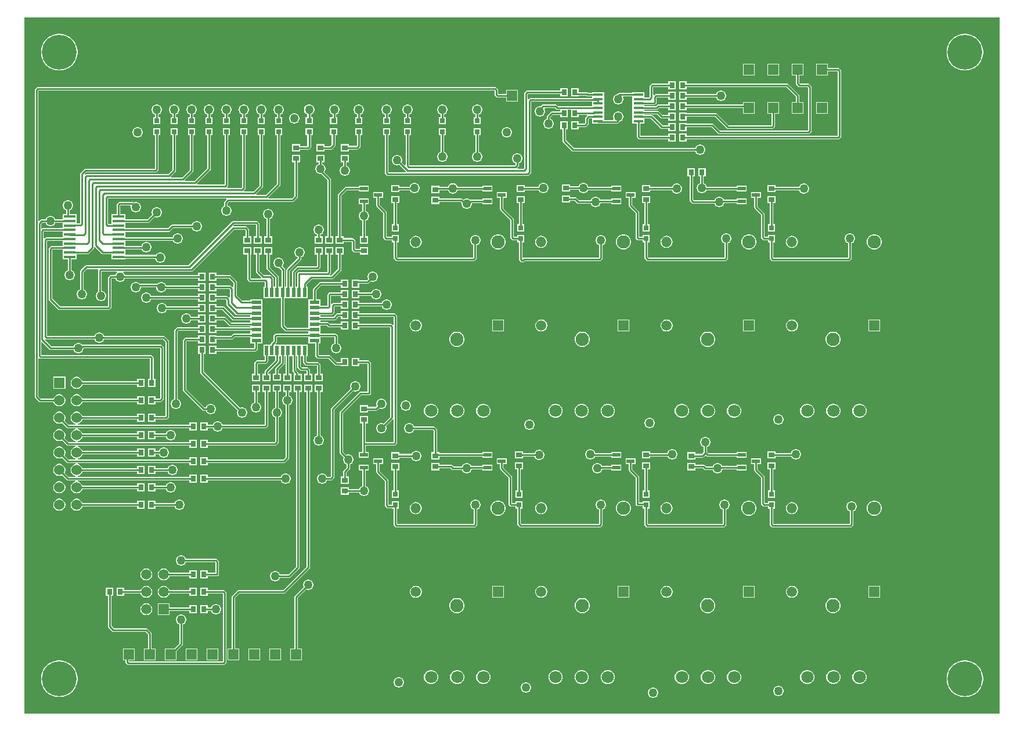
<source format=gtl>
G04*
G04 #@! TF.GenerationSoftware,Altium Limited,Altium Designer,22.3.1 (43)*
G04*
G04 Layer_Physical_Order=1*
G04 Layer_Color=255*
%FSLAX25Y25*%
%MOIN*%
G70*
G04*
G04 #@! TF.SameCoordinates,DE08D283-0CB9-458E-8042-9F6044BD937B*
G04*
G04*
G04 #@! TF.FilePolarity,Positive*
G04*
G01*
G75*
%ADD12C,0.01000*%
%ADD16R,0.03740X0.03150*%
%ADD17R,0.03150X0.03740*%
%ADD18R,0.05807X0.01772*%
%ADD19R,0.07087X0.01772*%
%ADD20R,0.04921X0.02362*%
%ADD21R,0.02362X0.05807*%
%ADD22R,0.05807X0.02362*%
%ADD23R,0.03150X0.03150*%
%ADD42C,0.07677*%
%ADD43C,0.05906*%
%ADD44R,0.05906X0.05906*%
%ADD45O,0.05906X0.05906*%
%ADD46C,0.07087*%
%ADD47C,0.06000*%
%ADD48R,0.06000X0.06000*%
%ADD49C,0.20000*%
%ADD50R,0.05906X0.05906*%
%ADD51C,0.05000*%
G36*
X560000D02*
X0D01*
Y400000D01*
X560000D01*
Y0D01*
D02*
G37*
%LPC*%
G36*
X540826Y390500D02*
X539174D01*
X537541Y390242D01*
X535969Y389731D01*
X534497Y388980D01*
X533160Y388009D01*
X531991Y386840D01*
X531020Y385503D01*
X530269Y384031D01*
X529759Y382459D01*
X529500Y380826D01*
Y379174D01*
X529759Y377541D01*
X530269Y375969D01*
X531020Y374497D01*
X531991Y373160D01*
X533160Y371991D01*
X534497Y371020D01*
X535969Y370269D01*
X537541Y369759D01*
X539174Y369500D01*
X540826D01*
X542459Y369759D01*
X544031Y370269D01*
X545503Y371020D01*
X546840Y371991D01*
X548009Y373160D01*
X548980Y374497D01*
X549731Y375969D01*
X550242Y377541D01*
X550500Y379174D01*
Y380826D01*
X550242Y382459D01*
X549731Y384031D01*
X548980Y385503D01*
X548009Y386840D01*
X546840Y388009D01*
X545503Y388980D01*
X544031Y389731D01*
X542459Y390242D01*
X540826Y390500D01*
D02*
G37*
G36*
X20826D02*
X19174D01*
X17541Y390242D01*
X15969Y389731D01*
X14497Y388980D01*
X13160Y388009D01*
X11991Y386840D01*
X11020Y385503D01*
X10269Y384031D01*
X9759Y382459D01*
X9500Y380826D01*
Y379174D01*
X9759Y377541D01*
X10269Y375969D01*
X11020Y374497D01*
X11991Y373160D01*
X13160Y371991D01*
X14497Y371020D01*
X15969Y370269D01*
X17541Y369759D01*
X19174Y369500D01*
X20826D01*
X22459Y369759D01*
X24031Y370269D01*
X25503Y371020D01*
X26840Y371991D01*
X28009Y373160D01*
X28980Y374497D01*
X29731Y375969D01*
X30242Y377541D01*
X30500Y379174D01*
Y380826D01*
X30242Y382459D01*
X29731Y384031D01*
X28980Y385503D01*
X28009Y386840D01*
X26840Y388009D01*
X25503Y388980D01*
X24031Y389731D01*
X22459Y390242D01*
X20826Y390500D01*
D02*
G37*
G36*
X433453Y373453D02*
X426547D01*
Y366547D01*
X433453D01*
Y373453D01*
D02*
G37*
G36*
X419453D02*
X412547D01*
Y366547D01*
X419453D01*
Y373453D01*
D02*
G37*
G36*
X373925Y363370D02*
X369776D01*
Y362020D01*
X360586D01*
X360196Y361942D01*
X359865Y361721D01*
X359279Y361135D01*
X359058Y360804D01*
X358980Y360414D01*
Y354422D01*
X358578Y354020D01*
X355971D01*
Y357063D01*
X349163D01*
Y356697D01*
X341586D01*
X341196Y356619D01*
X340865Y356398D01*
X340416Y355949D01*
X339842Y355796D01*
X339158Y355401D01*
X338599Y354842D01*
X338204Y354158D01*
X338000Y353395D01*
Y352605D01*
X338204Y351842D01*
X338599Y351158D01*
X339158Y350599D01*
X339842Y350204D01*
X340605Y350000D01*
X341395D01*
X342158Y350204D01*
X342842Y350599D01*
X343401Y351158D01*
X343796Y351842D01*
X344000Y352605D01*
Y353395D01*
X343796Y354158D01*
X343757Y354225D01*
X344007Y354658D01*
X349163D01*
Y351732D01*
Y349173D01*
Y346614D01*
Y344055D01*
Y341496D01*
Y338937D01*
X351547D01*
Y331586D01*
X351625Y331196D01*
X351846Y330865D01*
X352432Y330279D01*
X352763Y330058D01*
X353153Y329980D01*
X369776D01*
Y328630D01*
X373925D01*
Y333370D01*
X369776D01*
Y332020D01*
X353587D01*
Y338937D01*
X355971D01*
Y341862D01*
X359696D01*
X365279Y336279D01*
X365610Y336058D01*
X366000Y335980D01*
X369776D01*
Y334630D01*
X373925D01*
Y339370D01*
X369776D01*
Y338020D01*
X366422D01*
X360839Y343603D01*
X360508Y343824D01*
X360118Y343901D01*
X355971D01*
Y344421D01*
X363137D01*
X365279Y342279D01*
X365610Y342058D01*
X366000Y341980D01*
X369776D01*
Y340630D01*
X373925D01*
Y345370D01*
X369776D01*
Y344020D01*
X366422D01*
X364280Y346162D01*
X363949Y346383D01*
X363559Y346461D01*
X355971D01*
Y346980D01*
X363000D01*
X363390Y347058D01*
X363721Y347279D01*
X364422Y347980D01*
X369776D01*
Y346630D01*
X373925D01*
Y351370D01*
X369776D01*
Y350020D01*
X364000D01*
X363610Y349942D01*
X363279Y349721D01*
X362578Y349020D01*
X355971D01*
Y349539D01*
X361414D01*
X361804Y349617D01*
X362135Y349838D01*
X362721Y350424D01*
X362942Y350755D01*
X363020Y351145D01*
Y353980D01*
X369776D01*
Y352630D01*
X373925D01*
Y357370D01*
X369776D01*
Y356020D01*
X362586D01*
X362196Y355942D01*
X361865Y355721D01*
X361520Y355376D01*
X361020Y355583D01*
Y359980D01*
X369776D01*
Y358630D01*
X373925D01*
Y363370D01*
D02*
G37*
G36*
X400395Y358000D02*
X399605D01*
X398842Y357796D01*
X398158Y357401D01*
X397599Y356842D01*
X397204Y356158D01*
X397167Y356020D01*
X380224D01*
Y357370D01*
X376075D01*
Y352630D01*
X380224D01*
Y353980D01*
X397167D01*
X397204Y353842D01*
X397599Y353158D01*
X398158Y352599D01*
X398842Y352204D01*
X399605Y352000D01*
X400395D01*
X401158Y352204D01*
X401842Y352599D01*
X402401Y353158D01*
X402796Y353842D01*
X403000Y354605D01*
Y355395D01*
X402796Y356158D01*
X402401Y356842D01*
X401842Y357401D01*
X401158Y357796D01*
X400395Y358000D01*
D02*
G37*
G36*
X318224Y359370D02*
X314075D01*
Y354630D01*
X318224D01*
Y354980D01*
X322578D01*
X322602Y354956D01*
X322933Y354735D01*
X323323Y354658D01*
X326029D01*
Y353752D01*
X290586D01*
X290196Y353674D01*
X289865Y353453D01*
X289520Y353108D01*
X289020Y353315D01*
Y355980D01*
X307776D01*
Y354630D01*
X311925D01*
Y359370D01*
X307776D01*
Y358020D01*
X288586D01*
X288196Y357942D01*
X287865Y357721D01*
X287279Y357135D01*
X287058Y356804D01*
X286980Y356414D01*
Y313422D01*
X286578Y313020D01*
X283169D01*
X282962Y313520D01*
X283721Y314279D01*
X283942Y314610D01*
X284020Y315000D01*
Y316167D01*
X284158Y316204D01*
X284842Y316599D01*
X285401Y317158D01*
X285796Y317842D01*
X286000Y318605D01*
Y319395D01*
X285796Y320158D01*
X285401Y320842D01*
X284842Y321401D01*
X284158Y321796D01*
X283395Y322000D01*
X282605D01*
X281842Y321796D01*
X281158Y321401D01*
X280599Y320842D01*
X280204Y320158D01*
X280000Y319395D01*
Y318605D01*
X280204Y317842D01*
X280599Y317158D01*
X281158Y316599D01*
X281842Y316204D01*
X281980Y316167D01*
Y315422D01*
X281578Y315020D01*
X221020D01*
Y332276D01*
X222075D01*
Y336425D01*
X217925D01*
Y332276D01*
X218980D01*
Y315169D01*
X218480Y314962D01*
X216724Y316718D01*
X216796Y316842D01*
X217000Y317605D01*
Y318395D01*
X216796Y319158D01*
X216401Y319842D01*
X215842Y320401D01*
X215158Y320796D01*
X214395Y321000D01*
X213605D01*
X212842Y320796D01*
X212158Y320401D01*
X211599Y319842D01*
X211204Y319158D01*
X211000Y318395D01*
Y317605D01*
X211204Y316842D01*
X211599Y316158D01*
X212158Y315599D01*
X212842Y315204D01*
X213605Y315000D01*
X214395D01*
X215158Y315204D01*
X215282Y315276D01*
X219039Y311520D01*
X218831Y311020D01*
X209020D01*
Y332276D01*
X210075D01*
Y336425D01*
X205925D01*
Y332276D01*
X206980D01*
Y310586D01*
X207058Y310196D01*
X207279Y309865D01*
X207865Y309279D01*
X208196Y309058D01*
X208586Y308980D01*
X289000D01*
X289390Y309058D01*
X289721Y309279D01*
X290721Y310279D01*
X290942Y310610D01*
X291020Y311000D01*
Y351713D01*
X326029D01*
Y349020D01*
X306422D01*
X305721Y349721D01*
X305390Y349942D01*
X305000Y350020D01*
X297828D01*
X297438Y349942D01*
X297108Y349721D01*
X296522Y349135D01*
X296426Y348992D01*
X296395Y349000D01*
X295605D01*
X294842Y348796D01*
X294158Y348401D01*
X293599Y347842D01*
X293204Y347158D01*
X293000Y346395D01*
Y345605D01*
X293204Y344842D01*
X293599Y344158D01*
X294158Y343599D01*
X294842Y343204D01*
X295605Y343000D01*
X296395D01*
X297158Y343204D01*
X297842Y343599D01*
X298401Y344158D01*
X298796Y344842D01*
X299000Y345605D01*
Y346395D01*
X298796Y347158D01*
X298609Y347480D01*
X298898Y347980D01*
X304578D01*
X305279Y347279D01*
X305610Y347058D01*
X306000Y346980D01*
X307776D01*
Y346020D01*
X303000D01*
X302610Y345942D01*
X302279Y345721D01*
X300279Y343721D01*
X300058Y343390D01*
X299980Y343000D01*
Y341833D01*
X299842Y341796D01*
X299158Y341401D01*
X298599Y340842D01*
X298204Y340158D01*
X298000Y339395D01*
Y338605D01*
X298204Y337842D01*
X298599Y337158D01*
X299158Y336599D01*
X299842Y336204D01*
X300605Y336000D01*
X301395D01*
X302158Y336204D01*
X302842Y336599D01*
X303401Y337158D01*
X303796Y337842D01*
X304000Y338605D01*
Y339395D01*
X303796Y340158D01*
X303401Y340842D01*
X302842Y341401D01*
X302158Y341796D01*
X302020Y341833D01*
Y342578D01*
X303422Y343980D01*
X307776D01*
Y342630D01*
X311925D01*
Y346980D01*
X314075D01*
Y342630D01*
X318224D01*
Y343980D01*
X322831D01*
X323039Y343480D01*
X322279Y342721D01*
X322058Y342390D01*
X321980Y342000D01*
Y339422D01*
X321578Y339020D01*
X318224D01*
Y340370D01*
X314075D01*
Y335630D01*
X318224D01*
Y336980D01*
X322000D01*
X322390Y337058D01*
X322721Y337279D01*
X323721Y338279D01*
X323942Y338610D01*
X324020Y339000D01*
Y341578D01*
X324422Y341980D01*
X326029D01*
Y338937D01*
X332837D01*
Y338980D01*
X340414D01*
X340804Y339058D01*
X341135Y339279D01*
X341721Y339865D01*
X341902Y340136D01*
X342158Y340204D01*
X342842Y340599D01*
X343401Y341158D01*
X343796Y341842D01*
X344000Y342605D01*
Y343395D01*
X343796Y344158D01*
X343401Y344842D01*
X342842Y345401D01*
X342158Y345796D01*
X341395Y346000D01*
X340605D01*
X339842Y345796D01*
X339158Y345401D01*
X338599Y344842D01*
X338204Y344158D01*
X338000Y343395D01*
Y342605D01*
X338204Y341842D01*
X338391Y341520D01*
X338102Y341020D01*
X332837D01*
Y344055D01*
Y346614D01*
Y349173D01*
Y351732D01*
Y354291D01*
Y357063D01*
X326029D01*
Y356697D01*
X323745D01*
X323721Y356721D01*
X323390Y356942D01*
X323000Y357020D01*
X318224D01*
Y359370D01*
D02*
G37*
G36*
X270414Y360020D02*
X7586D01*
X7196Y359942D01*
X6865Y359721D01*
X6279Y359135D01*
X6058Y358804D01*
X5980Y358414D01*
Y182000D01*
X6058Y181610D01*
X6279Y181279D01*
X8279Y179279D01*
X8610Y179058D01*
X9000Y178980D01*
X16650D01*
X16738Y178649D01*
X17199Y177851D01*
X17851Y177199D01*
X18649Y176739D01*
X19539Y176500D01*
X20461D01*
X21351Y176739D01*
X22149Y177199D01*
X22801Y177851D01*
X23261Y178649D01*
X23500Y179539D01*
Y180461D01*
X23261Y181351D01*
X22801Y182149D01*
X22149Y182801D01*
X21351Y183262D01*
X20461Y183500D01*
X19539D01*
X18649Y183262D01*
X17851Y182801D01*
X17199Y182149D01*
X16738Y181351D01*
X16650Y181020D01*
X9422D01*
X8020Y182422D01*
Y203964D01*
X8520Y204176D01*
X8696Y204058D01*
X9086Y203980D01*
X72130D01*
Y192370D01*
X71075D01*
Y187630D01*
X75224D01*
Y192370D01*
X74169D01*
Y204414D01*
X74092Y204804D01*
X73871Y205135D01*
X73285Y205721D01*
X72954Y205942D01*
X72564Y206020D01*
X9520D01*
Y213385D01*
X9982Y213577D01*
X14279Y209279D01*
X14610Y209058D01*
X15000Y208980D01*
X28167D01*
X28204Y208842D01*
X28599Y208158D01*
X29158Y207599D01*
X29842Y207204D01*
X30605Y207000D01*
X31395D01*
X32158Y207204D01*
X32842Y207599D01*
X33401Y208158D01*
X33796Y208842D01*
X34000Y209605D01*
Y209980D01*
X77980D01*
Y181422D01*
X77578Y181020D01*
X75224D01*
Y182370D01*
X71075D01*
Y177630D01*
X75224D01*
Y178980D01*
X78000D01*
X78390Y179058D01*
X78721Y179279D01*
X79721Y180279D01*
X79942Y180610D01*
X80020Y181000D01*
Y210414D01*
X79942Y210804D01*
X79721Y211135D01*
X79135Y211721D01*
X78804Y211942D01*
X78414Y212020D01*
X33586D01*
X33283Y211959D01*
X32842Y212401D01*
X32158Y212796D01*
X31395Y213000D01*
X30605D01*
X29842Y212796D01*
X29158Y212401D01*
X28599Y211842D01*
X28204Y211158D01*
X28167Y211020D01*
X15422D01*
X11520Y214922D01*
X11865Y215279D01*
X12196Y215058D01*
X12586Y214980D01*
X40167D01*
X40204Y214842D01*
X40599Y214158D01*
X41158Y213599D01*
X41842Y213204D01*
X42605Y213000D01*
X43395D01*
X44158Y213204D01*
X44842Y213599D01*
X45401Y214158D01*
X45796Y214842D01*
X45833Y214980D01*
X79578D01*
X80980Y213578D01*
Y171020D01*
X75224D01*
Y172370D01*
X71075D01*
Y167630D01*
X75224D01*
Y168980D01*
X81414D01*
X81804Y169058D01*
X82135Y169279D01*
X82721Y169865D01*
X82942Y170196D01*
X83020Y170586D01*
Y214000D01*
X82942Y214390D01*
X82721Y214721D01*
X80721Y216721D01*
X80390Y216942D01*
X80000Y217020D01*
X45833D01*
X45796Y217158D01*
X45401Y217842D01*
X44842Y218401D01*
X44158Y218796D01*
X43395Y219000D01*
X42605D01*
X41842Y218796D01*
X41158Y218401D01*
X40599Y217842D01*
X40204Y217158D01*
X40167Y217020D01*
X13020D01*
Y271701D01*
X21980D01*
Y268622D01*
X15586D01*
X15196Y268544D01*
X14865Y268323D01*
X14279Y267738D01*
X14058Y267407D01*
X13980Y267017D01*
Y238121D01*
X14058Y237731D01*
X14279Y237400D01*
X19400Y232279D01*
X19731Y232058D01*
X20121Y231980D01*
X48414D01*
X48804Y232058D01*
X49135Y232279D01*
X49721Y232865D01*
X49942Y233196D01*
X50020Y233586D01*
Y249980D01*
X52167D01*
X52204Y249842D01*
X52599Y249158D01*
X53158Y248599D01*
X53842Y248204D01*
X54605Y248000D01*
X55395D01*
X56158Y248204D01*
X56842Y248599D01*
X57401Y249158D01*
X57796Y249842D01*
X57833Y249980D01*
X99776D01*
Y248630D01*
X103925D01*
Y253370D01*
X99776D01*
Y252020D01*
X57833D01*
X57796Y252158D01*
X57401Y252842D01*
X56842Y253401D01*
X56704Y253480D01*
X56838Y253980D01*
X96000D01*
X96390Y254058D01*
X96721Y254279D01*
X120422Y277980D01*
X126578D01*
X126980Y277578D01*
Y274224D01*
X125630D01*
Y270075D01*
X130370D01*
Y274224D01*
X129020D01*
Y278000D01*
X128942Y278390D01*
X128721Y278721D01*
X127721Y279721D01*
X127390Y279942D01*
X127000Y280020D01*
X120169D01*
X119948Y280465D01*
X119944Y280502D01*
X120422Y280980D01*
X132980D01*
Y274224D01*
X131630D01*
Y270075D01*
X136370D01*
Y274224D01*
X135020D01*
Y281414D01*
X134942Y281804D01*
X134721Y282135D01*
X134135Y282721D01*
X133804Y282942D01*
X133414Y283020D01*
X120000D01*
X119610Y282942D01*
X119279Y282721D01*
X94078Y257520D01*
X35500D01*
X35110Y257442D01*
X34779Y257221D01*
X32279Y254721D01*
X32058Y254390D01*
X31980Y254000D01*
Y243833D01*
X31842Y243796D01*
X31158Y243401D01*
X30599Y242842D01*
X30204Y242158D01*
X30000Y241395D01*
Y240605D01*
X30204Y239842D01*
X30599Y239158D01*
X31158Y238599D01*
X31842Y238204D01*
X32605Y238000D01*
X33395D01*
X34158Y238204D01*
X34842Y238599D01*
X35401Y239158D01*
X35796Y239842D01*
X36000Y240605D01*
Y241395D01*
X35796Y242158D01*
X35401Y242842D01*
X34842Y243401D01*
X34158Y243796D01*
X34020Y243833D01*
Y253578D01*
X35922Y255480D01*
X42199D01*
X42410Y254980D01*
X42293Y254804D01*
X42215Y254414D01*
Y242434D01*
X42158Y242401D01*
X41599Y241842D01*
X41204Y241158D01*
X41000Y240395D01*
Y239605D01*
X41204Y238842D01*
X41599Y238158D01*
X42158Y237599D01*
X42842Y237204D01*
X43605Y237000D01*
X44395D01*
X45158Y237204D01*
X45842Y237599D01*
X46401Y238158D01*
X46796Y238842D01*
X47000Y239605D01*
Y240395D01*
X46796Y241158D01*
X46401Y241842D01*
X45842Y242401D01*
X45158Y242796D01*
X44395Y243000D01*
X44254D01*
Y253980D01*
X53162D01*
X53296Y253480D01*
X53158Y253401D01*
X52599Y252842D01*
X52204Y252158D01*
X52167Y252020D01*
X49586D01*
X49196Y251942D01*
X48865Y251721D01*
X48279Y251135D01*
X48058Y250804D01*
X47980Y250414D01*
Y234020D01*
X20544D01*
X16020Y238544D01*
Y266583D01*
X21980D01*
Y263657D01*
Y261098D01*
X24980D01*
Y254833D01*
X24842Y254796D01*
X24158Y254401D01*
X23599Y253842D01*
X23204Y253158D01*
X23000Y252395D01*
Y251605D01*
X23204Y250842D01*
X23599Y250158D01*
X24158Y249599D01*
X24842Y249204D01*
X25605Y249000D01*
X26395D01*
X27158Y249204D01*
X27842Y249599D01*
X28401Y250158D01*
X28796Y250842D01*
X29000Y251605D01*
Y252395D01*
X28796Y253158D01*
X28401Y253842D01*
X27842Y254401D01*
X27158Y254796D01*
X27020Y254833D01*
Y261098D01*
X30067D01*
Y264024D01*
X36414D01*
X36804Y264101D01*
X37135Y264322D01*
X39721Y266908D01*
X39942Y267239D01*
X40020Y267629D01*
Y267831D01*
X40520Y268039D01*
X44236Y264322D01*
X44567Y264101D01*
X44957Y264024D01*
X49933D01*
Y261098D01*
X58020D01*
Y261465D01*
X75038D01*
X75204Y260842D01*
X75599Y260158D01*
X76158Y259599D01*
X76842Y259204D01*
X77605Y259000D01*
X78395D01*
X79158Y259204D01*
X79842Y259599D01*
X80401Y260158D01*
X80796Y260842D01*
X81000Y261605D01*
Y262395D01*
X80796Y263158D01*
X80401Y263842D01*
X79842Y264401D01*
X79158Y264796D01*
X78395Y265000D01*
X77605D01*
X76842Y264796D01*
X76158Y264401D01*
X75599Y263842D01*
X75404Y263504D01*
X58020D01*
Y266583D01*
X67354D01*
X67599Y266158D01*
X68158Y265599D01*
X68842Y265204D01*
X69605Y265000D01*
X70395D01*
X71158Y265204D01*
X71842Y265599D01*
X72401Y266158D01*
X72796Y266842D01*
X73000Y267605D01*
Y268395D01*
X72796Y269158D01*
X72401Y269842D01*
X71842Y270401D01*
X71158Y270796D01*
X70395Y271000D01*
X69605D01*
X68842Y270796D01*
X68158Y270401D01*
X67599Y269842D01*
X67204Y269158D01*
X67061Y268622D01*
X58020D01*
Y271701D01*
X85286D01*
X85599Y271158D01*
X86158Y270599D01*
X86842Y270204D01*
X87605Y270000D01*
X88395D01*
X89158Y270204D01*
X89842Y270599D01*
X90401Y271158D01*
X90796Y271842D01*
X91000Y272605D01*
Y273395D01*
X90796Y274158D01*
X90401Y274842D01*
X89842Y275401D01*
X89158Y275796D01*
X88395Y276000D01*
X87605D01*
X86842Y275796D01*
X86158Y275401D01*
X85599Y274842D01*
X85204Y274158D01*
X85093Y273740D01*
X58020D01*
Y276819D01*
X82839D01*
X83229Y276897D01*
X83560Y277118D01*
X85422Y278980D01*
X96167D01*
X96204Y278842D01*
X96599Y278158D01*
X97158Y277599D01*
X97842Y277204D01*
X98605Y277000D01*
X99395D01*
X100158Y277204D01*
X100842Y277599D01*
X101401Y278158D01*
X101796Y278842D01*
X102000Y279605D01*
Y280395D01*
X101796Y281158D01*
X101401Y281842D01*
X100842Y282401D01*
X100158Y282796D01*
X99395Y283000D01*
X98605D01*
X97842Y282796D01*
X97158Y282401D01*
X96599Y281842D01*
X96204Y281158D01*
X96167Y281020D01*
X85000D01*
X84610Y280942D01*
X84279Y280721D01*
X82416Y278858D01*
X58020D01*
Y281980D01*
X71000D01*
X71390Y282058D01*
X71721Y282279D01*
X74718Y285276D01*
X74842Y285204D01*
X75605Y285000D01*
X76395D01*
X77158Y285204D01*
X77842Y285599D01*
X78401Y286158D01*
X78796Y286842D01*
X79000Y287605D01*
Y288395D01*
X78796Y289158D01*
X78401Y289842D01*
X77842Y290401D01*
X77158Y290796D01*
X76395Y291000D01*
X75605D01*
X74842Y290796D01*
X74158Y290401D01*
X73599Y289842D01*
X73204Y289158D01*
X73000Y288395D01*
Y287605D01*
X73204Y286842D01*
X73276Y286718D01*
X70578Y284020D01*
X58020D01*
Y286902D01*
X54996D01*
Y291980D01*
X60746D01*
X61051Y291584D01*
X61000Y291395D01*
Y290605D01*
X61204Y289842D01*
X61599Y289158D01*
X62158Y288599D01*
X62842Y288204D01*
X63605Y288000D01*
X64395D01*
X65158Y288204D01*
X65842Y288599D01*
X66401Y289158D01*
X66796Y289842D01*
X67000Y290605D01*
Y291395D01*
X66796Y292158D01*
X66401Y292842D01*
X65842Y293401D01*
X65158Y293796D01*
X64395Y294000D01*
X63605D01*
X62842Y293796D01*
X62717Y293724D01*
X62390Y293942D01*
X62000Y294020D01*
X54562D01*
X54172Y293942D01*
X53841Y293721D01*
X53255Y293135D01*
X53034Y292804D01*
X52957Y292414D01*
Y286902D01*
X49933D01*
Y284130D01*
Y281417D01*
X48020D01*
Y295980D01*
X115831D01*
X116039Y295480D01*
X114951Y294392D01*
X114730Y294062D01*
X114652Y293672D01*
Y291686D01*
X114158Y291401D01*
X113599Y290842D01*
X113204Y290158D01*
X113000Y289395D01*
Y288605D01*
X113204Y287842D01*
X113599Y287158D01*
X114158Y286599D01*
X114842Y286204D01*
X115605Y286000D01*
X116395D01*
X117158Y286204D01*
X117842Y286599D01*
X118401Y287158D01*
X118796Y287842D01*
X119000Y288605D01*
Y289395D01*
X118796Y290158D01*
X118401Y290842D01*
X117842Y291401D01*
X117158Y291796D01*
X116691Y291921D01*
Y293249D01*
X117422Y293980D01*
X154000D01*
X154390Y294058D01*
X154721Y294279D01*
X156721Y296279D01*
X156942Y296610D01*
X157020Y297000D01*
Y316776D01*
X158370D01*
Y320925D01*
X153630D01*
Y316776D01*
X154980D01*
Y297422D01*
X153578Y296020D01*
X140169D01*
X139962Y296520D01*
X146721Y303279D01*
X146942Y303610D01*
X147020Y304000D01*
Y332276D01*
X148075D01*
Y336425D01*
X143925D01*
Y332276D01*
X144980D01*
Y304422D01*
X138578Y298020D01*
X133169D01*
X132961Y298520D01*
X136721Y302279D01*
X136942Y302610D01*
X137020Y303000D01*
Y332276D01*
X138075D01*
Y336425D01*
X133925D01*
Y332276D01*
X134980D01*
Y303422D01*
X131578Y300020D01*
X126169D01*
X125961Y300520D01*
X126721Y301279D01*
X126942Y301610D01*
X127020Y302000D01*
Y332276D01*
X128075D01*
Y336425D01*
X123925D01*
Y332276D01*
X124980D01*
Y302422D01*
X124578Y302020D01*
X116583D01*
X116376Y302520D01*
X116721Y302865D01*
X116942Y303196D01*
X117020Y303586D01*
Y332276D01*
X118075D01*
Y336425D01*
X113925D01*
Y332276D01*
X114980D01*
Y304020D01*
X99333D01*
X99126Y304520D01*
X106721Y312115D01*
X106942Y312445D01*
X107020Y312836D01*
Y332276D01*
X108075D01*
Y336425D01*
X103925D01*
Y332276D01*
X104980D01*
Y313258D01*
X97742Y306020D01*
X92169D01*
X91961Y306520D01*
X96721Y311279D01*
X96942Y311610D01*
X97020Y312000D01*
Y332276D01*
X98075D01*
Y336425D01*
X93925D01*
Y332276D01*
X94980D01*
Y312422D01*
X90578Y308020D01*
X84169D01*
X83961Y308520D01*
X86721Y311279D01*
X86942Y311610D01*
X87020Y312000D01*
Y332276D01*
X88075D01*
Y336425D01*
X83925D01*
Y332276D01*
X84980D01*
Y312422D01*
X82578Y310020D01*
X35586D01*
X35196Y309942D01*
X34865Y309721D01*
X34520Y310078D01*
X35422Y310980D01*
X75414D01*
X75804Y311058D01*
X76135Y311279D01*
X76721Y311865D01*
X76942Y312196D01*
X77020Y312586D01*
Y332276D01*
X78075D01*
Y336425D01*
X73925D01*
Y332276D01*
X74980D01*
Y313020D01*
X35000D01*
X34610Y312942D01*
X34279Y312721D01*
X32279Y310721D01*
X32058Y310390D01*
X31980Y310000D01*
Y281591D01*
X30067D01*
Y284130D01*
Y286902D01*
X26020D01*
Y289167D01*
X26158Y289204D01*
X26842Y289599D01*
X27401Y290158D01*
X27796Y290842D01*
X28000Y291605D01*
Y292395D01*
X27796Y293158D01*
X27401Y293842D01*
X26842Y294401D01*
X26158Y294796D01*
X25395Y295000D01*
X24605D01*
X23842Y294796D01*
X23158Y294401D01*
X22599Y293842D01*
X22204Y293158D01*
X22000Y292395D01*
Y291605D01*
X22204Y290842D01*
X22599Y290158D01*
X23158Y289599D01*
X23842Y289204D01*
X23980Y289167D01*
Y286902D01*
X21980D01*
Y284020D01*
X17833D01*
X17796Y284158D01*
X17401Y284842D01*
X16842Y285401D01*
X16158Y285796D01*
X15395Y286000D01*
X14605D01*
X13842Y285796D01*
X13158Y285401D01*
X12599Y284842D01*
X12204Y284158D01*
X12167Y284020D01*
X10000D01*
X9610Y283942D01*
X9279Y283721D01*
X8482Y282924D01*
X8020Y283115D01*
Y357980D01*
X269980D01*
Y355586D01*
X270058Y355196D01*
X270279Y354865D01*
X270865Y354279D01*
X271196Y354058D01*
X271586Y353980D01*
X276547D01*
Y351547D01*
X283453D01*
Y358453D01*
X276547D01*
Y356020D01*
X272020D01*
Y358414D01*
X271942Y358804D01*
X271721Y359135D01*
X271135Y359721D01*
X270804Y359942D01*
X270414Y360020D01*
D02*
G37*
G36*
X419453Y351453D02*
X412547D01*
Y350020D01*
X380224D01*
Y351370D01*
X376075D01*
Y346630D01*
X380224D01*
Y347980D01*
X412547D01*
Y344547D01*
X419453D01*
Y351453D01*
D02*
G37*
G36*
X461453D02*
X454547D01*
Y344547D01*
X461453D01*
Y351453D01*
D02*
G37*
G36*
X380224Y363370D02*
X376075D01*
Y358630D01*
X380224D01*
Y359980D01*
X437578D01*
X442980Y354578D01*
Y351453D01*
X440547D01*
Y344547D01*
X447453D01*
Y351453D01*
X445020D01*
Y355000D01*
X444942Y355390D01*
X444721Y355721D01*
X438721Y361721D01*
X438390Y361942D01*
X438000Y362020D01*
X380224D01*
Y363370D01*
D02*
G37*
G36*
X155395Y345000D02*
X154605D01*
X153842Y344796D01*
X153158Y344401D01*
X152599Y343842D01*
X152204Y343158D01*
X152000Y342395D01*
Y341605D01*
X152204Y340842D01*
X152599Y340158D01*
X153158Y339599D01*
X153842Y339204D01*
X154605Y339000D01*
X155395D01*
X156158Y339204D01*
X156842Y339599D01*
X157401Y340158D01*
X157796Y340842D01*
X158000Y341605D01*
Y342395D01*
X157796Y343158D01*
X157401Y343842D01*
X156842Y344401D01*
X156158Y344796D01*
X155395Y345000D01*
D02*
G37*
G36*
X260395Y350000D02*
X259605D01*
X258842Y349796D01*
X258158Y349401D01*
X257599Y348842D01*
X257204Y348158D01*
X257000Y347395D01*
Y346605D01*
X257204Y345842D01*
X257599Y345158D01*
X258158Y344599D01*
X258842Y344204D01*
X258980Y344167D01*
Y342724D01*
X257925D01*
Y338575D01*
X262075D01*
Y342724D01*
X261020D01*
Y344167D01*
X261158Y344204D01*
X261842Y344599D01*
X262401Y345158D01*
X262796Y345842D01*
X263000Y346605D01*
Y347395D01*
X262796Y348158D01*
X262401Y348842D01*
X261842Y349401D01*
X261158Y349796D01*
X260395Y350000D01*
D02*
G37*
G36*
X240395D02*
X239605D01*
X238842Y349796D01*
X238158Y349401D01*
X237599Y348842D01*
X237204Y348158D01*
X237000Y347395D01*
Y346605D01*
X237204Y345842D01*
X237599Y345158D01*
X238158Y344599D01*
X238842Y344204D01*
X238980Y344167D01*
Y342724D01*
X237925D01*
Y338575D01*
X242075D01*
Y342724D01*
X241020D01*
Y344167D01*
X241158Y344204D01*
X241842Y344599D01*
X242401Y345158D01*
X242796Y345842D01*
X243000Y346605D01*
Y347395D01*
X242796Y348158D01*
X242401Y348842D01*
X241842Y349401D01*
X241158Y349796D01*
X240395Y350000D01*
D02*
G37*
G36*
X220395D02*
X219605D01*
X218842Y349796D01*
X218158Y349401D01*
X217599Y348842D01*
X217204Y348158D01*
X217000Y347395D01*
Y346605D01*
X217204Y345842D01*
X217599Y345158D01*
X218158Y344599D01*
X218842Y344204D01*
X218980Y344167D01*
Y342724D01*
X217925D01*
Y338575D01*
X222075D01*
Y342724D01*
X221020D01*
Y344167D01*
X221158Y344204D01*
X221842Y344599D01*
X222401Y345158D01*
X222796Y345842D01*
X223000Y346605D01*
Y347395D01*
X222796Y348158D01*
X222401Y348842D01*
X221842Y349401D01*
X221158Y349796D01*
X220395Y350000D01*
D02*
G37*
G36*
X208395D02*
X207605D01*
X206842Y349796D01*
X206158Y349401D01*
X205599Y348842D01*
X205204Y348158D01*
X205000Y347395D01*
Y346605D01*
X205204Y345842D01*
X205599Y345158D01*
X206158Y344599D01*
X206842Y344204D01*
X206980Y344167D01*
Y342724D01*
X205925D01*
Y338575D01*
X210075D01*
Y342724D01*
X209020D01*
Y344167D01*
X209158Y344204D01*
X209842Y344599D01*
X210401Y345158D01*
X210796Y345842D01*
X211000Y346605D01*
Y347395D01*
X210796Y348158D01*
X210401Y348842D01*
X209842Y349401D01*
X209158Y349796D01*
X208395Y350000D01*
D02*
G37*
G36*
X192395D02*
X191605D01*
X190842Y349796D01*
X190158Y349401D01*
X189599Y348842D01*
X189204Y348158D01*
X189000Y347395D01*
Y346605D01*
X189204Y345842D01*
X189599Y345158D01*
X190158Y344599D01*
X190842Y344204D01*
X190980Y344167D01*
Y342724D01*
X189925D01*
Y338575D01*
X194075D01*
Y342724D01*
X193020D01*
Y344167D01*
X193158Y344204D01*
X193842Y344599D01*
X194401Y345158D01*
X194796Y345842D01*
X195000Y346605D01*
Y347395D01*
X194796Y348158D01*
X194401Y348842D01*
X193842Y349401D01*
X193158Y349796D01*
X192395Y350000D01*
D02*
G37*
G36*
X178395D02*
X177605D01*
X176842Y349796D01*
X176158Y349401D01*
X175599Y348842D01*
X175204Y348158D01*
X175000Y347395D01*
Y346605D01*
X175204Y345842D01*
X175599Y345158D01*
X176158Y344599D01*
X176842Y344204D01*
X176980Y344167D01*
Y342724D01*
X175425D01*
Y338575D01*
X179575D01*
Y342724D01*
X179020D01*
Y344167D01*
X179158Y344204D01*
X179842Y344599D01*
X180401Y345158D01*
X180796Y345842D01*
X181000Y346605D01*
Y347395D01*
X180796Y348158D01*
X180401Y348842D01*
X179842Y349401D01*
X179158Y349796D01*
X178395Y350000D01*
D02*
G37*
G36*
X163895D02*
X163105D01*
X162342Y349796D01*
X161658Y349401D01*
X161099Y348842D01*
X160704Y348158D01*
X160500Y347395D01*
Y346605D01*
X160704Y345842D01*
X161099Y345158D01*
X161658Y344599D01*
X162342Y344204D01*
X162480Y344167D01*
Y342724D01*
X161425D01*
Y338575D01*
X165575D01*
Y342724D01*
X164520D01*
Y344167D01*
X164658Y344204D01*
X165342Y344599D01*
X165901Y345158D01*
X166296Y345842D01*
X166500Y346605D01*
Y347395D01*
X166296Y348158D01*
X165901Y348842D01*
X165342Y349401D01*
X164658Y349796D01*
X163895Y350000D01*
D02*
G37*
G36*
X146395D02*
X145605D01*
X144842Y349796D01*
X144158Y349401D01*
X143599Y348842D01*
X143204Y348158D01*
X143000Y347395D01*
Y346605D01*
X143204Y345842D01*
X143599Y345158D01*
X144158Y344599D01*
X144842Y344204D01*
X144980Y344167D01*
Y342724D01*
X143925D01*
Y338575D01*
X148075D01*
Y342724D01*
X147020D01*
Y344167D01*
X147158Y344204D01*
X147842Y344599D01*
X148401Y345158D01*
X148796Y345842D01*
X149000Y346605D01*
Y347395D01*
X148796Y348158D01*
X148401Y348842D01*
X147842Y349401D01*
X147158Y349796D01*
X146395Y350000D01*
D02*
G37*
G36*
X136395D02*
X135605D01*
X134842Y349796D01*
X134158Y349401D01*
X133599Y348842D01*
X133204Y348158D01*
X133000Y347395D01*
Y346605D01*
X133204Y345842D01*
X133599Y345158D01*
X134158Y344599D01*
X134842Y344204D01*
X134980Y344167D01*
Y342724D01*
X133925D01*
Y338575D01*
X138075D01*
Y342724D01*
X137020D01*
Y344167D01*
X137158Y344204D01*
X137842Y344599D01*
X138401Y345158D01*
X138796Y345842D01*
X139000Y346605D01*
Y347395D01*
X138796Y348158D01*
X138401Y348842D01*
X137842Y349401D01*
X137158Y349796D01*
X136395Y350000D01*
D02*
G37*
G36*
X126395D02*
X125605D01*
X124842Y349796D01*
X124158Y349401D01*
X123599Y348842D01*
X123204Y348158D01*
X123000Y347395D01*
Y346605D01*
X123204Y345842D01*
X123599Y345158D01*
X124158Y344599D01*
X124842Y344204D01*
X124980Y344167D01*
Y342724D01*
X123925D01*
Y338575D01*
X128075D01*
Y342724D01*
X127020D01*
Y344167D01*
X127158Y344204D01*
X127842Y344599D01*
X128401Y345158D01*
X128796Y345842D01*
X129000Y346605D01*
Y347395D01*
X128796Y348158D01*
X128401Y348842D01*
X127842Y349401D01*
X127158Y349796D01*
X126395Y350000D01*
D02*
G37*
G36*
X116395D02*
X115605D01*
X114842Y349796D01*
X114158Y349401D01*
X113599Y348842D01*
X113204Y348158D01*
X113000Y347395D01*
Y346605D01*
X113204Y345842D01*
X113599Y345158D01*
X114158Y344599D01*
X114842Y344204D01*
X114980Y344167D01*
Y342724D01*
X113925D01*
Y338575D01*
X118075D01*
Y342724D01*
X117020D01*
Y344167D01*
X117158Y344204D01*
X117842Y344599D01*
X118401Y345158D01*
X118796Y345842D01*
X119000Y346605D01*
Y347395D01*
X118796Y348158D01*
X118401Y348842D01*
X117842Y349401D01*
X117158Y349796D01*
X116395Y350000D01*
D02*
G37*
G36*
X106395D02*
X105605D01*
X104842Y349796D01*
X104158Y349401D01*
X103599Y348842D01*
X103204Y348158D01*
X103000Y347395D01*
Y346605D01*
X103204Y345842D01*
X103599Y345158D01*
X104158Y344599D01*
X104842Y344204D01*
X104980Y344167D01*
Y342724D01*
X103925D01*
Y338575D01*
X108075D01*
Y342724D01*
X107020D01*
Y344167D01*
X107158Y344204D01*
X107842Y344599D01*
X108401Y345158D01*
X108796Y345842D01*
X109000Y346605D01*
Y347395D01*
X108796Y348158D01*
X108401Y348842D01*
X107842Y349401D01*
X107158Y349796D01*
X106395Y350000D01*
D02*
G37*
G36*
X96395D02*
X95605D01*
X94842Y349796D01*
X94158Y349401D01*
X93599Y348842D01*
X93204Y348158D01*
X93000Y347395D01*
Y346605D01*
X93204Y345842D01*
X93599Y345158D01*
X94158Y344599D01*
X94842Y344204D01*
X94980Y344167D01*
Y342724D01*
X93925D01*
Y338575D01*
X98075D01*
Y342724D01*
X97020D01*
Y344167D01*
X97158Y344204D01*
X97842Y344599D01*
X98401Y345158D01*
X98796Y345842D01*
X99000Y346605D01*
Y347395D01*
X98796Y348158D01*
X98401Y348842D01*
X97842Y349401D01*
X97158Y349796D01*
X96395Y350000D01*
D02*
G37*
G36*
X86395D02*
X85605D01*
X84842Y349796D01*
X84158Y349401D01*
X83599Y348842D01*
X83204Y348158D01*
X83000Y347395D01*
Y346605D01*
X83204Y345842D01*
X83599Y345158D01*
X84158Y344599D01*
X84842Y344204D01*
X84980Y344167D01*
Y342724D01*
X83925D01*
Y338575D01*
X88075D01*
Y342724D01*
X87020D01*
Y344167D01*
X87158Y344204D01*
X87842Y344599D01*
X88401Y345158D01*
X88796Y345842D01*
X89000Y346605D01*
Y347395D01*
X88796Y348158D01*
X88401Y348842D01*
X87842Y349401D01*
X87158Y349796D01*
X86395Y350000D01*
D02*
G37*
G36*
X76395D02*
X75605D01*
X74842Y349796D01*
X74158Y349401D01*
X73599Y348842D01*
X73204Y348158D01*
X73000Y347395D01*
Y346605D01*
X73204Y345842D01*
X73599Y345158D01*
X74158Y344599D01*
X74842Y344204D01*
X74980Y344167D01*
Y342724D01*
X73925D01*
Y338575D01*
X78075D01*
Y342724D01*
X77020D01*
Y344167D01*
X77158Y344204D01*
X77842Y344599D01*
X78401Y345158D01*
X78796Y345842D01*
X79000Y346605D01*
Y347395D01*
X78796Y348158D01*
X78401Y348842D01*
X77842Y349401D01*
X77158Y349796D01*
X76395Y350000D01*
D02*
G37*
G36*
X433453Y351453D02*
X426547D01*
Y344547D01*
X428980D01*
Y338020D01*
X404422D01*
X397721Y344721D01*
X397390Y344942D01*
X397000Y345020D01*
X380224D01*
Y345370D01*
X376075D01*
Y340630D01*
X380224D01*
Y342980D01*
X396578D01*
X403279Y336279D01*
X403610Y336058D01*
X404000Y335980D01*
X429414D01*
X429804Y336058D01*
X430135Y336279D01*
X430721Y336865D01*
X430942Y337196D01*
X431020Y337586D01*
Y344547D01*
X433453D01*
Y351453D01*
D02*
G37*
G36*
X447453Y373453D02*
X440547D01*
Y366547D01*
X442980D01*
Y362000D01*
X443058Y361610D01*
X443279Y361279D01*
X444279Y360279D01*
X444610Y360058D01*
X445000Y359980D01*
X449578D01*
X449980Y359578D01*
Y335020D01*
X399422D01*
X395721Y338721D01*
X395390Y338942D01*
X395000Y339020D01*
X380224D01*
Y339370D01*
X376075D01*
Y334630D01*
X380224D01*
Y336980D01*
X394578D01*
X398279Y333279D01*
X398610Y333058D01*
X399000Y332980D01*
X450414D01*
X450804Y333058D01*
X451135Y333279D01*
X451721Y333865D01*
X451942Y334196D01*
X452020Y334586D01*
Y360000D01*
X451942Y360390D01*
X451721Y360721D01*
X450721Y361721D01*
X450390Y361942D01*
X450000Y362020D01*
X445422D01*
X445020Y362422D01*
Y366547D01*
X447453D01*
Y373453D01*
D02*
G37*
G36*
X461453D02*
X454547D01*
Y366547D01*
X461453D01*
Y368980D01*
X466980D01*
Y332020D01*
X380224D01*
Y333370D01*
X376075D01*
Y328630D01*
X380224D01*
Y329980D01*
X467414D01*
X467804Y330058D01*
X468135Y330279D01*
X468721Y330865D01*
X468942Y331196D01*
X469020Y331586D01*
Y369414D01*
X468942Y369804D01*
X468721Y370135D01*
X468135Y370721D01*
X467804Y370942D01*
X467414Y371020D01*
X461453D01*
Y373453D01*
D02*
G37*
G36*
X277395Y337000D02*
X276605D01*
X275842Y336796D01*
X275158Y336401D01*
X274599Y335842D01*
X274204Y335158D01*
X274000Y334395D01*
Y333605D01*
X274204Y332842D01*
X274599Y332158D01*
X275158Y331599D01*
X275842Y331204D01*
X276605Y331000D01*
X277395D01*
X278158Y331204D01*
X278842Y331599D01*
X279401Y332158D01*
X279796Y332842D01*
X280000Y333605D01*
Y334395D01*
X279796Y335158D01*
X279401Y335842D01*
X278842Y336401D01*
X278158Y336796D01*
X277395Y337000D01*
D02*
G37*
G36*
X65395D02*
X64605D01*
X63842Y336796D01*
X63158Y336401D01*
X62599Y335842D01*
X62204Y335158D01*
X62000Y334395D01*
Y333605D01*
X62204Y332842D01*
X62599Y332158D01*
X63158Y331599D01*
X63842Y331204D01*
X64605Y331000D01*
X65395D01*
X66158Y331204D01*
X66842Y331599D01*
X67401Y332158D01*
X67796Y332842D01*
X68000Y333605D01*
Y334395D01*
X67796Y335158D01*
X67401Y335842D01*
X66842Y336401D01*
X66158Y336796D01*
X65395Y337000D01*
D02*
G37*
G36*
X194075Y336425D02*
X189925D01*
Y332276D01*
X190980D01*
Y326422D01*
X190727Y326169D01*
X186370D01*
Y327224D01*
X181630D01*
Y323075D01*
X186370D01*
Y324130D01*
X191150D01*
X191540Y324208D01*
X191871Y324429D01*
X192721Y325279D01*
X192942Y325610D01*
X193020Y326000D01*
Y332276D01*
X194075D01*
Y336425D01*
D02*
G37*
G36*
X179575D02*
X175425D01*
Y332276D01*
X176480D01*
Y326922D01*
X175578Y326020D01*
X172370D01*
Y327224D01*
X167630D01*
Y323075D01*
X172370D01*
Y323980D01*
X176000D01*
X176390Y324058D01*
X176721Y324279D01*
X178221Y325779D01*
X178442Y326110D01*
X178520Y326500D01*
Y332276D01*
X179575D01*
Y336425D01*
D02*
G37*
G36*
X165575D02*
X161425D01*
Y332276D01*
X162480D01*
Y326020D01*
X158370D01*
Y327224D01*
X153630D01*
Y323075D01*
X158370D01*
Y323980D01*
X162914D01*
X163304Y324058D01*
X163635Y324279D01*
X164221Y324865D01*
X164442Y325196D01*
X164520Y325586D01*
Y332276D01*
X165575D01*
Y336425D01*
D02*
G37*
G36*
X311925Y340370D02*
X307776D01*
Y335630D01*
X308831D01*
Y329150D01*
X308908Y328759D01*
X309129Y328429D01*
X314279Y323279D01*
X314610Y323058D01*
X315000Y322980D01*
X385167D01*
X385204Y322842D01*
X385599Y322158D01*
X386158Y321599D01*
X386842Y321204D01*
X387605Y321000D01*
X388395D01*
X389158Y321204D01*
X389842Y321599D01*
X390401Y322158D01*
X390796Y322842D01*
X391000Y323605D01*
Y324395D01*
X390796Y325158D01*
X390401Y325842D01*
X389842Y326401D01*
X389158Y326796D01*
X388395Y327000D01*
X387605D01*
X386842Y326796D01*
X386158Y326401D01*
X385599Y325842D01*
X385204Y325158D01*
X385167Y325020D01*
X315422D01*
X310870Y329572D01*
Y335630D01*
X311925D01*
Y340370D01*
D02*
G37*
G36*
X262075Y336425D02*
X257925D01*
Y332276D01*
X258980D01*
Y322833D01*
X258842Y322796D01*
X258158Y322401D01*
X257599Y321842D01*
X257204Y321158D01*
X257000Y320395D01*
Y319605D01*
X257204Y318842D01*
X257599Y318158D01*
X258158Y317599D01*
X258842Y317204D01*
X259605Y317000D01*
X260395D01*
X261158Y317204D01*
X261842Y317599D01*
X262401Y318158D01*
X262796Y318842D01*
X263000Y319605D01*
Y320395D01*
X262796Y321158D01*
X262401Y321842D01*
X261842Y322401D01*
X261158Y322796D01*
X261020Y322833D01*
Y332276D01*
X262075D01*
Y336425D01*
D02*
G37*
G36*
X242075D02*
X237925D01*
Y332276D01*
X238980D01*
Y322833D01*
X238842Y322796D01*
X238158Y322401D01*
X237599Y321842D01*
X237204Y321158D01*
X237000Y320395D01*
Y319605D01*
X237204Y318842D01*
X237599Y318158D01*
X238158Y317599D01*
X238842Y317204D01*
X239605Y317000D01*
X240395D01*
X241158Y317204D01*
X241842Y317599D01*
X242401Y318158D01*
X242796Y318842D01*
X243000Y319605D01*
Y320395D01*
X242796Y321158D01*
X242401Y321842D01*
X241842Y322401D01*
X241158Y322796D01*
X241020Y322833D01*
Y332276D01*
X242075D01*
Y336425D01*
D02*
G37*
G36*
X186370Y320925D02*
X181630D01*
Y316776D01*
X182980D01*
Y314833D01*
X182842Y314796D01*
X182158Y314401D01*
X181599Y313842D01*
X181204Y313158D01*
X181000Y312395D01*
Y311605D01*
X181204Y310842D01*
X181599Y310158D01*
X182158Y309599D01*
X182842Y309204D01*
X183605Y309000D01*
X184395D01*
X185158Y309204D01*
X185842Y309599D01*
X186401Y310158D01*
X186796Y310842D01*
X187000Y311605D01*
Y312395D01*
X186796Y313158D01*
X186401Y313842D01*
X185842Y314401D01*
X185158Y314796D01*
X185020Y314833D01*
Y316776D01*
X186370D01*
Y320925D01*
D02*
G37*
G36*
X321395Y305000D02*
X320605D01*
X319842Y304796D01*
X319158Y304401D01*
X318599Y303842D01*
X318204Y303158D01*
X318167Y303020D01*
X313370D01*
Y304075D01*
X308630D01*
Y299925D01*
X313370D01*
Y300980D01*
X318167D01*
X318204Y300842D01*
X318599Y300158D01*
X319158Y299599D01*
X319842Y299204D01*
X320605Y299000D01*
X321395D01*
X322158Y299204D01*
X322842Y299599D01*
X323401Y300158D01*
X323737Y300740D01*
X336906D01*
Y300079D01*
X342827D01*
Y303441D01*
X336906D01*
Y302779D01*
X323897D01*
X323796Y303158D01*
X323401Y303842D01*
X322842Y304401D01*
X322158Y304796D01*
X321395Y305000D01*
D02*
G37*
G36*
X246395Y304760D02*
X245605D01*
X244842Y304555D01*
X244158Y304160D01*
X243599Y303602D01*
X243204Y302918D01*
X243167Y302779D01*
X238370D01*
Y303224D01*
X233630D01*
Y299075D01*
X238370D01*
Y300740D01*
X243167D01*
X243204Y300602D01*
X243599Y299918D01*
X244158Y299359D01*
X244842Y298964D01*
X245605Y298760D01*
X246395D01*
X247158Y298964D01*
X247842Y299359D01*
X248401Y299918D01*
X248796Y300602D01*
X248833Y300740D01*
X262906D01*
Y300079D01*
X268827D01*
Y303441D01*
X262906D01*
Y302779D01*
X248833D01*
X248796Y302918D01*
X248401Y303602D01*
X247842Y304160D01*
X247158Y304555D01*
X246395Y304760D01*
D02*
G37*
G36*
X448045Y304650D02*
X447255D01*
X446492Y304445D01*
X445808Y304050D01*
X445249Y303492D01*
X444854Y302808D01*
X444817Y302669D01*
X431370D01*
Y303724D01*
X426630D01*
Y299575D01*
X431370D01*
Y300630D01*
X444817D01*
X444854Y300492D01*
X445249Y299808D01*
X445808Y299249D01*
X446492Y298854D01*
X447255Y298650D01*
X448045D01*
X448808Y298854D01*
X449492Y299249D01*
X450050Y299808D01*
X450445Y300492D01*
X450650Y301255D01*
Y302045D01*
X450445Y302808D01*
X450050Y303492D01*
X449492Y304050D01*
X448808Y304445D01*
X448045Y304650D01*
D02*
G37*
G36*
X375045D02*
X374255D01*
X373492Y304445D01*
X372808Y304050D01*
X372249Y303492D01*
X371854Y302808D01*
X371817Y302669D01*
X359370D01*
Y303724D01*
X354630D01*
Y299575D01*
X359370D01*
Y300630D01*
X371817D01*
X371854Y300492D01*
X372249Y299808D01*
X372808Y299249D01*
X373492Y298854D01*
X374255Y298650D01*
X375045D01*
X375808Y298854D01*
X376492Y299249D01*
X377050Y299808D01*
X377445Y300492D01*
X377650Y301255D01*
Y302045D01*
X377445Y302808D01*
X377050Y303492D01*
X376492Y304050D01*
X375808Y304445D01*
X375045Y304650D01*
D02*
G37*
G36*
X298395Y305000D02*
X297605D01*
X296842Y304796D01*
X296158Y304401D01*
X295599Y303842D01*
X295204Y303158D01*
X295074Y302669D01*
X287370D01*
Y303724D01*
X282630D01*
Y299575D01*
X287370D01*
Y300630D01*
X295327D01*
X295599Y300158D01*
X296158Y299599D01*
X296842Y299204D01*
X297605Y299000D01*
X298395D01*
X299158Y299204D01*
X299842Y299599D01*
X300401Y300158D01*
X300796Y300842D01*
X301000Y301605D01*
Y302395D01*
X300796Y303158D01*
X300401Y303842D01*
X299842Y304401D01*
X299158Y304796D01*
X298395Y305000D01*
D02*
G37*
G36*
X224395D02*
X223605D01*
X222842Y304796D01*
X222158Y304401D01*
X221599Y303842D01*
X221204Y303158D01*
X221074Y302669D01*
X215370D01*
Y303724D01*
X210630D01*
Y299575D01*
X215370D01*
Y300630D01*
X221327D01*
X221599Y300158D01*
X222158Y299599D01*
X222842Y299204D01*
X223605Y299000D01*
X224395D01*
X225158Y299204D01*
X225842Y299599D01*
X226401Y300158D01*
X226796Y300842D01*
X227000Y301605D01*
Y302395D01*
X226796Y303158D01*
X226401Y303842D01*
X225842Y304401D01*
X225158Y304796D01*
X224395Y305000D01*
D02*
G37*
G36*
X391224Y313370D02*
X387075D01*
Y308630D01*
X387980D01*
Y304833D01*
X387842Y304796D01*
X387158Y304401D01*
X386599Y303842D01*
X386204Y303158D01*
X386000Y302395D01*
Y301605D01*
X386204Y300842D01*
X386599Y300158D01*
X387158Y299599D01*
X387842Y299204D01*
X388605Y299000D01*
X389395D01*
X390158Y299204D01*
X390842Y299599D01*
X391401Y300158D01*
X391737Y300740D01*
X408906D01*
Y300079D01*
X414827D01*
Y303441D01*
X408906D01*
Y302779D01*
X391897D01*
X391796Y303158D01*
X391401Y303842D01*
X390842Y304401D01*
X390158Y304796D01*
X390020Y304833D01*
Y308630D01*
X391224D01*
Y313370D01*
D02*
G37*
G36*
X197827Y303441D02*
X191905D01*
Y302779D01*
X184760D01*
X184370Y302702D01*
X184039Y302481D01*
X180279Y298721D01*
X180058Y298390D01*
X179980Y298000D01*
Y274224D01*
X178630D01*
Y270075D01*
X183370D01*
Y271130D01*
X187980D01*
Y266586D01*
X188058Y266196D01*
X188279Y265865D01*
X188865Y265279D01*
X189196Y265058D01*
X189586Y264980D01*
X192630D01*
Y263776D01*
X197370D01*
Y267925D01*
X192630D01*
Y267020D01*
X190020D01*
Y271564D01*
X189942Y271954D01*
X189721Y272285D01*
X189135Y272871D01*
X188804Y273092D01*
X188414Y273169D01*
X183370D01*
Y274224D01*
X182020D01*
Y297578D01*
X185182Y300740D01*
X191905D01*
Y300079D01*
X197827D01*
Y303441D01*
D02*
G37*
G36*
X384925Y313370D02*
X380776D01*
Y308630D01*
X381831D01*
Y295150D01*
X381908Y294759D01*
X382129Y294429D01*
X383279Y293279D01*
X383610Y293058D01*
X384000Y292980D01*
X396167D01*
X396204Y292842D01*
X396599Y292158D01*
X397158Y291599D01*
X397842Y291204D01*
X398605Y291000D01*
X399395D01*
X400158Y291204D01*
X400842Y291599D01*
X401401Y292158D01*
X401796Y292842D01*
X401897Y293221D01*
X408906D01*
Y292559D01*
X414827D01*
Y295921D01*
X408906D01*
Y295260D01*
X401737D01*
X401401Y295842D01*
X400842Y296401D01*
X400158Y296796D01*
X399395Y297000D01*
X398605D01*
X397842Y296796D01*
X397158Y296401D01*
X396599Y295842D01*
X396204Y295158D01*
X396167Y295020D01*
X384422D01*
X383870Y295572D01*
Y308630D01*
X384925D01*
Y313370D01*
D02*
G37*
G36*
X313370Y297776D02*
X308630D01*
Y293626D01*
X313370D01*
Y294681D01*
X315877D01*
X317279Y293279D01*
X317610Y293058D01*
X318000Y292980D01*
X325167D01*
X325204Y292842D01*
X325599Y292158D01*
X326158Y291599D01*
X326842Y291204D01*
X327605Y291000D01*
X328395D01*
X329158Y291204D01*
X329842Y291599D01*
X330401Y292158D01*
X330796Y292842D01*
X330897Y293221D01*
X336906D01*
Y292559D01*
X342827D01*
Y295921D01*
X336906D01*
Y295260D01*
X330737D01*
X330401Y295842D01*
X329842Y296401D01*
X329158Y296796D01*
X328395Y297000D01*
X327605D01*
X326842Y296796D01*
X326158Y296401D01*
X325599Y295842D01*
X325204Y295158D01*
X325167Y295020D01*
X318422D01*
X317020Y296422D01*
X316689Y296643D01*
X316299Y296720D01*
X313370D01*
Y297776D01*
D02*
G37*
G36*
X238370Y296925D02*
X233630D01*
Y292776D01*
X238370D01*
Y293831D01*
X250645D01*
X251017Y293459D01*
X251000Y293395D01*
Y292605D01*
X251204Y291842D01*
X251599Y291158D01*
X252158Y290599D01*
X252842Y290204D01*
X253605Y290000D01*
X254395D01*
X255158Y290204D01*
X255842Y290599D01*
X256401Y291158D01*
X256796Y291842D01*
X257000Y292605D01*
Y293221D01*
X262906D01*
Y292559D01*
X268827D01*
Y295921D01*
X262906D01*
Y295260D01*
X256323D01*
X256039Y295203D01*
X255842Y295401D01*
X255158Y295796D01*
X254395Y296000D01*
X253605D01*
X252842Y295796D01*
X252158Y295401D01*
X252058Y295301D01*
X251788Y295571D01*
X251457Y295792D01*
X251067Y295870D01*
X238370D01*
Y296925D01*
D02*
G37*
G36*
X431370Y297425D02*
X426630D01*
Y293276D01*
X427980D01*
Y281224D01*
X426925D01*
Y277075D01*
X431075D01*
Y281224D01*
X430020D01*
Y293276D01*
X431370D01*
Y297425D01*
D02*
G37*
G36*
X359370D02*
X354630D01*
Y293276D01*
X355980D01*
Y281224D01*
X354925D01*
Y277075D01*
X359075D01*
Y281224D01*
X358020D01*
Y293276D01*
X359370D01*
Y297425D01*
D02*
G37*
G36*
X287370D02*
X282630D01*
Y293276D01*
X283980D01*
Y281224D01*
X282925D01*
Y277075D01*
X287075D01*
Y281224D01*
X286020D01*
Y293276D01*
X287370D01*
Y297425D01*
D02*
G37*
G36*
X215370D02*
X210630D01*
Y293276D01*
X211980D01*
Y281224D01*
X210925D01*
Y277075D01*
X215075D01*
Y281224D01*
X214020D01*
Y293276D01*
X215370D01*
Y297425D01*
D02*
G37*
G36*
X197827Y295921D02*
X191905D01*
Y292559D01*
X193847D01*
Y288797D01*
X193842Y288796D01*
X193158Y288401D01*
X192599Y287842D01*
X192204Y287158D01*
X192000Y286395D01*
Y285605D01*
X192204Y284842D01*
X192599Y284158D01*
X193158Y283599D01*
X193842Y283204D01*
X193980Y283167D01*
Y274224D01*
X192630D01*
Y270075D01*
X197370D01*
Y274224D01*
X196020D01*
Y283167D01*
X196158Y283204D01*
X196842Y283599D01*
X197401Y284158D01*
X197796Y284842D01*
X198000Y285605D01*
Y286395D01*
X197796Y287158D01*
X197401Y287842D01*
X196842Y288401D01*
X196158Y288796D01*
X195886Y288868D01*
Y292559D01*
X197827D01*
Y295921D01*
D02*
G37*
G36*
X172370Y320925D02*
X167630D01*
Y316776D01*
X168980D01*
Y315833D01*
X168842Y315796D01*
X168158Y315401D01*
X167599Y314842D01*
X167204Y314158D01*
X167000Y313395D01*
Y312605D01*
X167204Y311842D01*
X167599Y311158D01*
X168158Y310599D01*
X168842Y310204D01*
X169605Y310000D01*
X170395D01*
X170524Y310034D01*
X173980Y306578D01*
Y274224D01*
X172630D01*
Y270075D01*
X177370D01*
Y274224D01*
X176020D01*
Y307000D01*
X175942Y307390D01*
X175721Y307721D01*
X172342Y311100D01*
X172401Y311158D01*
X172796Y311842D01*
X173000Y312605D01*
Y313395D01*
X172796Y314158D01*
X172401Y314842D01*
X171842Y315401D01*
X171158Y315796D01*
X171020Y315833D01*
Y316776D01*
X172370D01*
Y320925D01*
D02*
G37*
G36*
X169395Y281000D02*
X168605D01*
X167842Y280796D01*
X167158Y280401D01*
X166599Y279842D01*
X166204Y279158D01*
X166000Y278395D01*
Y277605D01*
X166204Y276842D01*
X166599Y276158D01*
X167158Y275599D01*
X167842Y275204D01*
X167980Y275167D01*
Y274224D01*
X166630D01*
Y270075D01*
X171370D01*
Y274224D01*
X170020D01*
Y275167D01*
X170158Y275204D01*
X170842Y275599D01*
X171401Y276158D01*
X171796Y276842D01*
X172000Y277605D01*
Y278395D01*
X171796Y279158D01*
X171401Y279842D01*
X170842Y280401D01*
X170158Y280796D01*
X169395Y281000D01*
D02*
G37*
G36*
X140395Y290000D02*
X139605D01*
X138842Y289796D01*
X138158Y289401D01*
X137599Y288842D01*
X137204Y288158D01*
X137000Y287395D01*
Y286605D01*
X137204Y285842D01*
X137599Y285158D01*
X138158Y284599D01*
X138842Y284204D01*
X138980Y284167D01*
Y274224D01*
X137630D01*
Y270075D01*
X142370D01*
Y274224D01*
X141020D01*
Y284167D01*
X141158Y284204D01*
X141842Y284599D01*
X142401Y285158D01*
X142796Y285842D01*
X143000Y286605D01*
Y287395D01*
X142796Y288158D01*
X142401Y288842D01*
X141842Y289401D01*
X141158Y289796D01*
X140395Y290000D01*
D02*
G37*
G36*
X440756Y274514D02*
X439855Y274395D01*
X439015Y274047D01*
X438293Y273494D01*
X437740Y272773D01*
X437392Y271933D01*
X437273Y271031D01*
X437392Y270130D01*
X437740Y269290D01*
X438293Y268569D01*
X439015Y268016D01*
X439855Y267668D01*
X440756Y267549D01*
X441657Y267668D01*
X442497Y268016D01*
X443218Y268569D01*
X443772Y269290D01*
X444120Y270130D01*
X444238Y271031D01*
X444120Y271933D01*
X443772Y272773D01*
X443218Y273494D01*
X442497Y274047D01*
X441657Y274395D01*
X440756Y274514D01*
D02*
G37*
G36*
X368756D02*
X367855Y274395D01*
X367015Y274047D01*
X366293Y273494D01*
X365740Y272773D01*
X365392Y271933D01*
X365273Y271031D01*
X365392Y270130D01*
X365740Y269290D01*
X366293Y268569D01*
X367015Y268016D01*
X367855Y267668D01*
X368756Y267549D01*
X369657Y267668D01*
X370497Y268016D01*
X371218Y268569D01*
X371772Y269290D01*
X372120Y270130D01*
X372238Y271031D01*
X372120Y271933D01*
X371772Y272773D01*
X371218Y273494D01*
X370497Y274047D01*
X369657Y274395D01*
X368756Y274514D01*
D02*
G37*
G36*
X296756D02*
X295855Y274395D01*
X295015Y274047D01*
X294293Y273494D01*
X293740Y272773D01*
X293392Y271933D01*
X293273Y271031D01*
X293392Y270130D01*
X293740Y269290D01*
X294293Y268569D01*
X295015Y268016D01*
X295855Y267668D01*
X296756Y267549D01*
X297657Y267668D01*
X298497Y268016D01*
X299218Y268569D01*
X299772Y269290D01*
X300120Y270130D01*
X300238Y271031D01*
X300120Y271933D01*
X299772Y272773D01*
X299218Y273494D01*
X298497Y274047D01*
X297657Y274395D01*
X296756Y274514D01*
D02*
G37*
G36*
X224756D02*
X223855Y274395D01*
X223015Y274047D01*
X222293Y273494D01*
X221740Y272773D01*
X221392Y271933D01*
X221273Y271031D01*
X221392Y270130D01*
X221740Y269290D01*
X222293Y268569D01*
X223015Y268016D01*
X223855Y267668D01*
X224756Y267549D01*
X225657Y267668D01*
X226497Y268016D01*
X227218Y268569D01*
X227772Y269290D01*
X228120Y270130D01*
X228238Y271031D01*
X228120Y271933D01*
X227772Y272773D01*
X227218Y273494D01*
X226497Y274047D01*
X225657Y274395D01*
X224756Y274514D01*
D02*
G37*
G36*
X488571Y275370D02*
X487429D01*
X486325Y275074D01*
X485336Y274503D01*
X484528Y273695D01*
X483957Y272706D01*
X483661Y271603D01*
Y270460D01*
X483957Y269357D01*
X484528Y268368D01*
X485336Y267560D01*
X486325Y266989D01*
X487429Y266693D01*
X488571D01*
X489675Y266989D01*
X490664Y267560D01*
X491472Y268368D01*
X492043Y269357D01*
X492339Y270460D01*
Y271603D01*
X492043Y272706D01*
X491472Y273695D01*
X490664Y274503D01*
X489675Y275074D01*
X488571Y275370D01*
D02*
G37*
G36*
X416571D02*
X415429D01*
X414325Y275074D01*
X413336Y274503D01*
X412528Y273695D01*
X411957Y272706D01*
X411661Y271603D01*
Y270460D01*
X411957Y269357D01*
X412528Y268368D01*
X413336Y267560D01*
X414325Y266989D01*
X415429Y266693D01*
X416571D01*
X417675Y266989D01*
X418664Y267560D01*
X419472Y268368D01*
X420043Y269357D01*
X420339Y270460D01*
Y271603D01*
X420043Y272706D01*
X419472Y273695D01*
X418664Y274503D01*
X417675Y275074D01*
X416571Y275370D01*
D02*
G37*
G36*
X344571D02*
X343429D01*
X342325Y275074D01*
X341336Y274503D01*
X340528Y273695D01*
X339957Y272706D01*
X339661Y271603D01*
Y270460D01*
X339957Y269357D01*
X340528Y268368D01*
X341336Y267560D01*
X342325Y266989D01*
X343429Y266693D01*
X344571D01*
X345675Y266989D01*
X346664Y267560D01*
X347472Y268368D01*
X348043Y269357D01*
X348339Y270460D01*
Y271603D01*
X348043Y272706D01*
X347472Y273695D01*
X346664Y274503D01*
X345675Y275074D01*
X344571Y275370D01*
D02*
G37*
G36*
X272571D02*
X271429D01*
X270325Y275074D01*
X269336Y274503D01*
X268528Y273695D01*
X267957Y272706D01*
X267661Y271603D01*
Y270460D01*
X267957Y269357D01*
X268528Y268368D01*
X269336Y267560D01*
X270325Y266989D01*
X271429Y266693D01*
X272571D01*
X273675Y266989D01*
X274664Y267560D01*
X275472Y268368D01*
X276043Y269357D01*
X276339Y270460D01*
Y271603D01*
X276043Y272706D01*
X275472Y273695D01*
X274664Y274503D01*
X273675Y275074D01*
X272571Y275370D01*
D02*
G37*
G36*
X423095Y299681D02*
X417173D01*
Y296319D01*
X419114D01*
Y290866D01*
X419192Y290476D01*
X419413Y290145D01*
X422980Y286578D01*
Y273586D01*
X423058Y273196D01*
X423279Y272865D01*
X423865Y272279D01*
X424196Y272058D01*
X424586Y271980D01*
X426925D01*
Y270776D01*
X427980D01*
Y261586D01*
X428058Y261196D01*
X428279Y260865D01*
X428865Y260279D01*
X429196Y260058D01*
X429586Y259980D01*
X473414D01*
X473804Y260058D01*
X474135Y260279D01*
X474721Y260865D01*
X474942Y261196D01*
X475020Y261586D01*
Y270167D01*
X475158Y270204D01*
X475842Y270599D01*
X476401Y271158D01*
X476796Y271842D01*
X477000Y272605D01*
Y273395D01*
X476796Y274158D01*
X476401Y274842D01*
X475842Y275401D01*
X475158Y275796D01*
X474395Y276000D01*
X473605D01*
X472842Y275796D01*
X472158Y275401D01*
X471599Y274842D01*
X471204Y274158D01*
X471000Y273395D01*
Y272605D01*
X471204Y271842D01*
X471599Y271158D01*
X472158Y270599D01*
X472842Y270204D01*
X472980Y270167D01*
Y262020D01*
X430020D01*
Y270776D01*
X431075D01*
Y274925D01*
X426925D01*
Y274020D01*
X425020D01*
Y287000D01*
X424942Y287390D01*
X424721Y287721D01*
X421153Y291288D01*
Y296319D01*
X423095D01*
Y299681D01*
D02*
G37*
G36*
X351095D02*
X345173D01*
Y296319D01*
X347114D01*
Y291866D01*
X347192Y291476D01*
X347413Y291145D01*
X350980Y287578D01*
Y273436D01*
X351058Y273046D01*
X351279Y272715D01*
X351865Y272129D01*
X352196Y271908D01*
X352586Y271831D01*
X354925D01*
Y270776D01*
X355980D01*
Y262000D01*
X356058Y261610D01*
X356279Y261279D01*
X357279Y260279D01*
X357610Y260058D01*
X358000Y259980D01*
X402414D01*
X402804Y260058D01*
X403135Y260279D01*
X403721Y260865D01*
X403942Y261196D01*
X404020Y261586D01*
Y270167D01*
X404158Y270204D01*
X404842Y270599D01*
X405401Y271158D01*
X405796Y271842D01*
X406000Y272605D01*
Y273395D01*
X405796Y274158D01*
X405401Y274842D01*
X404842Y275401D01*
X404158Y275796D01*
X403395Y276000D01*
X402605D01*
X401842Y275796D01*
X401158Y275401D01*
X400599Y274842D01*
X400204Y274158D01*
X400000Y273395D01*
Y272605D01*
X400204Y271842D01*
X400599Y271158D01*
X401158Y270599D01*
X401842Y270204D01*
X401980Y270167D01*
Y262020D01*
X358422D01*
X358020Y262422D01*
Y270776D01*
X359075D01*
Y274925D01*
X354925D01*
Y273870D01*
X353020D01*
Y288000D01*
X352942Y288390D01*
X352721Y288721D01*
X349153Y292288D01*
Y296319D01*
X351095D01*
Y299681D01*
D02*
G37*
G36*
X206095D02*
X200173D01*
Y296319D01*
X202114D01*
Y291866D01*
X202192Y291476D01*
X202413Y291145D01*
X205980Y287578D01*
Y273586D01*
X206058Y273196D01*
X206279Y272865D01*
X206865Y272279D01*
X207196Y272058D01*
X207586Y271980D01*
X210925D01*
Y270776D01*
X211980D01*
Y262000D01*
X212058Y261610D01*
X212279Y261279D01*
X213279Y260279D01*
X213610Y260058D01*
X214000Y259980D01*
X258086D01*
X258476Y260058D01*
X258807Y260279D01*
X259392Y260865D01*
X259614Y261196D01*
X259691Y261586D01*
Y269079D01*
X260158Y269204D01*
X260842Y269599D01*
X261401Y270158D01*
X261796Y270842D01*
X262000Y271605D01*
Y272395D01*
X261796Y273158D01*
X261401Y273842D01*
X260842Y274401D01*
X260158Y274796D01*
X259395Y275000D01*
X258605D01*
X257842Y274796D01*
X257158Y274401D01*
X256599Y273842D01*
X256204Y273158D01*
X256000Y272395D01*
Y271605D01*
X256204Y270842D01*
X256599Y270158D01*
X257158Y269599D01*
X257652Y269314D01*
Y262020D01*
X214422D01*
X214020Y262422D01*
Y270776D01*
X215075D01*
Y274925D01*
X210925D01*
Y274020D01*
X208020D01*
Y288000D01*
X207942Y288390D01*
X207721Y288721D01*
X204153Y292288D01*
Y296319D01*
X206095D01*
Y299681D01*
D02*
G37*
G36*
X277095D02*
X271173D01*
Y296319D01*
X273114D01*
Y289866D01*
X273192Y289476D01*
X273413Y289145D01*
X278980Y283578D01*
Y273586D01*
X279058Y273196D01*
X279279Y272865D01*
X279865Y272279D01*
X280196Y272058D01*
X280586Y271980D01*
X282925D01*
Y270776D01*
X283980D01*
Y261000D01*
X284058Y260610D01*
X284279Y260279D01*
X284865Y259693D01*
X285196Y259472D01*
X285586Y259395D01*
X286414D01*
X286804Y259472D01*
X287135Y259693D01*
X287422Y259980D01*
X330414D01*
X330804Y260058D01*
X331135Y260279D01*
X331721Y260865D01*
X331942Y261196D01*
X332020Y261586D01*
Y269167D01*
X332158Y269204D01*
X332842Y269599D01*
X333401Y270158D01*
X333796Y270842D01*
X334000Y271605D01*
Y272395D01*
X333796Y273158D01*
X333401Y273842D01*
X332842Y274401D01*
X332158Y274796D01*
X331395Y275000D01*
X330605D01*
X329842Y274796D01*
X329158Y274401D01*
X328599Y273842D01*
X328204Y273158D01*
X328000Y272395D01*
Y271605D01*
X328204Y270842D01*
X328599Y270158D01*
X329158Y269599D01*
X329842Y269204D01*
X329980Y269167D01*
Y262020D01*
X287000D01*
X286610Y261942D01*
X286520Y261882D01*
X286020Y262149D01*
Y270776D01*
X287075D01*
Y274925D01*
X282925D01*
Y274020D01*
X281020D01*
Y284000D01*
X280942Y284390D01*
X280721Y284721D01*
X275153Y290288D01*
Y296319D01*
X277095D01*
Y299681D01*
D02*
G37*
G36*
X200395Y254000D02*
X199605D01*
X198842Y253796D01*
X198158Y253401D01*
X197599Y252842D01*
X197204Y252158D01*
X197000Y251395D01*
Y250605D01*
X197204Y249842D01*
X197276Y249718D01*
X196578Y249020D01*
X192224D01*
Y249370D01*
X188075D01*
Y244630D01*
X192224D01*
Y246980D01*
X197000D01*
X197390Y247058D01*
X197721Y247279D01*
X198718Y248276D01*
X198842Y248204D01*
X199605Y248000D01*
X200395D01*
X201158Y248204D01*
X201842Y248599D01*
X202401Y249158D01*
X202796Y249842D01*
X203000Y250605D01*
Y251395D01*
X202796Y252158D01*
X202401Y252842D01*
X201842Y253401D01*
X201158Y253796D01*
X200395Y254000D01*
D02*
G37*
G36*
X78981Y248000D02*
X78191D01*
X77428Y247796D01*
X76744Y247401D01*
X76363Y247020D01*
X66223D01*
X65842Y247401D01*
X65158Y247796D01*
X64395Y248000D01*
X63605D01*
X62842Y247796D01*
X62158Y247401D01*
X61599Y246842D01*
X61204Y246158D01*
X61000Y245395D01*
Y244605D01*
X61204Y243842D01*
X61599Y243158D01*
X62158Y242599D01*
X62842Y242204D01*
X63605Y242000D01*
X64395D01*
X65158Y242204D01*
X65842Y242599D01*
X66401Y243158D01*
X66796Y243842D01*
X67000Y244605D01*
Y244980D01*
X75586D01*
Y244605D01*
X75790Y243842D01*
X76185Y243158D01*
X76744Y242599D01*
X77428Y242204D01*
X78191Y242000D01*
X78981D01*
X79744Y242204D01*
X80428Y242599D01*
X80986Y243158D01*
X81381Y243842D01*
X81418Y243980D01*
X99776D01*
Y242630D01*
X103925D01*
Y247370D01*
X99776D01*
Y246020D01*
X81418D01*
X81381Y246158D01*
X80986Y246842D01*
X80428Y247401D01*
X79744Y247796D01*
X78981Y248000D01*
D02*
G37*
G36*
X158395Y268000D02*
X157605D01*
X156842Y267796D01*
X156158Y267401D01*
X155599Y266842D01*
X155204Y266158D01*
X155000Y265395D01*
Y264605D01*
X155204Y263842D01*
X155599Y263158D01*
X156158Y262599D01*
X156838Y262207D01*
X156847Y262166D01*
X156907Y261692D01*
X150728Y255513D01*
X150507Y255182D01*
X150429Y254792D01*
Y245404D01*
X149787D01*
Y255150D01*
X149710Y255540D01*
X149489Y255871D01*
X148301Y257058D01*
X148401Y257158D01*
X148796Y257842D01*
X149000Y258605D01*
Y259395D01*
X148796Y260158D01*
X148401Y260842D01*
X147842Y261401D01*
X147158Y261796D01*
X146395Y262000D01*
X145605D01*
X144842Y261796D01*
X144158Y261401D01*
X143599Y260842D01*
X143204Y260158D01*
X143000Y259395D01*
Y258605D01*
X143204Y257842D01*
X143599Y257158D01*
X144158Y256599D01*
X144842Y256204D01*
X145605Y256000D01*
X146395D01*
X146459Y256017D01*
X147748Y254728D01*
Y245404D01*
X146020D01*
Y251000D01*
X145942Y251390D01*
X145721Y251721D01*
X141020Y256422D01*
Y263776D01*
X142370D01*
Y267925D01*
X137630D01*
Y263776D01*
X138980D01*
Y256000D01*
X139058Y255610D01*
X139279Y255279D01*
X143980Y250578D01*
Y245404D01*
X143020D01*
Y250000D01*
X142942Y250390D01*
X142721Y250721D01*
X141721Y251721D01*
X141390Y251942D01*
X141000Y252020D01*
X137422D01*
X135020Y254422D01*
Y263776D01*
X136370D01*
Y267925D01*
X131630D01*
Y263776D01*
X132980D01*
Y254000D01*
X133058Y253610D01*
X133279Y253279D01*
X136038Y250520D01*
X135831Y250020D01*
X130020D01*
Y263776D01*
X130370D01*
Y267925D01*
X125630D01*
Y263776D01*
X127980D01*
Y249586D01*
X128058Y249196D01*
X128279Y248865D01*
X128865Y248279D01*
X129196Y248058D01*
X129586Y247980D01*
X137980D01*
Y245404D01*
X137169D01*
Y238597D01*
X147280D01*
Y222701D01*
X147357Y222311D01*
X147578Y221980D01*
X149688Y219870D01*
X150019Y219649D01*
X150409Y219571D01*
X163155D01*
Y218460D01*
X144586D01*
X144196Y218383D01*
X143865Y218162D01*
X143279Y217576D01*
X143058Y217245D01*
X142980Y216855D01*
Y214109D01*
X141748Y212876D01*
X141526Y212545D01*
X141449Y212155D01*
Y212034D01*
X137169D01*
Y205226D01*
X137831D01*
Y203020D01*
X133586D01*
X133196Y202942D01*
X132865Y202721D01*
X132279Y202135D01*
X132058Y201804D01*
X131980Y201414D01*
Y195224D01*
X130630D01*
Y191075D01*
X135370D01*
Y195224D01*
X134020D01*
Y200980D01*
X138265D01*
X138655Y201058D01*
X138986Y201279D01*
X139571Y201865D01*
X139792Y202196D01*
X139870Y202586D01*
Y205226D01*
X144130D01*
Y203158D01*
X138279Y197307D01*
X138058Y196976D01*
X137980Y196586D01*
Y195224D01*
X136630D01*
Y191075D01*
X141370D01*
Y195224D01*
X140020D01*
Y196163D01*
X145871Y202014D01*
X146092Y202345D01*
X146169Y202735D01*
Y205226D01*
X147280D01*
Y201722D01*
X144279Y198721D01*
X144058Y198390D01*
X143980Y198000D01*
Y195374D01*
X142630D01*
Y191224D01*
X147370D01*
Y195374D01*
X146020D01*
Y197578D01*
X149020Y200578D01*
X149241Y200909D01*
X149319Y201299D01*
Y205226D01*
X149980D01*
Y195224D01*
X148630D01*
Y191075D01*
X153370D01*
Y195224D01*
X152020D01*
Y205226D01*
X153980D01*
Y197000D01*
X154058Y196610D01*
X154279Y196279D01*
X154872Y195686D01*
X154680Y195224D01*
X154630D01*
Y191075D01*
X159370D01*
Y195224D01*
X157381D01*
Y195639D01*
X157303Y196029D01*
X157082Y196360D01*
X156020Y197422D01*
Y205226D01*
X156728D01*
Y199252D01*
X156806Y198862D01*
X157027Y198531D01*
X158279Y197279D01*
X158610Y197058D01*
X159000Y196980D01*
X161980D01*
Y195224D01*
X160630D01*
Y191075D01*
X165370D01*
Y195224D01*
X164020D01*
Y197414D01*
X163942Y197804D01*
X163721Y198135D01*
X163135Y198721D01*
X162804Y198942D01*
X162414Y199020D01*
X159422D01*
X158768Y199674D01*
Y205226D01*
X159878D01*
Y202102D01*
X159956Y201712D01*
X160177Y201381D01*
X161279Y200279D01*
X161610Y200058D01*
X162000Y199980D01*
X167980D01*
Y195224D01*
X166630D01*
Y191075D01*
X171370D01*
Y195224D01*
X170020D01*
Y200414D01*
X169942Y200804D01*
X169721Y201135D01*
X169135Y201721D01*
X168804Y201942D01*
X168414Y202020D01*
X162422D01*
X161917Y202525D01*
Y205226D01*
X162579D01*
Y212034D01*
X144442D01*
X144251Y212495D01*
X144721Y212965D01*
X144942Y213296D01*
X145020Y213686D01*
Y216421D01*
X163155D01*
Y212610D01*
X166980D01*
Y205586D01*
X167058Y205196D01*
X167279Y204865D01*
X167865Y204279D01*
X168196Y204058D01*
X168586Y203980D01*
X174578D01*
X178279Y200279D01*
X178610Y200058D01*
X179000Y199980D01*
X181776D01*
Y199630D01*
X185925D01*
Y204370D01*
X181776D01*
Y202020D01*
X179422D01*
X175721Y205721D01*
X175390Y205942D01*
X175000Y206020D01*
X169020D01*
Y212610D01*
X169963D01*
Y216421D01*
X177980D01*
Y212833D01*
X177842Y212796D01*
X177158Y212401D01*
X176599Y211842D01*
X176204Y211158D01*
X176000Y210395D01*
Y209605D01*
X176204Y208842D01*
X176599Y208158D01*
X177158Y207599D01*
X177842Y207204D01*
X178605Y207000D01*
X179395D01*
X180158Y207204D01*
X180842Y207599D01*
X181401Y208158D01*
X181796Y208842D01*
X182000Y209605D01*
Y210395D01*
X181796Y211158D01*
X181401Y211842D01*
X180842Y212401D01*
X180158Y212796D01*
X180020Y212833D01*
Y216855D01*
X179942Y217245D01*
X179721Y217576D01*
X179135Y218162D01*
X178804Y218383D01*
X178414Y218460D01*
X169963D01*
Y222980D01*
X173578D01*
X174279Y222279D01*
X174610Y222058D01*
X175000Y221980D01*
X181776D01*
Y220630D01*
X185925D01*
Y225370D01*
X181776D01*
Y224020D01*
X175422D01*
X174721Y224721D01*
X174390Y224942D01*
X174000Y225020D01*
X169963D01*
Y225870D01*
X177890D01*
X178280Y225948D01*
X178611Y226169D01*
X179721Y227279D01*
X179942Y227610D01*
X180016Y227980D01*
X181776D01*
Y226630D01*
X185925D01*
Y231370D01*
X181776D01*
Y230020D01*
X179586D01*
X179196Y229942D01*
X178865Y229721D01*
X178279Y229135D01*
X178058Y228804D01*
X177982Y228424D01*
X177467Y227909D01*
X169963D01*
Y229020D01*
X176414D01*
X176804Y229097D01*
X177135Y229318D01*
X177721Y229904D01*
X177942Y230235D01*
X178020Y230625D01*
Y233980D01*
X181776D01*
Y232630D01*
X185925D01*
Y237370D01*
X181776D01*
Y236020D01*
X177586D01*
X177196Y235942D01*
X176865Y235721D01*
X176416Y235272D01*
X175916Y235466D01*
Y239980D01*
X181776D01*
Y238630D01*
X185925D01*
Y243370D01*
X181776D01*
Y242020D01*
X175482D01*
X175092Y241942D01*
X174761Y241721D01*
X174176Y241135D01*
X173955Y240804D01*
X173877Y240414D01*
Y234209D01*
X169963D01*
Y238020D01*
X167579D01*
Y243137D01*
X170422Y245980D01*
X181776D01*
Y244630D01*
X185925D01*
Y249370D01*
X181776D01*
Y248020D01*
X170000D01*
X169610Y247942D01*
X169279Y247721D01*
X165838Y244280D01*
X165617Y243949D01*
X165540Y243559D01*
Y238020D01*
X163155D01*
Y234658D01*
Y231508D01*
Y228358D01*
Y225209D01*
Y221610D01*
X150832D01*
X149319Y223123D01*
Y238597D01*
X162579D01*
Y245404D01*
X161917D01*
Y246475D01*
X165008Y249566D01*
X176586D01*
X176976Y249644D01*
X177307Y249865D01*
X181721Y254279D01*
X181942Y254610D01*
X182020Y255000D01*
Y263776D01*
X183370D01*
Y267925D01*
X178630D01*
Y263776D01*
X179980D01*
Y255422D01*
X176163Y251605D01*
X175404D01*
X175282Y251797D01*
X175214Y252105D01*
X175721Y252613D01*
X175942Y252944D01*
X176020Y253334D01*
Y263776D01*
X177370D01*
Y267925D01*
X172630D01*
Y263776D01*
X173980D01*
Y253768D01*
X157748D01*
X157358Y253690D01*
X157027Y253469D01*
X156806Y253138D01*
X156728Y252748D01*
Y245404D01*
X155618D01*
Y253176D01*
X157422Y254980D01*
X168414D01*
X168804Y255058D01*
X169135Y255279D01*
X169721Y255865D01*
X169942Y256196D01*
X170020Y256586D01*
Y263776D01*
X171370D01*
Y267925D01*
X166630D01*
Y263776D01*
X167980D01*
Y257020D01*
X157000D01*
X156610Y256942D01*
X156279Y256721D01*
X153877Y254319D01*
X153656Y253989D01*
X153579Y253598D01*
Y245404D01*
X152468D01*
Y254370D01*
X158721Y260622D01*
X158942Y260953D01*
X159020Y261343D01*
Y262167D01*
X159158Y262204D01*
X159842Y262599D01*
X160401Y263158D01*
X160796Y263842D01*
X161000Y264605D01*
Y265395D01*
X160796Y266158D01*
X160401Y266842D01*
X159842Y267401D01*
X159158Y267796D01*
X158395Y268000D01*
D02*
G37*
G36*
X110224Y253370D02*
X106075D01*
Y248630D01*
X110224D01*
Y249980D01*
X117578D01*
X119980Y247578D01*
Y245169D01*
X119480Y244962D01*
X118721Y245721D01*
X118390Y245942D01*
X118000Y246020D01*
X110224D01*
Y247370D01*
X106075D01*
Y242630D01*
X110224D01*
Y243980D01*
X117578D01*
X117980Y243578D01*
Y239169D01*
X117480Y238962D01*
X116721Y239721D01*
X116390Y239942D01*
X116000Y240020D01*
X110224D01*
Y241370D01*
X106075D01*
Y236630D01*
X110224D01*
Y237980D01*
X115578D01*
X115980Y237578D01*
Y235172D01*
X116058Y234781D01*
X116279Y234451D01*
X121451Y229279D01*
X121781Y229058D01*
X122172Y228980D01*
X129785D01*
Y227909D01*
X120533D01*
X114721Y233721D01*
X114390Y233942D01*
X114000Y234020D01*
X110224D01*
Y235370D01*
X106075D01*
Y230630D01*
X110224D01*
Y231980D01*
X113578D01*
X119389Y226169D01*
X119720Y225948D01*
X120110Y225870D01*
X129785D01*
Y224648D01*
X118794D01*
X115721Y227721D01*
X115390Y227942D01*
X115000Y228020D01*
X110224D01*
Y229370D01*
X106075D01*
Y224630D01*
X110224D01*
Y225980D01*
X114578D01*
X117650Y222908D01*
X117981Y222687D01*
X118371Y222609D01*
X129785D01*
Y222020D01*
X110224D01*
Y223370D01*
X106075D01*
Y218630D01*
X110224D01*
Y219980D01*
X129785D01*
Y218460D01*
X120441D01*
X120051Y218383D01*
X119720Y218162D01*
X118578Y217020D01*
X110224D01*
Y217370D01*
X106075D01*
Y212630D01*
X110224D01*
Y214980D01*
X119000D01*
X119390Y215058D01*
X119721Y215279D01*
X120863Y216421D01*
X129785D01*
Y212610D01*
X131980D01*
Y210020D01*
X110224D01*
Y211370D01*
X106075D01*
Y206630D01*
X110224D01*
Y207980D01*
X132414D01*
X132804Y208058D01*
X133135Y208279D01*
X133721Y208865D01*
X133942Y209196D01*
X134020Y209586D01*
Y212610D01*
X136592D01*
Y215760D01*
Y218910D01*
Y222059D01*
Y225209D01*
Y228358D01*
Y231508D01*
Y234658D01*
Y238020D01*
X129785D01*
Y237358D01*
X125084D01*
X122020Y240422D01*
Y248000D01*
X121942Y248390D01*
X121721Y248721D01*
X118721Y251721D01*
X118390Y251942D01*
X118000Y252020D01*
X110224D01*
Y253370D01*
D02*
G37*
G36*
X202395Y244000D02*
X201605D01*
X200842Y243796D01*
X200158Y243401D01*
X199599Y242842D01*
X199204Y242158D01*
X199167Y242020D01*
X192224D01*
Y243370D01*
X188075D01*
Y238630D01*
X192224D01*
Y239980D01*
X199167D01*
X199204Y239842D01*
X199599Y239158D01*
X200158Y238599D01*
X200842Y238204D01*
X201605Y238000D01*
X202395D01*
X203158Y238204D01*
X203842Y238599D01*
X204401Y239158D01*
X204796Y239842D01*
X205000Y240605D01*
Y241395D01*
X204796Y242158D01*
X204401Y242842D01*
X203842Y243401D01*
X203158Y243796D01*
X202395Y244000D01*
D02*
G37*
G36*
X70395Y242000D02*
X69605D01*
X68842Y241796D01*
X68158Y241401D01*
X67599Y240842D01*
X67204Y240158D01*
X67000Y239395D01*
Y238605D01*
X67204Y237842D01*
X67599Y237158D01*
X68158Y236599D01*
X68842Y236204D01*
X69605Y236000D01*
X70395D01*
X71158Y236204D01*
X71842Y236599D01*
X72401Y237158D01*
X72796Y237842D01*
X72833Y237980D01*
X99776D01*
Y236630D01*
X103925D01*
Y241370D01*
X99776D01*
Y240020D01*
X72833D01*
X72796Y240158D01*
X72401Y240842D01*
X71842Y241401D01*
X71158Y241796D01*
X70395Y242000D01*
D02*
G37*
G36*
X208395Y238000D02*
X207605D01*
X206842Y237796D01*
X206158Y237401D01*
X205599Y236842D01*
X205204Y236158D01*
X205167Y236020D01*
X192224D01*
Y237370D01*
X188075D01*
Y232630D01*
X192224D01*
Y233980D01*
X205167D01*
X205204Y233842D01*
X205599Y233158D01*
X206158Y232599D01*
X206842Y232204D01*
X207605Y232000D01*
X208395D01*
X209158Y232204D01*
X209842Y232599D01*
X210401Y233158D01*
X210796Y233842D01*
X211000Y234605D01*
Y235395D01*
X210796Y236158D01*
X210401Y236842D01*
X209842Y237401D01*
X209158Y237796D01*
X208395Y238000D01*
D02*
G37*
G36*
X79395Y236000D02*
X78605D01*
X77842Y235796D01*
X77158Y235401D01*
X76599Y234842D01*
X76204Y234158D01*
X76000Y233395D01*
Y232605D01*
X76204Y231842D01*
X76599Y231158D01*
X77158Y230599D01*
X77842Y230204D01*
X78605Y230000D01*
X79395D01*
X80158Y230204D01*
X80842Y230599D01*
X81401Y231158D01*
X81796Y231842D01*
X81833Y231980D01*
X99776D01*
Y230630D01*
X103925D01*
Y235370D01*
X99776D01*
Y234020D01*
X81833D01*
X81796Y234158D01*
X81401Y234842D01*
X80842Y235401D01*
X80158Y235796D01*
X79395Y236000D01*
D02*
G37*
G36*
X93395Y230000D02*
X92605D01*
X91842Y229796D01*
X91158Y229401D01*
X90599Y228842D01*
X90204Y228158D01*
X90000Y227395D01*
Y226605D01*
X90204Y225842D01*
X90599Y225158D01*
X91158Y224599D01*
X91842Y224204D01*
X92605Y224000D01*
X93395D01*
X94158Y224204D01*
X94842Y224599D01*
X95401Y225158D01*
X95796Y225842D01*
X95833Y225980D01*
X99776D01*
Y224630D01*
X103925D01*
Y229370D01*
X99776D01*
Y228020D01*
X95833D01*
X95796Y228158D01*
X95401Y228842D01*
X94842Y229401D01*
X94158Y229796D01*
X93395Y230000D01*
D02*
G37*
G36*
X192224Y231370D02*
X188075D01*
Y226630D01*
X192224D01*
Y227980D01*
X211980D01*
Y223497D01*
X211480Y223290D01*
X211049Y223721D01*
X210719Y223942D01*
X210328Y224020D01*
X192224D01*
Y225370D01*
X188075D01*
Y220630D01*
X192224D01*
Y221980D01*
X209906D01*
X209918Y221969D01*
X209972Y221696D01*
X209980Y221683D01*
Y170422D01*
X206282Y166724D01*
X206158Y166796D01*
X205395Y167000D01*
X204605D01*
X203842Y166796D01*
X203158Y166401D01*
X202599Y165842D01*
X202204Y165158D01*
X202000Y164395D01*
Y163605D01*
X202204Y162842D01*
X202599Y162158D01*
X203158Y161599D01*
X203842Y161204D01*
X204605Y161000D01*
X205395D01*
X206158Y161204D01*
X206842Y161599D01*
X207401Y162158D01*
X207796Y162842D01*
X208000Y163605D01*
Y164395D01*
X207796Y165158D01*
X207724Y165282D01*
X211480Y169038D01*
X211980Y168831D01*
Y156020D01*
X196020D01*
Y166776D01*
X197370D01*
Y170925D01*
X192630D01*
Y166776D01*
X193980D01*
Y155000D01*
Y150441D01*
X191905D01*
Y147079D01*
X197827D01*
Y150441D01*
X196020D01*
Y153980D01*
X212414D01*
X212804Y154058D01*
X213135Y154279D01*
X213721Y154865D01*
X213942Y155196D01*
X214020Y155586D01*
Y228414D01*
X213942Y228804D01*
X213721Y229135D01*
X213135Y229721D01*
X212804Y229942D01*
X212414Y230020D01*
X192224D01*
Y231370D01*
D02*
G37*
G36*
X491453Y226453D02*
X484547D01*
Y219547D01*
X491453D01*
Y226453D01*
D02*
G37*
G36*
X441211D02*
X440301D01*
X439423Y226218D01*
X438636Y225763D01*
X437993Y225120D01*
X437538Y224333D01*
X437303Y223455D01*
Y222545D01*
X437538Y221667D01*
X437993Y220880D01*
X438636Y220237D01*
X439423Y219782D01*
X440301Y219547D01*
X441211D01*
X442089Y219782D01*
X442876Y220237D01*
X443519Y220880D01*
X443973Y221667D01*
X444209Y222545D01*
Y223455D01*
X443973Y224333D01*
X443519Y225120D01*
X442876Y225763D01*
X442089Y226218D01*
X441211Y226453D01*
D02*
G37*
G36*
X419453D02*
X412547D01*
Y219547D01*
X419453D01*
Y226453D01*
D02*
G37*
G36*
X369211D02*
X368301D01*
X367423Y226218D01*
X366636Y225763D01*
X365993Y225120D01*
X365539Y224333D01*
X365303Y223455D01*
Y222545D01*
X365539Y221667D01*
X365993Y220880D01*
X366636Y220237D01*
X367423Y219782D01*
X368301Y219547D01*
X369211D01*
X370089Y219782D01*
X370876Y220237D01*
X371519Y220880D01*
X371973Y221667D01*
X372209Y222545D01*
Y223455D01*
X371973Y224333D01*
X371519Y225120D01*
X370876Y225763D01*
X370089Y226218D01*
X369211Y226453D01*
D02*
G37*
G36*
X347453D02*
X340547D01*
Y219547D01*
X347453D01*
Y226453D01*
D02*
G37*
G36*
X297211D02*
X296301D01*
X295423Y226218D01*
X294636Y225763D01*
X293993Y225120D01*
X293538Y224333D01*
X293303Y223455D01*
Y222545D01*
X293538Y221667D01*
X293993Y220880D01*
X294636Y220237D01*
X295423Y219782D01*
X296301Y219547D01*
X297211D01*
X298089Y219782D01*
X298876Y220237D01*
X299519Y220880D01*
X299973Y221667D01*
X300209Y222545D01*
Y223455D01*
X299973Y224333D01*
X299519Y225120D01*
X298876Y225763D01*
X298089Y226218D01*
X297211Y226453D01*
D02*
G37*
G36*
X275453D02*
X268547D01*
Y219547D01*
X275453D01*
Y226453D01*
D02*
G37*
G36*
X225210D02*
X224301D01*
X223423Y226218D01*
X222636Y225763D01*
X221993Y225120D01*
X221538Y224333D01*
X221303Y223455D01*
Y222545D01*
X221538Y221667D01*
X221993Y220880D01*
X222636Y220237D01*
X223423Y219782D01*
X224301Y219547D01*
X225210D01*
X226089Y219782D01*
X226876Y220237D01*
X227519Y220880D01*
X227973Y221667D01*
X228209Y222545D01*
Y223455D01*
X227973Y224333D01*
X227519Y225120D01*
X226876Y225763D01*
X226089Y226218D01*
X225210Y226453D01*
D02*
G37*
G36*
X103925Y223370D02*
X99776D01*
Y222020D01*
X88000D01*
X87610Y221942D01*
X87279Y221721D01*
X86279Y220721D01*
X86058Y220390D01*
X85980Y220000D01*
Y180833D01*
X85842Y180796D01*
X85158Y180401D01*
X84599Y179842D01*
X84204Y179158D01*
X84000Y178395D01*
Y177605D01*
X84204Y176842D01*
X84599Y176158D01*
X85158Y175599D01*
X85842Y175204D01*
X86605Y175000D01*
X87395D01*
X88158Y175204D01*
X88842Y175599D01*
X89401Y176158D01*
X89796Y176842D01*
X90000Y177605D01*
Y178395D01*
X89796Y179158D01*
X89401Y179842D01*
X88842Y180401D01*
X88158Y180796D01*
X88020Y180833D01*
Y219578D01*
X88422Y219980D01*
X99776D01*
Y218630D01*
X103925D01*
Y223370D01*
D02*
G37*
G36*
Y217370D02*
X99776D01*
Y216020D01*
X92586D01*
X92196Y215942D01*
X91865Y215721D01*
X91279Y215135D01*
X91058Y214804D01*
X90980Y214414D01*
Y186000D01*
X91058Y185610D01*
X91279Y185279D01*
X102279Y174279D01*
X102610Y174058D01*
X103000Y173980D01*
X104167D01*
X104204Y173842D01*
X104599Y173158D01*
X105158Y172599D01*
X105842Y172204D01*
X106605Y172000D01*
X107395D01*
X108158Y172204D01*
X108842Y172599D01*
X109401Y173158D01*
X109796Y173842D01*
X110000Y174605D01*
Y175395D01*
X109796Y176158D01*
X109401Y176842D01*
X108842Y177401D01*
X108158Y177796D01*
X107395Y178000D01*
X106605D01*
X105842Y177796D01*
X105158Y177401D01*
X104599Y176842D01*
X104204Y176158D01*
X104167Y176020D01*
X103422D01*
X93020Y186422D01*
Y213980D01*
X99776D01*
Y212630D01*
X103925D01*
Y217370D01*
D02*
G37*
G36*
X464949Y219465D02*
X463807D01*
X462703Y219169D01*
X461714Y218598D01*
X460906Y217790D01*
X460335Y216801D01*
X460039Y215697D01*
Y214555D01*
X460335Y213451D01*
X460906Y212462D01*
X461714Y211654D01*
X462703Y211083D01*
X463807Y210787D01*
X464949D01*
X466053Y211083D01*
X467042Y211654D01*
X467850Y212462D01*
X468421Y213451D01*
X468716Y214555D01*
Y215697D01*
X468421Y216801D01*
X467850Y217790D01*
X467042Y218598D01*
X466053Y219169D01*
X464949Y219465D01*
D02*
G37*
G36*
X392949D02*
X391807D01*
X390703Y219169D01*
X389714Y218598D01*
X388906Y217790D01*
X388335Y216801D01*
X388039Y215697D01*
Y214555D01*
X388335Y213451D01*
X388906Y212462D01*
X389714Y211654D01*
X390703Y211083D01*
X391807Y210787D01*
X392949D01*
X394053Y211083D01*
X395042Y211654D01*
X395850Y212462D01*
X396421Y213451D01*
X396716Y214555D01*
Y215697D01*
X396421Y216801D01*
X395850Y217790D01*
X395042Y218598D01*
X394053Y219169D01*
X392949Y219465D01*
D02*
G37*
G36*
X320949D02*
X319807D01*
X318703Y219169D01*
X317714Y218598D01*
X316906Y217790D01*
X316335Y216801D01*
X316039Y215697D01*
Y214555D01*
X316335Y213451D01*
X316906Y212462D01*
X317714Y211654D01*
X318703Y211083D01*
X319807Y210787D01*
X320949D01*
X322053Y211083D01*
X323042Y211654D01*
X323850Y212462D01*
X324421Y213451D01*
X324716Y214555D01*
Y215697D01*
X324421Y216801D01*
X323850Y217790D01*
X323042Y218598D01*
X322053Y219169D01*
X320949Y219465D01*
D02*
G37*
G36*
X248949D02*
X247807D01*
X246703Y219169D01*
X245714Y218598D01*
X244906Y217790D01*
X244335Y216801D01*
X244039Y215697D01*
Y214555D01*
X244335Y213451D01*
X244906Y212462D01*
X245714Y211654D01*
X246703Y211083D01*
X247807Y210787D01*
X248949D01*
X250053Y211083D01*
X251042Y211654D01*
X251850Y212462D01*
X252421Y213451D01*
X252716Y214555D01*
Y215697D01*
X252421Y216801D01*
X251850Y217790D01*
X251042Y218598D01*
X250053Y219169D01*
X248949Y219465D01*
D02*
G37*
G36*
X30461Y193500D02*
X29539D01*
X28649Y193262D01*
X27851Y192801D01*
X27199Y192149D01*
X26739Y191351D01*
X26500Y190461D01*
Y189539D01*
X26739Y188649D01*
X27199Y187851D01*
X27851Y187199D01*
X28649Y186739D01*
X29539Y186500D01*
X30461D01*
X31351Y186739D01*
X32149Y187199D01*
X32801Y187851D01*
X33261Y188649D01*
X33350Y188980D01*
X64776D01*
Y187630D01*
X68925D01*
Y192370D01*
X64776D01*
Y191020D01*
X33350D01*
X33261Y191351D01*
X32801Y192149D01*
X32149Y192801D01*
X31351Y193262D01*
X30461Y193500D01*
D02*
G37*
G36*
X23500D02*
X16500D01*
Y186500D01*
X23500D01*
Y193500D01*
D02*
G37*
G36*
X190395Y191000D02*
X189605D01*
X188842Y190796D01*
X188158Y190401D01*
X187599Y189842D01*
X187204Y189158D01*
X187000Y188395D01*
Y187605D01*
X187204Y186842D01*
X187276Y186718D01*
X176279Y175721D01*
X176058Y175390D01*
X175980Y175000D01*
Y136422D01*
X175578Y136020D01*
X173833D01*
X173796Y136158D01*
X173401Y136842D01*
X172842Y137401D01*
X172158Y137796D01*
X171395Y138000D01*
X170605D01*
X169842Y137796D01*
X169158Y137401D01*
X168599Y136842D01*
X168204Y136158D01*
X168000Y135395D01*
Y134605D01*
X168204Y133842D01*
X168599Y133158D01*
X169158Y132599D01*
X169842Y132204D01*
X170605Y132000D01*
X171395D01*
X172158Y132204D01*
X172842Y132599D01*
X173401Y133158D01*
X173796Y133842D01*
X173833Y133980D01*
X176000D01*
X176390Y134058D01*
X176721Y134279D01*
X177721Y135279D01*
X177942Y135610D01*
X178020Y136000D01*
Y174578D01*
X188718Y185276D01*
X188842Y185204D01*
X189605Y185000D01*
X190395D01*
X191158Y185204D01*
X191842Y185599D01*
X192401Y186158D01*
X192796Y186842D01*
X193000Y187605D01*
Y188395D01*
X192796Y189158D01*
X192401Y189842D01*
X191842Y190401D01*
X191158Y190796D01*
X190395Y191000D01*
D02*
G37*
G36*
X30461Y183500D02*
X29539D01*
X28649Y183262D01*
X27851Y182801D01*
X27199Y182149D01*
X26739Y181351D01*
X26500Y180461D01*
Y179539D01*
X26739Y178649D01*
X27199Y177851D01*
X27851Y177199D01*
X28649Y176739D01*
X29539Y176500D01*
X30461D01*
X31351Y176739D01*
X32149Y177199D01*
X32801Y177851D01*
X33261Y178649D01*
X33350Y178980D01*
X64776D01*
Y177630D01*
X68925D01*
Y182370D01*
X64776D01*
Y181020D01*
X33350D01*
X33261Y181351D01*
X32801Y182149D01*
X32149Y182801D01*
X31351Y183262D01*
X30461Y183500D01*
D02*
G37*
G36*
X205395Y181000D02*
X204605D01*
X203842Y180796D01*
X203158Y180401D01*
X202599Y179842D01*
X202204Y179158D01*
X202000Y178395D01*
Y177605D01*
X202204Y176842D01*
X202276Y176718D01*
X201727Y176169D01*
X197370D01*
Y177224D01*
X192630D01*
Y173075D01*
X197370D01*
Y174130D01*
X202150D01*
X202540Y174208D01*
X202871Y174429D01*
X203718Y175276D01*
X203842Y175204D01*
X204605Y175000D01*
X205395D01*
X206158Y175204D01*
X206842Y175599D01*
X207401Y176158D01*
X207796Y176842D01*
X208000Y177605D01*
Y178395D01*
X207796Y179158D01*
X207401Y179842D01*
X206842Y180401D01*
X206158Y180796D01*
X205395Y181000D01*
D02*
G37*
G36*
X219395Y180000D02*
X218605D01*
X217842Y179796D01*
X217158Y179401D01*
X216599Y178842D01*
X216204Y178158D01*
X216000Y177395D01*
Y176605D01*
X216204Y175842D01*
X216599Y175158D01*
X217158Y174599D01*
X217842Y174204D01*
X218605Y174000D01*
X219395D01*
X220158Y174204D01*
X220842Y174599D01*
X221401Y175158D01*
X221796Y175842D01*
X222000Y176605D01*
Y177395D01*
X221796Y178158D01*
X221401Y178842D01*
X220842Y179401D01*
X220158Y179796D01*
X219395Y180000D01*
D02*
G37*
G36*
X135370Y188925D02*
X130630D01*
Y184776D01*
X131980D01*
Y178833D01*
X131842Y178796D01*
X131158Y178401D01*
X130599Y177842D01*
X130204Y177158D01*
X130000Y176395D01*
Y175605D01*
X130204Y174842D01*
X130599Y174158D01*
X131158Y173599D01*
X131842Y173204D01*
X132605Y173000D01*
X133395D01*
X134158Y173204D01*
X134842Y173599D01*
X135401Y174158D01*
X135796Y174842D01*
X136000Y175605D01*
Y176395D01*
X135796Y177158D01*
X135401Y177842D01*
X134842Y178401D01*
X134158Y178796D01*
X134020Y178833D01*
Y184776D01*
X135370D01*
Y188925D01*
D02*
G37*
G36*
X103925Y211370D02*
X99776D01*
Y206630D01*
X100831D01*
Y196150D01*
X100908Y195759D01*
X101129Y195429D01*
X122276Y174282D01*
X122204Y174158D01*
X122000Y173395D01*
Y172605D01*
X122204Y171842D01*
X122599Y171158D01*
X123158Y170599D01*
X123842Y170204D01*
X124605Y170000D01*
X125395D01*
X126158Y170204D01*
X126842Y170599D01*
X127401Y171158D01*
X127796Y171842D01*
X128000Y172605D01*
Y173395D01*
X127796Y174158D01*
X127401Y174842D01*
X126842Y175401D01*
X126158Y175796D01*
X125395Y176000D01*
X124605D01*
X123842Y175796D01*
X123718Y175724D01*
X102870Y196572D01*
Y206630D01*
X103925D01*
Y211370D01*
D02*
G37*
G36*
X480032Y178043D02*
X478968D01*
X477939Y177768D01*
X477017Y177235D01*
X476264Y176483D01*
X475732Y175561D01*
X475457Y174532D01*
Y173468D01*
X475732Y172439D01*
X476264Y171517D01*
X477017Y170765D01*
X477939Y170232D01*
X478968Y169957D01*
X480032D01*
X481061Y170232D01*
X481983Y170765D01*
X482735Y171517D01*
X483268Y172439D01*
X483543Y173468D01*
Y174532D01*
X483268Y175561D01*
X482735Y176483D01*
X481983Y177235D01*
X481061Y177768D01*
X480032Y178043D01*
D02*
G37*
G36*
X465032D02*
X463968D01*
X462939Y177768D01*
X462017Y177235D01*
X461265Y176483D01*
X460732Y175561D01*
X460457Y174532D01*
Y173468D01*
X460732Y172439D01*
X461265Y171517D01*
X462017Y170765D01*
X462939Y170232D01*
X463968Y169957D01*
X465032D01*
X466061Y170232D01*
X466983Y170765D01*
X467735Y171517D01*
X468268Y172439D01*
X468543Y173468D01*
Y174532D01*
X468268Y175561D01*
X467735Y176483D01*
X466983Y177235D01*
X466061Y177768D01*
X465032Y178043D01*
D02*
G37*
G36*
X450032D02*
X448968D01*
X447939Y177768D01*
X447017Y177235D01*
X446265Y176483D01*
X445732Y175561D01*
X445457Y174532D01*
Y173468D01*
X445732Y172439D01*
X446265Y171517D01*
X447017Y170765D01*
X447939Y170232D01*
X448968Y169957D01*
X450032D01*
X451061Y170232D01*
X451983Y170765D01*
X452736Y171517D01*
X453268Y172439D01*
X453543Y173468D01*
Y174532D01*
X453268Y175561D01*
X452736Y176483D01*
X451983Y177235D01*
X451061Y177768D01*
X450032Y178043D01*
D02*
G37*
G36*
X408032D02*
X406968D01*
X405939Y177768D01*
X405017Y177235D01*
X404265Y176483D01*
X403732Y175561D01*
X403457Y174532D01*
Y173468D01*
X403732Y172439D01*
X404265Y171517D01*
X405017Y170765D01*
X405939Y170232D01*
X406968Y169957D01*
X408032D01*
X409061Y170232D01*
X409983Y170765D01*
X410736Y171517D01*
X411268Y172439D01*
X411543Y173468D01*
Y174532D01*
X411268Y175561D01*
X410736Y176483D01*
X409983Y177235D01*
X409061Y177768D01*
X408032Y178043D01*
D02*
G37*
G36*
X393032D02*
X391968D01*
X390939Y177768D01*
X390017Y177235D01*
X389265Y176483D01*
X388732Y175561D01*
X388457Y174532D01*
Y173468D01*
X388732Y172439D01*
X389265Y171517D01*
X390017Y170765D01*
X390939Y170232D01*
X391968Y169957D01*
X393032D01*
X394061Y170232D01*
X394983Y170765D01*
X395735Y171517D01*
X396268Y172439D01*
X396543Y173468D01*
Y174532D01*
X396268Y175561D01*
X395735Y176483D01*
X394983Y177235D01*
X394061Y177768D01*
X393032Y178043D01*
D02*
G37*
G36*
X378032D02*
X376968D01*
X375939Y177768D01*
X375017Y177235D01*
X374265Y176483D01*
X373732Y175561D01*
X373457Y174532D01*
Y173468D01*
X373732Y172439D01*
X374265Y171517D01*
X375017Y170765D01*
X375939Y170232D01*
X376968Y169957D01*
X378032D01*
X379061Y170232D01*
X379983Y170765D01*
X380735Y171517D01*
X381268Y172439D01*
X381543Y173468D01*
Y174532D01*
X381268Y175561D01*
X380735Y176483D01*
X379983Y177235D01*
X379061Y177768D01*
X378032Y178043D01*
D02*
G37*
G36*
X335532D02*
X334468D01*
X333439Y177768D01*
X332517Y177235D01*
X331765Y176483D01*
X331232Y175561D01*
X330957Y174532D01*
Y173468D01*
X331232Y172439D01*
X331765Y171517D01*
X332517Y170765D01*
X333439Y170232D01*
X334468Y169957D01*
X335532D01*
X336561Y170232D01*
X337483Y170765D01*
X338235Y171517D01*
X338768Y172439D01*
X339043Y173468D01*
Y174532D01*
X338768Y175561D01*
X338235Y176483D01*
X337483Y177235D01*
X336561Y177768D01*
X335532Y178043D01*
D02*
G37*
G36*
X320532D02*
X319468D01*
X318439Y177768D01*
X317517Y177235D01*
X316765Y176483D01*
X316232Y175561D01*
X315957Y174532D01*
Y173468D01*
X316232Y172439D01*
X316765Y171517D01*
X317517Y170765D01*
X318439Y170232D01*
X319468Y169957D01*
X320532D01*
X321561Y170232D01*
X322483Y170765D01*
X323235Y171517D01*
X323768Y172439D01*
X324043Y173468D01*
Y174532D01*
X323768Y175561D01*
X323235Y176483D01*
X322483Y177235D01*
X321561Y177768D01*
X320532Y178043D01*
D02*
G37*
G36*
X305532D02*
X304468D01*
X303439Y177768D01*
X302517Y177235D01*
X301765Y176483D01*
X301232Y175561D01*
X300957Y174532D01*
Y173468D01*
X301232Y172439D01*
X301765Y171517D01*
X302517Y170765D01*
X303439Y170232D01*
X304468Y169957D01*
X305532D01*
X306561Y170232D01*
X307483Y170765D01*
X308235Y171517D01*
X308768Y172439D01*
X309043Y173468D01*
Y174532D01*
X308768Y175561D01*
X308235Y176483D01*
X307483Y177235D01*
X306561Y177768D01*
X305532Y178043D01*
D02*
G37*
G36*
X264032D02*
X262968D01*
X261939Y177768D01*
X261017Y177235D01*
X260265Y176483D01*
X259732Y175561D01*
X259457Y174532D01*
Y173468D01*
X259732Y172439D01*
X260265Y171517D01*
X261017Y170765D01*
X261939Y170232D01*
X262968Y169957D01*
X264032D01*
X265061Y170232D01*
X265983Y170765D01*
X266735Y171517D01*
X267268Y172439D01*
X267543Y173468D01*
Y174532D01*
X267268Y175561D01*
X266735Y176483D01*
X265983Y177235D01*
X265061Y177768D01*
X264032Y178043D01*
D02*
G37*
G36*
X249032D02*
X247968D01*
X246939Y177768D01*
X246017Y177235D01*
X245265Y176483D01*
X244732Y175561D01*
X244457Y174532D01*
Y173468D01*
X244732Y172439D01*
X245265Y171517D01*
X246017Y170765D01*
X246939Y170232D01*
X247968Y169957D01*
X249032D01*
X250061Y170232D01*
X250983Y170765D01*
X251735Y171517D01*
X252268Y172439D01*
X252543Y173468D01*
Y174532D01*
X252268Y175561D01*
X251735Y176483D01*
X250983Y177235D01*
X250061Y177768D01*
X249032Y178043D01*
D02*
G37*
G36*
X234032D02*
X232968D01*
X231939Y177768D01*
X231017Y177235D01*
X230265Y176483D01*
X229732Y175561D01*
X229457Y174532D01*
Y173468D01*
X229732Y172439D01*
X230265Y171517D01*
X231017Y170765D01*
X231939Y170232D01*
X232968Y169957D01*
X234032D01*
X235061Y170232D01*
X235983Y170765D01*
X236735Y171517D01*
X237268Y172439D01*
X237543Y173468D01*
Y174532D01*
X237268Y175561D01*
X236735Y176483D01*
X235983Y177235D01*
X235061Y177768D01*
X234032Y178043D01*
D02*
G37*
G36*
X141370Y188925D02*
X136630D01*
Y184776D01*
X137980D01*
Y166020D01*
X113833D01*
X113796Y166158D01*
X113401Y166842D01*
X112842Y167401D01*
X112158Y167796D01*
X111395Y168000D01*
X110605D01*
X109842Y167796D01*
X109158Y167401D01*
X108599Y166842D01*
X108204Y166158D01*
X108167Y166020D01*
X105224D01*
Y167370D01*
X101075D01*
Y162630D01*
X105224D01*
Y163980D01*
X108167D01*
X108204Y163842D01*
X108599Y163158D01*
X109158Y162599D01*
X109842Y162204D01*
X110605Y162000D01*
X111395D01*
X112158Y162204D01*
X112842Y162599D01*
X113401Y163158D01*
X113796Y163842D01*
X113833Y163980D01*
X138414D01*
X138804Y164058D01*
X139135Y164279D01*
X139721Y164865D01*
X139942Y165196D01*
X140020Y165586D01*
Y184776D01*
X141370D01*
Y188925D01*
D02*
G37*
G36*
X30461Y173500D02*
X29539D01*
X28649Y173261D01*
X27851Y172801D01*
X27199Y172149D01*
X26739Y171351D01*
X26500Y170461D01*
Y169539D01*
X26739Y168649D01*
X27199Y167851D01*
X27851Y167199D01*
X28649Y166738D01*
X29466Y166520D01*
X29400Y166020D01*
X25422D01*
X23090Y168352D01*
X23261Y168649D01*
X23500Y169539D01*
Y170461D01*
X23261Y171351D01*
X22801Y172149D01*
X22149Y172801D01*
X21351Y173261D01*
X20461Y173500D01*
X19539D01*
X18649Y173261D01*
X17851Y172801D01*
X17199Y172149D01*
X16738Y171351D01*
X16500Y170461D01*
Y169539D01*
X16738Y168649D01*
X17199Y167851D01*
X17851Y167199D01*
X18649Y166738D01*
X19539Y166500D01*
X20461D01*
X21351Y166738D01*
X21648Y166910D01*
X24279Y164279D01*
X24610Y164058D01*
X25000Y163980D01*
X29400D01*
X29466Y163480D01*
X28649Y163261D01*
X27851Y162801D01*
X27199Y162149D01*
X26739Y161351D01*
X26500Y160461D01*
Y159539D01*
X26739Y158649D01*
X27199Y157851D01*
X27851Y157199D01*
X28649Y156738D01*
X29466Y156520D01*
X29400Y156020D01*
X25422D01*
X23090Y158352D01*
X23261Y158649D01*
X23500Y159539D01*
Y160461D01*
X23261Y161351D01*
X22801Y162149D01*
X22149Y162801D01*
X21351Y163261D01*
X20461Y163500D01*
X19539D01*
X18649Y163261D01*
X17851Y162801D01*
X17199Y162149D01*
X16738Y161351D01*
X16500Y160461D01*
Y159539D01*
X16738Y158649D01*
X17199Y157851D01*
X17851Y157199D01*
X18649Y156738D01*
X19539Y156500D01*
X20461D01*
X21351Y156738D01*
X21648Y156910D01*
X24279Y154279D01*
X24610Y154058D01*
X25000Y153980D01*
X29400D01*
X29466Y153480D01*
X28649Y153261D01*
X27851Y152801D01*
X27199Y152149D01*
X26739Y151351D01*
X26500Y150461D01*
Y149539D01*
X26739Y148649D01*
X27199Y147851D01*
X27851Y147199D01*
X28649Y146739D01*
X29466Y146520D01*
X29400Y146020D01*
X25422D01*
X23090Y148352D01*
X23261Y148649D01*
X23500Y149539D01*
Y150461D01*
X23261Y151351D01*
X22801Y152149D01*
X22149Y152801D01*
X21351Y153261D01*
X20461Y153500D01*
X19539D01*
X18649Y153261D01*
X17851Y152801D01*
X17199Y152149D01*
X16738Y151351D01*
X16500Y150461D01*
Y149539D01*
X16738Y148649D01*
X17199Y147851D01*
X17851Y147199D01*
X18649Y146739D01*
X19539Y146500D01*
X20461D01*
X21351Y146739D01*
X21648Y146910D01*
X24279Y144279D01*
X24610Y144058D01*
X25000Y143980D01*
X29400D01*
X29466Y143480D01*
X28649Y143262D01*
X27851Y142801D01*
X27199Y142149D01*
X26739Y141351D01*
X26500Y140461D01*
Y139539D01*
X26739Y138649D01*
X27199Y137851D01*
X27851Y137199D01*
X28649Y136739D01*
X29466Y136520D01*
X29400Y136020D01*
X25422D01*
X23090Y138352D01*
X23261Y138649D01*
X23500Y139539D01*
Y140461D01*
X23261Y141351D01*
X22801Y142149D01*
X22149Y142801D01*
X21351Y143262D01*
X20461Y143500D01*
X19539D01*
X18649Y143262D01*
X17851Y142801D01*
X17199Y142149D01*
X16738Y141351D01*
X16500Y140461D01*
Y139539D01*
X16738Y138649D01*
X17199Y137851D01*
X17851Y137199D01*
X18649Y136739D01*
X19539Y136500D01*
X20461D01*
X21351Y136739D01*
X21648Y136910D01*
X24279Y134279D01*
X24610Y134058D01*
X25000Y133980D01*
X29400D01*
X29466Y133480D01*
X28649Y133262D01*
X27851Y132801D01*
X27199Y132149D01*
X26739Y131351D01*
X26500Y130461D01*
Y129539D01*
X26739Y128649D01*
X27199Y127851D01*
X27851Y127199D01*
X28649Y126739D01*
X29539Y126500D01*
X30461D01*
X31351Y126739D01*
X32149Y127199D01*
X32801Y127851D01*
X33261Y128649D01*
X33350Y128980D01*
X64776D01*
Y127630D01*
X68925D01*
Y132370D01*
X64776D01*
Y131020D01*
X33350D01*
X33261Y131351D01*
X32801Y132149D01*
X32149Y132801D01*
X31351Y133262D01*
X30534Y133480D01*
X30600Y133980D01*
X94776D01*
Y132630D01*
X98925D01*
Y137370D01*
X94776D01*
Y136020D01*
X30600D01*
X30534Y136520D01*
X31351Y136739D01*
X32149Y137199D01*
X32801Y137851D01*
X33261Y138649D01*
X33350Y138980D01*
X64776D01*
Y137630D01*
X68925D01*
Y142370D01*
X64776D01*
Y141020D01*
X33350D01*
X33261Y141351D01*
X32801Y142149D01*
X32149Y142801D01*
X31351Y143262D01*
X30534Y143480D01*
X30600Y143980D01*
X94776D01*
Y142630D01*
X98925D01*
Y147370D01*
X94776D01*
Y146020D01*
X30600D01*
X30534Y146520D01*
X31351Y146739D01*
X32149Y147199D01*
X32801Y147851D01*
X33261Y148649D01*
X33350Y148980D01*
X64776D01*
Y147630D01*
X68925D01*
Y152370D01*
X64776D01*
Y151020D01*
X33350D01*
X33261Y151351D01*
X32801Y152149D01*
X32149Y152801D01*
X31351Y153261D01*
X30534Y153480D01*
X30600Y153980D01*
X94776D01*
Y152630D01*
X98925D01*
Y157370D01*
X94776D01*
Y156020D01*
X30600D01*
X30534Y156520D01*
X31351Y156738D01*
X32149Y157199D01*
X32801Y157851D01*
X33261Y158649D01*
X33350Y158980D01*
X64776D01*
Y157630D01*
X68925D01*
Y162370D01*
X64776D01*
Y161020D01*
X33350D01*
X33261Y161351D01*
X32801Y162149D01*
X32149Y162801D01*
X31351Y163261D01*
X30534Y163480D01*
X30600Y163980D01*
X94776D01*
Y162630D01*
X98925D01*
Y167370D01*
X94776D01*
Y166020D01*
X30600D01*
X30534Y166520D01*
X31351Y166738D01*
X32149Y167199D01*
X32801Y167851D01*
X33261Y168649D01*
X33350Y168980D01*
X64776D01*
Y167630D01*
X68925D01*
Y172370D01*
X64776D01*
Y171020D01*
X33350D01*
X33261Y171351D01*
X32801Y172149D01*
X32149Y172801D01*
X31351Y173261D01*
X30461Y173500D01*
D02*
G37*
G36*
X433395Y172000D02*
X432605D01*
X431842Y171796D01*
X431158Y171401D01*
X430599Y170842D01*
X430204Y170158D01*
X430000Y169395D01*
Y168605D01*
X430204Y167842D01*
X430599Y167158D01*
X431158Y166599D01*
X431842Y166204D01*
X432605Y166000D01*
X433395D01*
X434158Y166204D01*
X434842Y166599D01*
X435401Y167158D01*
X435796Y167842D01*
X436000Y168605D01*
Y169395D01*
X435796Y170158D01*
X435401Y170842D01*
X434842Y171401D01*
X434158Y171796D01*
X433395Y172000D01*
D02*
G37*
G36*
X359395Y170000D02*
X358605D01*
X357842Y169796D01*
X357158Y169401D01*
X356599Y168842D01*
X356204Y168158D01*
X356000Y167395D01*
Y166605D01*
X356204Y165842D01*
X356599Y165158D01*
X357158Y164599D01*
X357842Y164204D01*
X358605Y164000D01*
X359395D01*
X360158Y164204D01*
X360842Y164599D01*
X361401Y165158D01*
X361796Y165842D01*
X362000Y166605D01*
Y167395D01*
X361796Y168158D01*
X361401Y168842D01*
X360842Y169401D01*
X360158Y169796D01*
X359395Y170000D01*
D02*
G37*
G36*
X290395Y169000D02*
X289605D01*
X288842Y168796D01*
X288158Y168401D01*
X287599Y167842D01*
X287204Y167158D01*
X287000Y166395D01*
Y165605D01*
X287204Y164842D01*
X287599Y164158D01*
X288158Y163599D01*
X288842Y163204D01*
X289605Y163000D01*
X290395D01*
X291158Y163204D01*
X291842Y163599D01*
X292401Y164158D01*
X292796Y164842D01*
X293000Y165605D01*
Y166395D01*
X292796Y167158D01*
X292401Y167842D01*
X291842Y168401D01*
X291158Y168796D01*
X290395Y169000D01*
D02*
G37*
G36*
X84395Y163000D02*
X83605D01*
X82842Y162796D01*
X82158Y162401D01*
X81599Y161842D01*
X81204Y161158D01*
X81167Y161020D01*
X75224D01*
Y162370D01*
X71075D01*
Y157630D01*
X75224D01*
Y158980D01*
X81167D01*
X81204Y158842D01*
X81599Y158158D01*
X82158Y157599D01*
X82842Y157204D01*
X83605Y157000D01*
X84395D01*
X85158Y157204D01*
X85842Y157599D01*
X86401Y158158D01*
X86796Y158842D01*
X87000Y159605D01*
Y160395D01*
X86796Y161158D01*
X86401Y161842D01*
X85842Y162401D01*
X85158Y162796D01*
X84395Y163000D01*
D02*
G37*
G36*
X147370Y189075D02*
X142630D01*
Y184925D01*
X143980D01*
Y175833D01*
X143842Y175796D01*
X143158Y175401D01*
X142599Y174842D01*
X142204Y174158D01*
X142000Y173395D01*
Y172605D01*
X142204Y171842D01*
X142599Y171158D01*
X143158Y170599D01*
X143842Y170204D01*
X143980Y170167D01*
Y156422D01*
X143578Y156020D01*
X105224D01*
Y157370D01*
X101075D01*
Y152630D01*
X105224D01*
Y153980D01*
X144000D01*
X144390Y154058D01*
X144721Y154279D01*
X145721Y155279D01*
X145942Y155610D01*
X146020Y156000D01*
Y170167D01*
X146158Y170204D01*
X146842Y170599D01*
X147401Y171158D01*
X147796Y171842D01*
X148000Y172605D01*
Y173395D01*
X147796Y174158D01*
X147401Y174842D01*
X146842Y175401D01*
X146158Y175796D01*
X146020Y175833D01*
Y184925D01*
X147370D01*
Y189075D01*
D02*
G37*
G36*
X171370Y188925D02*
X166630D01*
Y184776D01*
X167980D01*
Y159833D01*
X167842Y159796D01*
X167158Y159401D01*
X166599Y158842D01*
X166204Y158158D01*
X166000Y157395D01*
Y156605D01*
X166204Y155842D01*
X166599Y155158D01*
X167158Y154599D01*
X167842Y154204D01*
X168605Y154000D01*
X169395D01*
X170158Y154204D01*
X170842Y154599D01*
X171401Y155158D01*
X171796Y155842D01*
X172000Y156605D01*
Y157395D01*
X171796Y158158D01*
X171401Y158842D01*
X170842Y159401D01*
X170158Y159796D01*
X170020Y159833D01*
Y184776D01*
X171370D01*
Y188925D01*
D02*
G37*
G36*
X80395Y153000D02*
X79605D01*
X78842Y152796D01*
X78158Y152401D01*
X77599Y151842D01*
X77204Y151158D01*
X77167Y151020D01*
X75224D01*
Y152370D01*
X71075D01*
Y147630D01*
X75224D01*
Y148980D01*
X77167D01*
X77204Y148842D01*
X77599Y148158D01*
X78158Y147599D01*
X78842Y147204D01*
X79605Y147000D01*
X80395D01*
X81158Y147204D01*
X81842Y147599D01*
X82401Y148158D01*
X82796Y148842D01*
X83000Y149605D01*
Y150395D01*
X82796Y151158D01*
X82401Y151842D01*
X81842Y152401D01*
X81158Y152796D01*
X80395Y153000D01*
D02*
G37*
G36*
X443395Y152000D02*
X442605D01*
X441842Y151796D01*
X441158Y151401D01*
X440599Y150842D01*
X440204Y150158D01*
X440073Y149669D01*
X431370D01*
Y150724D01*
X426630D01*
Y146575D01*
X431370D01*
Y147630D01*
X440327D01*
X440599Y147158D01*
X441158Y146599D01*
X441842Y146204D01*
X442605Y146000D01*
X443395D01*
X444158Y146204D01*
X444842Y146599D01*
X445401Y147158D01*
X445796Y147842D01*
X446000Y148605D01*
Y149395D01*
X445796Y150158D01*
X445401Y150842D01*
X444842Y151401D01*
X444158Y151796D01*
X443395Y152000D01*
D02*
G37*
G36*
X372395D02*
X371605D01*
X370842Y151796D01*
X370158Y151401D01*
X369599Y150842D01*
X369204Y150158D01*
X369074Y149669D01*
X359370D01*
Y150724D01*
X354630D01*
Y146575D01*
X359370D01*
Y147630D01*
X369327D01*
X369599Y147158D01*
X370158Y146599D01*
X370842Y146204D01*
X371605Y146000D01*
X372395D01*
X373158Y146204D01*
X373842Y146599D01*
X374401Y147158D01*
X374796Y147842D01*
X375000Y148605D01*
Y149395D01*
X374796Y150158D01*
X374401Y150842D01*
X373842Y151401D01*
X373158Y151796D01*
X372395Y152000D01*
D02*
G37*
G36*
X296045Y151650D02*
X295255D01*
X294492Y151445D01*
X293808Y151050D01*
X293249Y150492D01*
X292854Y149808D01*
X292817Y149669D01*
X286370D01*
Y150724D01*
X281630D01*
Y146575D01*
X286370D01*
Y147630D01*
X292817D01*
X292854Y147492D01*
X293249Y146808D01*
X293808Y146249D01*
X294492Y145854D01*
X295255Y145650D01*
X296045D01*
X296808Y145854D01*
X297492Y146249D01*
X298050Y146808D01*
X298445Y147492D01*
X298650Y148255D01*
Y149045D01*
X298445Y149808D01*
X298050Y150492D01*
X297492Y151050D01*
X296808Y151445D01*
X296045Y151650D01*
D02*
G37*
G36*
X391395Y159000D02*
X390605D01*
X389842Y158796D01*
X389158Y158401D01*
X388599Y157842D01*
X388204Y157158D01*
X388000Y156395D01*
Y155605D01*
X388204Y154842D01*
X388599Y154158D01*
X389158Y153599D01*
X389842Y153204D01*
X389980Y153167D01*
Y150158D01*
X388992Y149169D01*
X385370D01*
Y150224D01*
X380630D01*
Y146075D01*
X385370D01*
Y147130D01*
X389414D01*
X389804Y147208D01*
X390135Y147429D01*
X391132Y148426D01*
X391519Y148039D01*
X391850Y147818D01*
X392240Y147740D01*
X408906D01*
Y147079D01*
X414827D01*
Y150441D01*
X408906D01*
Y149779D01*
X392663D01*
X392020Y150422D01*
Y153167D01*
X392158Y153204D01*
X392842Y153599D01*
X393401Y154158D01*
X393796Y154842D01*
X394000Y155605D01*
Y156395D01*
X393796Y157158D01*
X393401Y157842D01*
X392842Y158401D01*
X392158Y158796D01*
X391395Y159000D01*
D02*
G37*
G36*
X225395Y151000D02*
X224605D01*
X223842Y150796D01*
X223158Y150401D01*
X222599Y149842D01*
X222211Y149169D01*
X215370D01*
Y150224D01*
X210630D01*
Y146075D01*
X215370D01*
Y147130D01*
X222127D01*
X222204Y146842D01*
X222599Y146158D01*
X223158Y145599D01*
X223842Y145204D01*
X224605Y145000D01*
X225395D01*
X226158Y145204D01*
X226842Y145599D01*
X227401Y146158D01*
X227796Y146842D01*
X228000Y147605D01*
Y148395D01*
X227796Y149158D01*
X227401Y149842D01*
X226842Y150401D01*
X226158Y150796D01*
X225395Y151000D01*
D02*
G37*
G36*
X325395Y152000D02*
X324605D01*
X323842Y151796D01*
X323158Y151401D01*
X322599Y150842D01*
X322204Y150158D01*
X322000Y149395D01*
Y148605D01*
X322204Y147842D01*
X322599Y147158D01*
X323158Y146599D01*
X323842Y146204D01*
X324605Y146000D01*
X325395D01*
X326158Y146204D01*
X326842Y146599D01*
X327401Y147158D01*
X327737Y147740D01*
X336906D01*
Y147079D01*
X342827D01*
Y150441D01*
X336906D01*
Y149779D01*
X327897D01*
X327796Y150158D01*
X327401Y150842D01*
X326842Y151401D01*
X326158Y151796D01*
X325395Y152000D01*
D02*
G37*
G36*
X221395Y167000D02*
X220605D01*
X219842Y166796D01*
X219158Y166401D01*
X218599Y165842D01*
X218204Y165158D01*
X218000Y164395D01*
Y163605D01*
X218204Y162842D01*
X218599Y162158D01*
X219158Y161599D01*
X219842Y161204D01*
X220605Y161000D01*
X221395D01*
X222158Y161204D01*
X222842Y161599D01*
X223401Y162158D01*
X223796Y162842D01*
X223833Y162980D01*
X234578D01*
X234980Y162578D01*
Y150224D01*
X233630D01*
Y146075D01*
X238370D01*
Y147740D01*
X262906D01*
Y147079D01*
X268827D01*
Y150441D01*
X262906D01*
Y149779D01*
X238370D01*
Y150224D01*
X237020D01*
Y163000D01*
X236942Y163390D01*
X236721Y163721D01*
X235721Y164721D01*
X235390Y164942D01*
X235000Y165020D01*
X223833D01*
X223796Y165158D01*
X223401Y165842D01*
X222842Y166401D01*
X222158Y166796D01*
X221395Y167000D01*
D02*
G37*
G36*
X153370Y188925D02*
X148630D01*
Y184776D01*
X149980D01*
Y182833D01*
X149842Y182796D01*
X149158Y182401D01*
X148599Y181842D01*
X148204Y181158D01*
X148000Y180395D01*
Y179605D01*
X148204Y178842D01*
X148599Y178158D01*
X149158Y177599D01*
X149842Y177204D01*
X149980Y177167D01*
Y147422D01*
X148578Y146020D01*
X105224D01*
Y147370D01*
X101075D01*
Y142630D01*
X105224D01*
Y143980D01*
X149000D01*
X149390Y144058D01*
X149721Y144279D01*
X151721Y146279D01*
X151942Y146610D01*
X152020Y147000D01*
Y177167D01*
X152158Y177204D01*
X152842Y177599D01*
X153401Y178158D01*
X153796Y178842D01*
X154000Y179605D01*
Y180395D01*
X153796Y181158D01*
X153401Y181842D01*
X152842Y182401D01*
X152158Y182796D01*
X152020Y182833D01*
Y184776D01*
X153370D01*
Y188925D01*
D02*
G37*
G36*
X398395Y144000D02*
X397605D01*
X396842Y143796D01*
X396158Y143401D01*
X395599Y142842D01*
X395204Y142158D01*
X395167Y142020D01*
X391422D01*
X390871Y142571D01*
X390540Y142792D01*
X390150Y142870D01*
X385370D01*
Y143925D01*
X380630D01*
Y139776D01*
X385370D01*
Y140831D01*
X389727D01*
X390279Y140279D01*
X390610Y140058D01*
X391000Y139980D01*
X395167D01*
X395204Y139842D01*
X395599Y139158D01*
X396158Y138599D01*
X396842Y138204D01*
X397605Y138000D01*
X398395D01*
X399158Y138204D01*
X399842Y138599D01*
X400401Y139158D01*
X400796Y139842D01*
X400897Y140221D01*
X408906D01*
Y139559D01*
X414827D01*
Y142921D01*
X408906D01*
Y142260D01*
X400737D01*
X400401Y142842D01*
X399842Y143401D01*
X399158Y143796D01*
X398395Y144000D01*
D02*
G37*
G36*
X254395D02*
X253605D01*
X252842Y143796D01*
X252158Y143401D01*
X251599Y142842D01*
X251204Y142158D01*
X251167Y142020D01*
X246422D01*
X245871Y142571D01*
X245540Y142792D01*
X245150Y142870D01*
X238370D01*
Y143925D01*
X233630D01*
Y139776D01*
X238370D01*
Y140831D01*
X244727D01*
X245279Y140279D01*
X245610Y140058D01*
X246000Y139980D01*
X251167D01*
X251204Y139842D01*
X251599Y139158D01*
X252158Y138599D01*
X252842Y138204D01*
X253605Y138000D01*
X254395D01*
X255158Y138204D01*
X255842Y138599D01*
X256401Y139158D01*
X256796Y139842D01*
X256897Y140221D01*
X262906D01*
Y139559D01*
X268827D01*
Y142921D01*
X262906D01*
Y142260D01*
X256737D01*
X256401Y142842D01*
X255842Y143401D01*
X255158Y143796D01*
X254395Y144000D01*
D02*
G37*
G36*
X85395Y143000D02*
X84605D01*
X83842Y142796D01*
X83158Y142401D01*
X82599Y141842D01*
X82204Y141158D01*
X82167Y141020D01*
X75224D01*
Y142370D01*
X71075D01*
Y137630D01*
X75224D01*
Y138980D01*
X82167D01*
X82204Y138842D01*
X82599Y138158D01*
X83158Y137599D01*
X83842Y137204D01*
X84605Y137000D01*
X85395D01*
X86158Y137204D01*
X86842Y137599D01*
X87401Y138158D01*
X87796Y138842D01*
X88000Y139605D01*
Y140395D01*
X87796Y141158D01*
X87401Y141842D01*
X86842Y142401D01*
X86158Y142796D01*
X85395Y143000D01*
D02*
G37*
G36*
X329395Y144000D02*
X328605D01*
X327842Y143796D01*
X327158Y143401D01*
X326599Y142842D01*
X326204Y142158D01*
X326000Y141395D01*
Y140605D01*
X326204Y139842D01*
X326599Y139158D01*
X327158Y138599D01*
X327842Y138204D01*
X328605Y138000D01*
X329395D01*
X330158Y138204D01*
X330842Y138599D01*
X331401Y139158D01*
X331796Y139842D01*
X331897Y140221D01*
X336906D01*
Y139559D01*
X342827D01*
Y142921D01*
X336906D01*
Y142260D01*
X331737D01*
X331401Y142842D01*
X330842Y143401D01*
X330158Y143796D01*
X329395Y144000D01*
D02*
G37*
G36*
X150395Y138000D02*
X149605D01*
X148842Y137796D01*
X148158Y137401D01*
X147599Y136842D01*
X147204Y136158D01*
X147167Y136020D01*
X105224D01*
Y137370D01*
X101075D01*
Y132630D01*
X105224D01*
Y133980D01*
X147167D01*
X147204Y133842D01*
X147599Y133158D01*
X148158Y132599D01*
X148842Y132204D01*
X149605Y132000D01*
X150395D01*
X151158Y132204D01*
X151842Y132599D01*
X152401Y133158D01*
X152796Y133842D01*
X153000Y134605D01*
Y135395D01*
X152796Y136158D01*
X152401Y136842D01*
X151842Y137401D01*
X151158Y137796D01*
X150395Y138000D01*
D02*
G37*
G36*
X192224Y204370D02*
X188075D01*
Y199630D01*
X192224D01*
Y200980D01*
X196980D01*
Y185020D01*
X193000D01*
X192610Y184942D01*
X192279Y184721D01*
X181279Y173721D01*
X181058Y173390D01*
X180980Y173000D01*
Y150000D01*
X181058Y149610D01*
X181279Y149279D01*
X183276Y147282D01*
X183204Y147158D01*
X183000Y146395D01*
Y145605D01*
X183204Y144842D01*
X183599Y144158D01*
X184158Y143599D01*
X184842Y143204D01*
X184980Y143167D01*
Y141422D01*
X183279Y139721D01*
X183058Y139390D01*
X182980Y139000D01*
Y136224D01*
X181630D01*
Y132075D01*
X186370D01*
Y136224D01*
X185020D01*
Y138578D01*
X186721Y140279D01*
X186942Y140610D01*
X187020Y141000D01*
Y143167D01*
X187158Y143204D01*
X187842Y143599D01*
X188401Y144158D01*
X188796Y144842D01*
X189000Y145605D01*
Y146395D01*
X188796Y147158D01*
X188401Y147842D01*
X187842Y148401D01*
X187158Y148796D01*
X186395Y149000D01*
X185605D01*
X184842Y148796D01*
X184718Y148724D01*
X183020Y150422D01*
Y172578D01*
X193422Y182980D01*
X198000D01*
X198390Y183058D01*
X198721Y183279D01*
X198942Y183610D01*
X199020Y184000D01*
Y201414D01*
X198942Y201804D01*
X198721Y202135D01*
X198135Y202721D01*
X197804Y202942D01*
X197414Y203020D01*
X192224D01*
Y204370D01*
D02*
G37*
G36*
X84395Y133000D02*
X83605D01*
X82842Y132796D01*
X82158Y132401D01*
X81599Y131842D01*
X81204Y131158D01*
X81167Y131020D01*
X75224D01*
Y132370D01*
X71075D01*
Y127630D01*
X75224D01*
Y128980D01*
X81167D01*
X81204Y128842D01*
X81599Y128158D01*
X82158Y127599D01*
X82842Y127204D01*
X83605Y127000D01*
X84395D01*
X85158Y127204D01*
X85842Y127599D01*
X86401Y128158D01*
X86796Y128842D01*
X87000Y129605D01*
Y130395D01*
X86796Y131158D01*
X86401Y131842D01*
X85842Y132401D01*
X85158Y132796D01*
X84395Y133000D01*
D02*
G37*
G36*
X197827Y142921D02*
X191905D01*
Y139559D01*
X193847D01*
Y130797D01*
X193842Y130796D01*
X193158Y130401D01*
X192599Y129842D01*
X192204Y129158D01*
X192147Y128945D01*
X186370D01*
Y129925D01*
X181630D01*
Y125776D01*
X186370D01*
Y126906D01*
X192187D01*
X192204Y126842D01*
X192599Y126158D01*
X193158Y125599D01*
X193842Y125204D01*
X194605Y125000D01*
X195395D01*
X196158Y125204D01*
X196842Y125599D01*
X197401Y126158D01*
X197796Y126842D01*
X198000Y127605D01*
Y128395D01*
X197796Y129158D01*
X197401Y129842D01*
X196842Y130401D01*
X196158Y130796D01*
X195886Y130868D01*
Y139559D01*
X197827D01*
Y142921D01*
D02*
G37*
G36*
X20461Y133500D02*
X19539D01*
X18649Y133262D01*
X17851Y132801D01*
X17199Y132149D01*
X16738Y131351D01*
X16500Y130461D01*
Y129539D01*
X16738Y128649D01*
X17199Y127851D01*
X17851Y127199D01*
X18649Y126739D01*
X19539Y126500D01*
X20461D01*
X21351Y126739D01*
X22149Y127199D01*
X22801Y127851D01*
X23261Y128649D01*
X23500Y129539D01*
Y130461D01*
X23261Y131351D01*
X22801Y132149D01*
X22149Y132801D01*
X21351Y133262D01*
X20461Y133500D01*
D02*
G37*
G36*
X431370Y144425D02*
X426630D01*
Y140276D01*
X427980D01*
Y128224D01*
X426925D01*
Y124075D01*
X431075D01*
Y128224D01*
X430020D01*
Y140276D01*
X431370D01*
Y144425D01*
D02*
G37*
G36*
X359370D02*
X354630D01*
Y140276D01*
X355980D01*
Y128224D01*
X354925D01*
Y124075D01*
X359075D01*
Y128224D01*
X358020D01*
Y140276D01*
X359370D01*
Y144425D01*
D02*
G37*
G36*
X286370D02*
X281630D01*
Y140276D01*
X282980D01*
Y128224D01*
X281925D01*
Y124075D01*
X286075D01*
Y128224D01*
X285020D01*
Y140276D01*
X286370D01*
Y144425D01*
D02*
G37*
G36*
X215370Y143925D02*
X210630D01*
Y139776D01*
X211980D01*
Y128224D01*
X210925D01*
Y124075D01*
X215075D01*
Y128224D01*
X214020D01*
Y139776D01*
X215370D01*
Y143925D01*
D02*
G37*
G36*
X89395Y123000D02*
X88605D01*
X87842Y122796D01*
X87158Y122401D01*
X86599Y121842D01*
X86204Y121158D01*
X86167Y121020D01*
X75224D01*
Y122370D01*
X71075D01*
Y117630D01*
X75224D01*
Y118980D01*
X86167D01*
X86204Y118842D01*
X86599Y118158D01*
X87158Y117599D01*
X87842Y117204D01*
X88605Y117000D01*
X89395D01*
X90158Y117204D01*
X90842Y117599D01*
X91401Y118158D01*
X91796Y118842D01*
X92000Y119605D01*
Y120395D01*
X91796Y121158D01*
X91401Y121842D01*
X90842Y122401D01*
X90158Y122796D01*
X89395Y123000D01*
D02*
G37*
G36*
X30461Y123500D02*
X29539D01*
X28649Y123261D01*
X27851Y122801D01*
X27199Y122149D01*
X26739Y121351D01*
X26500Y120461D01*
Y119539D01*
X26739Y118649D01*
X27199Y117851D01*
X27851Y117199D01*
X28649Y116738D01*
X29539Y116500D01*
X30461D01*
X31351Y116738D01*
X32149Y117199D01*
X32801Y117851D01*
X33261Y118649D01*
X33350Y118980D01*
X64776D01*
Y117630D01*
X68925D01*
Y122370D01*
X64776D01*
Y121020D01*
X33350D01*
X33261Y121351D01*
X32801Y122149D01*
X32149Y122801D01*
X31351Y123261D01*
X30461Y123500D01*
D02*
G37*
G36*
X20461D02*
X19539D01*
X18649Y123261D01*
X17851Y122801D01*
X17199Y122149D01*
X16738Y121351D01*
X16500Y120461D01*
Y119539D01*
X16738Y118649D01*
X17199Y117851D01*
X17851Y117199D01*
X18649Y116738D01*
X19539Y116500D01*
X20461D01*
X21351Y116738D01*
X22149Y117199D01*
X22801Y117851D01*
X23261Y118649D01*
X23500Y119539D01*
Y120461D01*
X23261Y121351D01*
X22801Y122149D01*
X22149Y122801D01*
X21351Y123261D01*
X20461Y123500D01*
D02*
G37*
G36*
X440756Y121514D02*
X439855Y121395D01*
X439015Y121047D01*
X438293Y120494D01*
X437740Y119773D01*
X437392Y118933D01*
X437273Y118032D01*
X437392Y117130D01*
X437740Y116290D01*
X438293Y115569D01*
X439015Y115015D01*
X439855Y114668D01*
X440756Y114549D01*
X441657Y114668D01*
X442497Y115015D01*
X443218Y115569D01*
X443772Y116290D01*
X444120Y117130D01*
X444238Y118032D01*
X444120Y118933D01*
X443772Y119773D01*
X443218Y120494D01*
X442497Y121047D01*
X441657Y121395D01*
X440756Y121514D01*
D02*
G37*
G36*
X368756D02*
X367855Y121395D01*
X367015Y121047D01*
X366293Y120494D01*
X365740Y119773D01*
X365392Y118933D01*
X365273Y118032D01*
X365392Y117130D01*
X365740Y116290D01*
X366293Y115569D01*
X367015Y115015D01*
X367855Y114668D01*
X368756Y114549D01*
X369657Y114668D01*
X370497Y115015D01*
X371218Y115569D01*
X371772Y116290D01*
X372120Y117130D01*
X372238Y118032D01*
X372120Y118933D01*
X371772Y119773D01*
X371218Y120494D01*
X370497Y121047D01*
X369657Y121395D01*
X368756Y121514D01*
D02*
G37*
G36*
X296756D02*
X295855Y121395D01*
X295015Y121047D01*
X294293Y120494D01*
X293740Y119773D01*
X293392Y118933D01*
X293273Y118032D01*
X293392Y117130D01*
X293740Y116290D01*
X294293Y115569D01*
X295015Y115015D01*
X295855Y114668D01*
X296756Y114549D01*
X297657Y114668D01*
X298497Y115015D01*
X299218Y115569D01*
X299772Y116290D01*
X300120Y117130D01*
X300238Y118032D01*
X300120Y118933D01*
X299772Y119773D01*
X299218Y120494D01*
X298497Y121047D01*
X297657Y121395D01*
X296756Y121514D01*
D02*
G37*
G36*
X224756D02*
X223855Y121395D01*
X223015Y121047D01*
X222293Y120494D01*
X221740Y119773D01*
X221392Y118933D01*
X221273Y118032D01*
X221392Y117130D01*
X221740Y116290D01*
X222293Y115569D01*
X223015Y115015D01*
X223855Y114668D01*
X224756Y114549D01*
X225657Y114668D01*
X226497Y115015D01*
X227218Y115569D01*
X227772Y116290D01*
X228120Y117130D01*
X228238Y118032D01*
X228120Y118933D01*
X227772Y119773D01*
X227218Y120494D01*
X226497Y121047D01*
X225657Y121395D01*
X224756Y121514D01*
D02*
G37*
G36*
X488571Y122370D02*
X487429D01*
X486325Y122074D01*
X485336Y121503D01*
X484528Y120695D01*
X483957Y119706D01*
X483661Y118603D01*
Y117460D01*
X483957Y116357D01*
X484528Y115368D01*
X485336Y114560D01*
X486325Y113989D01*
X487429Y113693D01*
X488571D01*
X489675Y113989D01*
X490664Y114560D01*
X491472Y115368D01*
X492043Y116357D01*
X492339Y117460D01*
Y118603D01*
X492043Y119706D01*
X491472Y120695D01*
X490664Y121503D01*
X489675Y122074D01*
X488571Y122370D01*
D02*
G37*
G36*
X416571D02*
X415429D01*
X414325Y122074D01*
X413336Y121503D01*
X412528Y120695D01*
X411957Y119706D01*
X411661Y118603D01*
Y117460D01*
X411957Y116357D01*
X412528Y115368D01*
X413336Y114560D01*
X414325Y113989D01*
X415429Y113693D01*
X416571D01*
X417675Y113989D01*
X418664Y114560D01*
X419472Y115368D01*
X420043Y116357D01*
X420339Y117460D01*
Y118603D01*
X420043Y119706D01*
X419472Y120695D01*
X418664Y121503D01*
X417675Y122074D01*
X416571Y122370D01*
D02*
G37*
G36*
X344571D02*
X343429D01*
X342325Y122074D01*
X341336Y121503D01*
X340528Y120695D01*
X339957Y119706D01*
X339661Y118603D01*
Y117460D01*
X339957Y116357D01*
X340528Y115368D01*
X341336Y114560D01*
X342325Y113989D01*
X343429Y113693D01*
X344571D01*
X345675Y113989D01*
X346664Y114560D01*
X347472Y115368D01*
X348043Y116357D01*
X348339Y117460D01*
Y118603D01*
X348043Y119706D01*
X347472Y120695D01*
X346664Y121503D01*
X345675Y122074D01*
X344571Y122370D01*
D02*
G37*
G36*
X272571D02*
X271429D01*
X270325Y122074D01*
X269336Y121503D01*
X268528Y120695D01*
X267957Y119706D01*
X267661Y118603D01*
Y117460D01*
X267957Y116357D01*
X268528Y115368D01*
X269336Y114560D01*
X270325Y113989D01*
X271429Y113693D01*
X272571D01*
X273675Y113989D01*
X274664Y114560D01*
X275472Y115368D01*
X276043Y116357D01*
X276339Y117460D01*
Y118603D01*
X276043Y119706D01*
X275472Y120695D01*
X274664Y121503D01*
X273675Y122074D01*
X272571Y122370D01*
D02*
G37*
G36*
X423095Y146681D02*
X417173D01*
Y143319D01*
X419114D01*
Y139866D01*
X419192Y139476D01*
X419413Y139145D01*
X422980Y135578D01*
Y120586D01*
X423058Y120196D01*
X423279Y119865D01*
X423865Y119279D01*
X424196Y119058D01*
X424586Y118980D01*
X426925D01*
Y117776D01*
X427980D01*
Y108586D01*
X428058Y108196D01*
X428279Y107865D01*
X428865Y107279D01*
X429196Y107058D01*
X429586Y106980D01*
X474414D01*
X474804Y107058D01*
X475135Y107279D01*
X475721Y107865D01*
X475942Y108196D01*
X476020Y108586D01*
Y116167D01*
X476158Y116204D01*
X476842Y116599D01*
X477401Y117158D01*
X477796Y117842D01*
X478000Y118605D01*
Y119395D01*
X477796Y120158D01*
X477401Y120842D01*
X476842Y121401D01*
X476158Y121796D01*
X475395Y122000D01*
X474605D01*
X473842Y121796D01*
X473158Y121401D01*
X472599Y120842D01*
X472204Y120158D01*
X472000Y119395D01*
Y118605D01*
X472204Y117842D01*
X472599Y117158D01*
X473158Y116599D01*
X473842Y116204D01*
X473980Y116167D01*
Y109020D01*
X430020D01*
Y117776D01*
X431075D01*
Y121925D01*
X426925D01*
Y121020D01*
X425020D01*
Y136000D01*
X424942Y136390D01*
X424721Y136721D01*
X421153Y140288D01*
Y143319D01*
X423095D01*
Y146681D01*
D02*
G37*
G36*
X351095D02*
X345173D01*
Y143319D01*
X347114D01*
Y139866D01*
X347192Y139476D01*
X347413Y139145D01*
X350980Y135578D01*
Y120436D01*
X351058Y120046D01*
X351279Y119715D01*
X351610Y119494D01*
X352000Y119417D01*
X354925D01*
Y117776D01*
X355980D01*
Y108586D01*
X356058Y108196D01*
X356279Y107865D01*
X356865Y107279D01*
X357196Y107058D01*
X357586Y106980D01*
X401414D01*
X401804Y107058D01*
X402135Y107279D01*
X402721Y107865D01*
X402942Y108196D01*
X403020Y108586D01*
Y117167D01*
X403158Y117204D01*
X403842Y117599D01*
X404401Y118158D01*
X404796Y118842D01*
X405000Y119605D01*
Y120395D01*
X404796Y121158D01*
X404401Y121842D01*
X403842Y122401D01*
X403158Y122796D01*
X402395Y123000D01*
X401605D01*
X400842Y122796D01*
X400158Y122401D01*
X399599Y121842D01*
X399204Y121158D01*
X399000Y120395D01*
Y119605D01*
X399204Y118842D01*
X399599Y118158D01*
X400158Y117599D01*
X400842Y117204D01*
X400980Y117167D01*
Y109020D01*
X358020D01*
Y117776D01*
X359075D01*
Y121925D01*
X354925D01*
Y121456D01*
X353020D01*
Y136000D01*
X352942Y136390D01*
X352721Y136721D01*
X349153Y140288D01*
Y143319D01*
X351095D01*
Y146681D01*
D02*
G37*
G36*
X277095D02*
X271173D01*
Y143319D01*
X273114D01*
Y140866D01*
X273192Y140476D01*
X273413Y140145D01*
X277980Y135578D01*
Y120436D01*
X278058Y120046D01*
X278279Y119715D01*
X278865Y119129D01*
X279196Y118908D01*
X279586Y118831D01*
X281925D01*
Y117776D01*
X282980D01*
Y109000D01*
X283058Y108610D01*
X283279Y108279D01*
X284279Y107279D01*
X284610Y107058D01*
X285000Y106980D01*
X330414D01*
X330804Y107058D01*
X331135Y107279D01*
X331721Y107865D01*
X331942Y108196D01*
X332020Y108586D01*
Y117167D01*
X332158Y117204D01*
X332842Y117599D01*
X333401Y118158D01*
X333796Y118842D01*
X334000Y119605D01*
Y120395D01*
X333796Y121158D01*
X333401Y121842D01*
X332842Y122401D01*
X332158Y122796D01*
X331395Y123000D01*
X330605D01*
X329842Y122796D01*
X329158Y122401D01*
X328599Y121842D01*
X328204Y121158D01*
X328000Y120395D01*
Y119605D01*
X328204Y118842D01*
X328599Y118158D01*
X329158Y117599D01*
X329842Y117204D01*
X329980Y117167D01*
Y109020D01*
X285422D01*
X285020Y109422D01*
Y117776D01*
X286075D01*
Y121925D01*
X281925D01*
Y120870D01*
X280020D01*
Y136000D01*
X279942Y136390D01*
X279721Y136721D01*
X275153Y141288D01*
Y143319D01*
X277095D01*
Y146681D01*
D02*
G37*
G36*
X206095D02*
X200173D01*
Y143319D01*
X202114D01*
Y138866D01*
X202192Y138476D01*
X202413Y138145D01*
X206980Y133578D01*
Y119586D01*
X207058Y119196D01*
X207279Y118865D01*
X207865Y118279D01*
X208196Y118058D01*
X208586Y117980D01*
X210925D01*
Y117776D01*
X211980D01*
Y108586D01*
X212058Y108196D01*
X212279Y107865D01*
X212865Y107279D01*
X213196Y107058D01*
X213586Y106980D01*
X258414D01*
X258804Y107058D01*
X259135Y107279D01*
X259721Y107865D01*
X259942Y108196D01*
X260020Y108586D01*
Y117167D01*
X260158Y117204D01*
X260842Y117599D01*
X261401Y118158D01*
X261796Y118842D01*
X262000Y119605D01*
Y120395D01*
X261796Y121158D01*
X261401Y121842D01*
X260842Y122401D01*
X260158Y122796D01*
X259395Y123000D01*
X258605D01*
X257842Y122796D01*
X257158Y122401D01*
X256599Y121842D01*
X256204Y121158D01*
X256000Y120395D01*
Y119605D01*
X256204Y118842D01*
X256599Y118158D01*
X257158Y117599D01*
X257842Y117204D01*
X257980Y117167D01*
Y109020D01*
X214020D01*
Y117776D01*
X215075D01*
Y121925D01*
X210925D01*
Y120020D01*
X209020D01*
Y134000D01*
X208942Y134390D01*
X208721Y134721D01*
X204153Y139288D01*
Y143319D01*
X206095D01*
Y146681D01*
D02*
G37*
G36*
X90395Y91000D02*
X89605D01*
X88842Y90796D01*
X88158Y90401D01*
X87599Y89842D01*
X87204Y89158D01*
X87000Y88395D01*
Y87605D01*
X87204Y86842D01*
X87599Y86158D01*
X88158Y85599D01*
X88842Y85204D01*
X89605Y85000D01*
X90395D01*
X91158Y85204D01*
X91842Y85599D01*
X92401Y86158D01*
X92796Y86842D01*
X92833Y86980D01*
X109555D01*
Y81020D01*
X105224D01*
Y82370D01*
X101075D01*
Y77630D01*
X105224D01*
Y78980D01*
X110575D01*
X110965Y79058D01*
X111296Y79279D01*
X111517Y79610D01*
X111594Y80000D01*
Y87414D01*
X111517Y87804D01*
X111296Y88135D01*
X110710Y88721D01*
X110379Y88942D01*
X109989Y89020D01*
X92833D01*
X92796Y89158D01*
X92401Y89842D01*
X91842Y90401D01*
X91158Y90796D01*
X90395Y91000D01*
D02*
G37*
G36*
X159370Y188925D02*
X154630D01*
Y184776D01*
X155980D01*
Y84422D01*
X151578Y80020D01*
X146833D01*
X146796Y80158D01*
X146401Y80842D01*
X145842Y81401D01*
X145158Y81796D01*
X144395Y82000D01*
X143605D01*
X142842Y81796D01*
X142158Y81401D01*
X141599Y80842D01*
X141204Y80158D01*
X141000Y79395D01*
Y78605D01*
X141204Y77842D01*
X141599Y77158D01*
X142158Y76599D01*
X142842Y76204D01*
X143605Y76000D01*
X144395D01*
X145158Y76204D01*
X145842Y76599D01*
X146401Y77158D01*
X146796Y77842D01*
X146833Y77980D01*
X152000D01*
X152390Y78058D01*
X152721Y78279D01*
X157721Y83279D01*
X157942Y83610D01*
X158020Y84000D01*
Y184776D01*
X159370D01*
Y188925D01*
D02*
G37*
G36*
X80455Y83453D02*
X79545D01*
X78667Y83217D01*
X77880Y82763D01*
X77237Y82120D01*
X76783Y81333D01*
X76547Y80455D01*
Y79545D01*
X76783Y78667D01*
X77237Y77880D01*
X77880Y77237D01*
X78667Y76783D01*
X79545Y76547D01*
X80455D01*
X81333Y76783D01*
X82120Y77237D01*
X82763Y77880D01*
X83217Y78667D01*
X83301Y78980D01*
X94776D01*
Y77630D01*
X98925D01*
Y82370D01*
X94776D01*
Y81020D01*
X83301D01*
X83217Y81333D01*
X82763Y82120D01*
X82120Y82763D01*
X81333Y83217D01*
X80455Y83453D01*
D02*
G37*
G36*
X70455D02*
X69545D01*
X68667Y83217D01*
X67880Y82763D01*
X67237Y82120D01*
X66783Y81333D01*
X66547Y80455D01*
Y79545D01*
X66783Y78667D01*
X67237Y77880D01*
X67880Y77237D01*
X68667Y76783D01*
X69545Y76547D01*
X70455D01*
X71333Y76783D01*
X72120Y77237D01*
X72763Y77880D01*
X73217Y78667D01*
X73453Y79545D01*
Y80455D01*
X73217Y81333D01*
X72763Y82120D01*
X72120Y82763D01*
X71333Y83217D01*
X70455Y83453D01*
D02*
G37*
G36*
Y73453D02*
X69545D01*
X68667Y73217D01*
X67880Y72763D01*
X67237Y72120D01*
X66783Y71333D01*
X66699Y71020D01*
X57224D01*
Y72370D01*
X53075D01*
Y67630D01*
X57224D01*
Y68980D01*
X66699D01*
X66783Y68667D01*
X67237Y67880D01*
X67880Y67237D01*
X68667Y66783D01*
X69545Y66547D01*
X70455D01*
X71333Y66783D01*
X72120Y67237D01*
X72763Y67880D01*
X73217Y68667D01*
X73453Y69545D01*
Y70455D01*
X73217Y71333D01*
X72763Y72120D01*
X72120Y72763D01*
X71333Y73217D01*
X70455Y73453D01*
D02*
G37*
G36*
X163395Y77000D02*
X162605D01*
X161842Y76796D01*
X161158Y76401D01*
X160599Y75842D01*
X160204Y75158D01*
X160000Y74395D01*
Y73605D01*
X160204Y72842D01*
X160276Y72718D01*
X155279Y67721D01*
X155058Y67390D01*
X154980Y67000D01*
Y37453D01*
X152547D01*
Y30547D01*
X159453D01*
Y37453D01*
X157020D01*
Y66578D01*
X161718Y71276D01*
X161842Y71204D01*
X162605Y71000D01*
X163395D01*
X164158Y71204D01*
X164842Y71599D01*
X165401Y72158D01*
X165796Y72842D01*
X166000Y73605D01*
Y74395D01*
X165796Y75158D01*
X165401Y75842D01*
X164842Y76401D01*
X164158Y76796D01*
X163395Y77000D01*
D02*
G37*
G36*
X80455Y73453D02*
X79545D01*
X78667Y73217D01*
X77880Y72763D01*
X77237Y72120D01*
X76783Y71333D01*
X76547Y70455D01*
Y69545D01*
X76783Y68667D01*
X77237Y67880D01*
X77880Y67237D01*
X78667Y66783D01*
X79545Y66547D01*
X80455D01*
X81333Y66783D01*
X82120Y67237D01*
X82763Y67880D01*
X83217Y68667D01*
X83301Y68980D01*
X94776D01*
Y67630D01*
X98925D01*
Y72370D01*
X94776D01*
Y71020D01*
X83301D01*
X83217Y71333D01*
X82763Y72120D01*
X82120Y72763D01*
X81333Y73217D01*
X80455Y73453D01*
D02*
G37*
G36*
X491453D02*
X484547D01*
Y66547D01*
X491453D01*
Y73453D01*
D02*
G37*
G36*
X441211D02*
X440301D01*
X439423Y73217D01*
X438636Y72763D01*
X437993Y72120D01*
X437538Y71333D01*
X437303Y70455D01*
Y69545D01*
X437538Y68667D01*
X437993Y67880D01*
X438636Y67237D01*
X439423Y66783D01*
X440301Y66547D01*
X441211D01*
X442089Y66783D01*
X442876Y67237D01*
X443519Y67880D01*
X443973Y68667D01*
X444209Y69545D01*
Y70455D01*
X443973Y71333D01*
X443519Y72120D01*
X442876Y72763D01*
X442089Y73217D01*
X441211Y73453D01*
D02*
G37*
G36*
X419453D02*
X412547D01*
Y66547D01*
X419453D01*
Y73453D01*
D02*
G37*
G36*
X369211D02*
X368301D01*
X367423Y73217D01*
X366636Y72763D01*
X365993Y72120D01*
X365539Y71333D01*
X365303Y70455D01*
Y69545D01*
X365539Y68667D01*
X365993Y67880D01*
X366636Y67237D01*
X367423Y66783D01*
X368301Y66547D01*
X369211D01*
X370089Y66783D01*
X370876Y67237D01*
X371519Y67880D01*
X371973Y68667D01*
X372209Y69545D01*
Y70455D01*
X371973Y71333D01*
X371519Y72120D01*
X370876Y72763D01*
X370089Y73217D01*
X369211Y73453D01*
D02*
G37*
G36*
X347453D02*
X340547D01*
Y66547D01*
X347453D01*
Y73453D01*
D02*
G37*
G36*
X297211D02*
X296301D01*
X295423Y73217D01*
X294636Y72763D01*
X293993Y72120D01*
X293538Y71333D01*
X293303Y70455D01*
Y69545D01*
X293538Y68667D01*
X293993Y67880D01*
X294636Y67237D01*
X295423Y66783D01*
X296301Y66547D01*
X297211D01*
X298089Y66783D01*
X298876Y67237D01*
X299519Y67880D01*
X299973Y68667D01*
X300209Y69545D01*
Y70455D01*
X299973Y71333D01*
X299519Y72120D01*
X298876Y72763D01*
X298089Y73217D01*
X297211Y73453D01*
D02*
G37*
G36*
X275453D02*
X268547D01*
Y66547D01*
X275453D01*
Y73453D01*
D02*
G37*
G36*
X225210D02*
X224301D01*
X223423Y73217D01*
X222636Y72763D01*
X221993Y72120D01*
X221538Y71333D01*
X221303Y70455D01*
Y69545D01*
X221538Y68667D01*
X221993Y67880D01*
X222636Y67237D01*
X223423Y66783D01*
X224301Y66547D01*
X225210D01*
X226089Y66783D01*
X226876Y67237D01*
X227519Y67880D01*
X227973Y68667D01*
X228209Y69545D01*
Y70455D01*
X227973Y71333D01*
X227519Y72120D01*
X226876Y72763D01*
X226089Y73217D01*
X225210Y73453D01*
D02*
G37*
G36*
X110395Y63000D02*
X109605D01*
X108842Y62796D01*
X108158Y62401D01*
X107599Y61842D01*
X107204Y61158D01*
X107167Y61020D01*
X105224D01*
Y62370D01*
X101075D01*
Y57630D01*
X105224D01*
Y58980D01*
X107167D01*
X107204Y58842D01*
X107599Y58158D01*
X108158Y57599D01*
X108842Y57204D01*
X109605Y57000D01*
X110395D01*
X111158Y57204D01*
X111842Y57599D01*
X112401Y58158D01*
X112796Y58842D01*
X113000Y59605D01*
Y60395D01*
X112796Y61158D01*
X112401Y61842D01*
X111842Y62401D01*
X111158Y62796D01*
X110395Y63000D01*
D02*
G37*
G36*
X464949Y66465D02*
X463807D01*
X462703Y66169D01*
X461714Y65598D01*
X460906Y64790D01*
X460335Y63801D01*
X460039Y62697D01*
Y61555D01*
X460335Y60451D01*
X460906Y59462D01*
X461714Y58654D01*
X462703Y58083D01*
X463807Y57787D01*
X464949D01*
X466053Y58083D01*
X467042Y58654D01*
X467850Y59462D01*
X468421Y60451D01*
X468716Y61555D01*
Y62697D01*
X468421Y63801D01*
X467850Y64790D01*
X467042Y65598D01*
X466053Y66169D01*
X464949Y66465D01*
D02*
G37*
G36*
X392949D02*
X391807D01*
X390703Y66169D01*
X389714Y65598D01*
X388906Y64790D01*
X388335Y63801D01*
X388039Y62697D01*
Y61555D01*
X388335Y60451D01*
X388906Y59462D01*
X389714Y58654D01*
X390703Y58083D01*
X391807Y57787D01*
X392949D01*
X394053Y58083D01*
X395042Y58654D01*
X395850Y59462D01*
X396421Y60451D01*
X396716Y61555D01*
Y62697D01*
X396421Y63801D01*
X395850Y64790D01*
X395042Y65598D01*
X394053Y66169D01*
X392949Y66465D01*
D02*
G37*
G36*
X320949D02*
X319807D01*
X318703Y66169D01*
X317714Y65598D01*
X316906Y64790D01*
X316335Y63801D01*
X316039Y62697D01*
Y61555D01*
X316335Y60451D01*
X316906Y59462D01*
X317714Y58654D01*
X318703Y58083D01*
X319807Y57787D01*
X320949D01*
X322053Y58083D01*
X323042Y58654D01*
X323850Y59462D01*
X324421Y60451D01*
X324716Y61555D01*
Y62697D01*
X324421Y63801D01*
X323850Y64790D01*
X323042Y65598D01*
X322053Y66169D01*
X320949Y66465D01*
D02*
G37*
G36*
X248949D02*
X247807D01*
X246703Y66169D01*
X245714Y65598D01*
X244906Y64790D01*
X244335Y63801D01*
X244039Y62697D01*
Y61555D01*
X244335Y60451D01*
X244906Y59462D01*
X245714Y58654D01*
X246703Y58083D01*
X247807Y57787D01*
X248949D01*
X250053Y58083D01*
X251042Y58654D01*
X251850Y59462D01*
X252421Y60451D01*
X252716Y61555D01*
Y62697D01*
X252421Y63801D01*
X251850Y64790D01*
X251042Y65598D01*
X250053Y66169D01*
X248949Y66465D01*
D02*
G37*
G36*
X83453Y63453D02*
X76547D01*
Y56547D01*
X83453D01*
Y58980D01*
X94776D01*
Y57630D01*
X98925D01*
Y62370D01*
X94776D01*
Y61020D01*
X83453D01*
Y63453D01*
D02*
G37*
G36*
X70455D02*
X69545D01*
X68667Y63217D01*
X67880Y62763D01*
X67237Y62120D01*
X66783Y61333D01*
X66547Y60455D01*
Y59545D01*
X66783Y58667D01*
X67237Y57880D01*
X67880Y57237D01*
X68667Y56783D01*
X69545Y56547D01*
X70455D01*
X71333Y56783D01*
X72120Y57237D01*
X72763Y57880D01*
X73217Y58667D01*
X73453Y59545D01*
Y60455D01*
X73217Y61333D01*
X72763Y62120D01*
X72120Y62763D01*
X71333Y63217D01*
X70455Y63453D01*
D02*
G37*
G36*
X147453Y37453D02*
X140547D01*
Y30547D01*
X147453D01*
Y37453D01*
D02*
G37*
G36*
X135453D02*
X128547D01*
Y30547D01*
X135453D01*
Y37453D01*
D02*
G37*
G36*
X165370Y188925D02*
X160630D01*
Y184776D01*
X161980D01*
Y84422D01*
X148578Y71020D01*
X123000D01*
X122610Y70942D01*
X122279Y70721D01*
X119279Y67721D01*
X119058Y67390D01*
X118980Y67000D01*
Y37453D01*
X116547D01*
Y30547D01*
X123453D01*
Y37453D01*
X121020D01*
Y66578D01*
X123422Y68980D01*
X149000D01*
X149390Y69058D01*
X149721Y69279D01*
X163721Y83279D01*
X163942Y83610D01*
X164020Y84000D01*
Y184776D01*
X165370D01*
Y188925D01*
D02*
G37*
G36*
X111453Y37453D02*
X104547D01*
Y30547D01*
X111453D01*
Y37453D01*
D02*
G37*
G36*
X99453D02*
X92547D01*
Y30547D01*
X99453D01*
Y37453D01*
D02*
G37*
G36*
X90395Y57000D02*
X89605D01*
X88842Y56796D01*
X88158Y56401D01*
X87599Y55842D01*
X87204Y55158D01*
X87000Y54395D01*
Y53605D01*
X87204Y52842D01*
X87599Y52158D01*
X88158Y51599D01*
X88842Y51204D01*
X88980Y51167D01*
Y40422D01*
X86011Y37453D01*
X80547D01*
Y30547D01*
X87453D01*
Y36011D01*
X90721Y39279D01*
X90942Y39610D01*
X91020Y40000D01*
Y51167D01*
X91158Y51204D01*
X91842Y51599D01*
X92401Y52158D01*
X92796Y52842D01*
X93000Y53605D01*
Y54395D01*
X92796Y55158D01*
X92401Y55842D01*
X91842Y56401D01*
X91158Y56796D01*
X90395Y57000D01*
D02*
G37*
G36*
X50925Y72370D02*
X46776D01*
Y67630D01*
X47831D01*
Y50150D01*
X47908Y49759D01*
X48129Y49429D01*
X50279Y47279D01*
X50610Y47058D01*
X51000Y46980D01*
X69578D01*
X70980Y45578D01*
Y37453D01*
X68547D01*
Y30547D01*
X75453D01*
Y37453D01*
X73020D01*
Y46000D01*
X72942Y46390D01*
X72721Y46721D01*
X70721Y48721D01*
X70390Y48942D01*
X70000Y49020D01*
X51422D01*
X49870Y50572D01*
Y67630D01*
X50925D01*
Y72370D01*
D02*
G37*
G36*
X105224D02*
X101075D01*
Y67630D01*
X105224D01*
Y68980D01*
X113980D01*
Y30020D01*
X60020D01*
Y30547D01*
X63453D01*
Y37453D01*
X56547D01*
Y30547D01*
X57980D01*
Y29586D01*
X58058Y29196D01*
X58279Y28865D01*
X58865Y28279D01*
X59196Y28058D01*
X59586Y27980D01*
X114414D01*
X114804Y28058D01*
X115135Y28279D01*
X115721Y28865D01*
X115942Y29196D01*
X116020Y29586D01*
Y69414D01*
X115942Y69804D01*
X115721Y70135D01*
X115135Y70721D01*
X114804Y70942D01*
X114414Y71020D01*
X105224D01*
Y72370D01*
D02*
G37*
G36*
X480032Y25043D02*
X478968D01*
X477939Y24768D01*
X477017Y24236D01*
X476264Y23483D01*
X475732Y22561D01*
X475457Y21532D01*
Y20468D01*
X475732Y19439D01*
X476264Y18517D01*
X477017Y17764D01*
X477939Y17232D01*
X478968Y16957D01*
X480032D01*
X481061Y17232D01*
X481983Y17764D01*
X482735Y18517D01*
X483268Y19439D01*
X483543Y20468D01*
Y21532D01*
X483268Y22561D01*
X482735Y23483D01*
X481983Y24236D01*
X481061Y24768D01*
X480032Y25043D01*
D02*
G37*
G36*
X465032D02*
X463968D01*
X462939Y24768D01*
X462017Y24236D01*
X461265Y23483D01*
X460732Y22561D01*
X460457Y21532D01*
Y20468D01*
X460732Y19439D01*
X461265Y18517D01*
X462017Y17764D01*
X462939Y17232D01*
X463968Y16957D01*
X465032D01*
X466061Y17232D01*
X466983Y17764D01*
X467735Y18517D01*
X468268Y19439D01*
X468543Y20468D01*
Y21532D01*
X468268Y22561D01*
X467735Y23483D01*
X466983Y24236D01*
X466061Y24768D01*
X465032Y25043D01*
D02*
G37*
G36*
X450032D02*
X448968D01*
X447939Y24768D01*
X447017Y24236D01*
X446265Y23483D01*
X445732Y22561D01*
X445457Y21532D01*
Y20468D01*
X445732Y19439D01*
X446265Y18517D01*
X447017Y17764D01*
X447939Y17232D01*
X448968Y16957D01*
X450032D01*
X451061Y17232D01*
X451983Y17764D01*
X452736Y18517D01*
X453268Y19439D01*
X453543Y20468D01*
Y21532D01*
X453268Y22561D01*
X452736Y23483D01*
X451983Y24236D01*
X451061Y24768D01*
X450032Y25043D01*
D02*
G37*
G36*
X408032D02*
X406968D01*
X405939Y24768D01*
X405017Y24236D01*
X404265Y23483D01*
X403732Y22561D01*
X403457Y21532D01*
Y20468D01*
X403732Y19439D01*
X404265Y18517D01*
X405017Y17764D01*
X405939Y17232D01*
X406968Y16957D01*
X408032D01*
X409061Y17232D01*
X409983Y17764D01*
X410736Y18517D01*
X411268Y19439D01*
X411543Y20468D01*
Y21532D01*
X411268Y22561D01*
X410736Y23483D01*
X409983Y24236D01*
X409061Y24768D01*
X408032Y25043D01*
D02*
G37*
G36*
X393032D02*
X391968D01*
X390939Y24768D01*
X390017Y24236D01*
X389265Y23483D01*
X388732Y22561D01*
X388457Y21532D01*
Y20468D01*
X388732Y19439D01*
X389265Y18517D01*
X390017Y17764D01*
X390939Y17232D01*
X391968Y16957D01*
X393032D01*
X394061Y17232D01*
X394983Y17764D01*
X395735Y18517D01*
X396268Y19439D01*
X396543Y20468D01*
Y21532D01*
X396268Y22561D01*
X395735Y23483D01*
X394983Y24236D01*
X394061Y24768D01*
X393032Y25043D01*
D02*
G37*
G36*
X378032D02*
X376968D01*
X375939Y24768D01*
X375017Y24236D01*
X374265Y23483D01*
X373732Y22561D01*
X373457Y21532D01*
Y20468D01*
X373732Y19439D01*
X374265Y18517D01*
X375017Y17764D01*
X375939Y17232D01*
X376968Y16957D01*
X378032D01*
X379061Y17232D01*
X379983Y17764D01*
X380735Y18517D01*
X381268Y19439D01*
X381543Y20468D01*
Y21532D01*
X381268Y22561D01*
X380735Y23483D01*
X379983Y24236D01*
X379061Y24768D01*
X378032Y25043D01*
D02*
G37*
G36*
X335532D02*
X334468D01*
X333439Y24768D01*
X332517Y24236D01*
X331765Y23483D01*
X331232Y22561D01*
X330957Y21532D01*
Y20468D01*
X331232Y19439D01*
X331765Y18517D01*
X332517Y17764D01*
X333439Y17232D01*
X334468Y16957D01*
X335532D01*
X336561Y17232D01*
X337483Y17764D01*
X338235Y18517D01*
X338768Y19439D01*
X339043Y20468D01*
Y21532D01*
X338768Y22561D01*
X338235Y23483D01*
X337483Y24236D01*
X336561Y24768D01*
X335532Y25043D01*
D02*
G37*
G36*
X320532D02*
X319468D01*
X318439Y24768D01*
X317517Y24236D01*
X316765Y23483D01*
X316232Y22561D01*
X315957Y21532D01*
Y20468D01*
X316232Y19439D01*
X316765Y18517D01*
X317517Y17764D01*
X318439Y17232D01*
X319468Y16957D01*
X320532D01*
X321561Y17232D01*
X322483Y17764D01*
X323235Y18517D01*
X323768Y19439D01*
X324043Y20468D01*
Y21532D01*
X323768Y22561D01*
X323235Y23483D01*
X322483Y24236D01*
X321561Y24768D01*
X320532Y25043D01*
D02*
G37*
G36*
X305532D02*
X304468D01*
X303439Y24768D01*
X302517Y24236D01*
X301765Y23483D01*
X301232Y22561D01*
X300957Y21532D01*
Y20468D01*
X301232Y19439D01*
X301765Y18517D01*
X302517Y17764D01*
X303439Y17232D01*
X304468Y16957D01*
X305532D01*
X306561Y17232D01*
X307483Y17764D01*
X308235Y18517D01*
X308768Y19439D01*
X309043Y20468D01*
Y21532D01*
X308768Y22561D01*
X308235Y23483D01*
X307483Y24236D01*
X306561Y24768D01*
X305532Y25043D01*
D02*
G37*
G36*
X264032D02*
X262968D01*
X261939Y24768D01*
X261017Y24236D01*
X260265Y23483D01*
X259732Y22561D01*
X259457Y21532D01*
Y20468D01*
X259732Y19439D01*
X260265Y18517D01*
X261017Y17764D01*
X261939Y17232D01*
X262968Y16957D01*
X264032D01*
X265061Y17232D01*
X265983Y17764D01*
X266735Y18517D01*
X267268Y19439D01*
X267543Y20468D01*
Y21532D01*
X267268Y22561D01*
X266735Y23483D01*
X265983Y24236D01*
X265061Y24768D01*
X264032Y25043D01*
D02*
G37*
G36*
X249032D02*
X247968D01*
X246939Y24768D01*
X246017Y24236D01*
X245265Y23483D01*
X244732Y22561D01*
X244457Y21532D01*
Y20468D01*
X244732Y19439D01*
X245265Y18517D01*
X246017Y17764D01*
X246939Y17232D01*
X247968Y16957D01*
X249032D01*
X250061Y17232D01*
X250983Y17764D01*
X251735Y18517D01*
X252268Y19439D01*
X252543Y20468D01*
Y21532D01*
X252268Y22561D01*
X251735Y23483D01*
X250983Y24236D01*
X250061Y24768D01*
X249032Y25043D01*
D02*
G37*
G36*
X234032D02*
X232968D01*
X231939Y24768D01*
X231017Y24236D01*
X230265Y23483D01*
X229732Y22561D01*
X229457Y21532D01*
Y20468D01*
X229732Y19439D01*
X230265Y18517D01*
X231017Y17764D01*
X231939Y17232D01*
X232968Y16957D01*
X234032D01*
X235061Y17232D01*
X235983Y17764D01*
X236735Y18517D01*
X237268Y19439D01*
X237543Y20468D01*
Y21532D01*
X237268Y22561D01*
X236735Y23483D01*
X235983Y24236D01*
X235061Y24768D01*
X234032Y25043D01*
D02*
G37*
G36*
X215395Y21000D02*
X214605D01*
X213842Y20796D01*
X213158Y20401D01*
X212599Y19842D01*
X212204Y19158D01*
X212000Y18395D01*
Y17605D01*
X212204Y16842D01*
X212599Y16158D01*
X213158Y15599D01*
X213842Y15204D01*
X214605Y15000D01*
X215395D01*
X216158Y15204D01*
X216842Y15599D01*
X217401Y16158D01*
X217796Y16842D01*
X218000Y17605D01*
Y18395D01*
X217796Y19158D01*
X217401Y19842D01*
X216842Y20401D01*
X216158Y20796D01*
X215395Y21000D01*
D02*
G37*
G36*
X288395Y18000D02*
X287605D01*
X286842Y17796D01*
X286158Y17401D01*
X285599Y16842D01*
X285204Y16158D01*
X285000Y15395D01*
Y14605D01*
X285204Y13842D01*
X285599Y13158D01*
X286158Y12599D01*
X286842Y12204D01*
X287605Y12000D01*
X288395D01*
X289158Y12204D01*
X289842Y12599D01*
X290401Y13158D01*
X290796Y13842D01*
X291000Y14605D01*
Y15395D01*
X290796Y16158D01*
X290401Y16842D01*
X289842Y17401D01*
X289158Y17796D01*
X288395Y18000D01*
D02*
G37*
G36*
X433395Y16000D02*
X432605D01*
X431842Y15796D01*
X431158Y15401D01*
X430599Y14842D01*
X430204Y14158D01*
X430000Y13395D01*
Y12605D01*
X430204Y11842D01*
X430599Y11158D01*
X431158Y10599D01*
X431842Y10204D01*
X432605Y10000D01*
X433395D01*
X434158Y10204D01*
X434842Y10599D01*
X435401Y11158D01*
X435796Y11842D01*
X436000Y12605D01*
Y13395D01*
X435796Y14158D01*
X435401Y14842D01*
X434842Y15401D01*
X434158Y15796D01*
X433395Y16000D01*
D02*
G37*
G36*
X540826Y30500D02*
X539174D01*
X537541Y30242D01*
X535969Y29731D01*
X534497Y28980D01*
X533160Y28009D01*
X531991Y26840D01*
X531020Y25503D01*
X530269Y24031D01*
X529759Y22459D01*
X529500Y20826D01*
Y19174D01*
X529759Y17541D01*
X530269Y15969D01*
X531020Y14497D01*
X531991Y13160D01*
X533160Y11991D01*
X534497Y11020D01*
X535969Y10269D01*
X537541Y9759D01*
X539174Y9500D01*
X540826D01*
X542459Y9759D01*
X544031Y10269D01*
X545503Y11020D01*
X546840Y11991D01*
X548009Y13160D01*
X548980Y14497D01*
X549731Y15969D01*
X550242Y17541D01*
X550500Y19174D01*
Y20826D01*
X550242Y22459D01*
X549731Y24031D01*
X548980Y25503D01*
X548009Y26840D01*
X546840Y28009D01*
X545503Y28980D01*
X544031Y29731D01*
X542459Y30242D01*
X540826Y30500D01*
D02*
G37*
G36*
X20826D02*
X19174D01*
X17541Y30242D01*
X15969Y29731D01*
X14497Y28980D01*
X13160Y28009D01*
X11991Y26840D01*
X11020Y25503D01*
X10269Y24031D01*
X9759Y22459D01*
X9500Y20826D01*
Y19174D01*
X9759Y17541D01*
X10269Y15969D01*
X11020Y14497D01*
X11991Y13160D01*
X13160Y11991D01*
X14497Y11020D01*
X15969Y10269D01*
X17541Y9759D01*
X19174Y9500D01*
X20826D01*
X22459Y9759D01*
X24031Y10269D01*
X25503Y11020D01*
X26840Y11991D01*
X28009Y13160D01*
X28980Y14497D01*
X29731Y15969D01*
X30242Y17541D01*
X30500Y19174D01*
Y20826D01*
X30242Y22459D01*
X29731Y24031D01*
X28980Y25503D01*
X28009Y26840D01*
X26840Y28009D01*
X25503Y28980D01*
X24031Y29731D01*
X22459Y30242D01*
X20826Y30500D01*
D02*
G37*
G36*
X361395Y15000D02*
X360605D01*
X359842Y14796D01*
X359158Y14401D01*
X358599Y13842D01*
X358204Y13158D01*
X358000Y12395D01*
Y11605D01*
X358204Y10842D01*
X358599Y10158D01*
X359158Y9599D01*
X359842Y9204D01*
X360605Y9000D01*
X361395D01*
X362158Y9204D01*
X362842Y9599D01*
X363401Y10158D01*
X363796Y10842D01*
X364000Y11605D01*
Y12395D01*
X363796Y13158D01*
X363401Y13842D01*
X362842Y14401D01*
X362158Y14796D01*
X361395Y15000D01*
D02*
G37*
%LPD*%
G36*
X21980Y279020D02*
X10586D01*
X10196Y278942D01*
X10020Y278824D01*
X9520Y279036D01*
Y281078D01*
X10422Y281980D01*
X12167D01*
X12204Y281842D01*
X12599Y281158D01*
X13158Y280599D01*
X13842Y280204D01*
X14605Y280000D01*
X15395D01*
X16158Y280204D01*
X16842Y280599D01*
X17401Y281158D01*
X17796Y281842D01*
X17833Y281980D01*
X21980D01*
Y279020D01*
D02*
G37*
G36*
Y273740D02*
X12586D01*
X12196Y273662D01*
X11865Y273441D01*
X11520Y273096D01*
X11020Y273303D01*
Y276980D01*
X21980D01*
Y273740D01*
D02*
G37*
D12*
X202150Y175150D02*
X205000Y178000D01*
X195000Y175150D02*
X202150D01*
X190150Y223000D02*
X210328D01*
X210914Y222086D02*
Y222414D01*
X210328Y223000D02*
X210914Y222414D01*
X211000Y170000D02*
Y222000D01*
X210914Y222086D02*
X211000Y222000D01*
X205000Y164000D02*
X211000Y170000D01*
X195000Y155000D02*
X212414D01*
X195000D02*
Y168850D01*
Y148894D02*
Y155000D01*
X194866Y148760D02*
X195000Y148894D01*
X198000Y184000D02*
Y201414D01*
X182000Y150000D02*
Y173000D01*
Y150000D02*
X186000Y146000D01*
X182000Y173000D02*
X193000Y184000D01*
X198000D01*
X391000Y141000D02*
X398000D01*
X383000Y141850D02*
X390150D01*
X391000Y141000D01*
Y150000D02*
Y156000D01*
Y149735D02*
Y150000D01*
X383000Y148150D02*
X389414D01*
X391000Y149735D01*
X246000Y141000D02*
X254000D01*
X245150Y141850D02*
X246000Y141000D01*
X236000Y141850D02*
X245150D01*
X185075Y127925D02*
X194925D01*
X184000Y126850D02*
X185075Y127925D01*
X194925D02*
X195000Y128000D01*
X186000Y141000D02*
Y146000D01*
X184000Y133150D02*
Y139000D01*
X186000Y141000D01*
X318000Y294000D02*
X328000D01*
X316299Y295701D02*
X318000Y294000D01*
X311000Y295701D02*
X316299D01*
X311000Y302000D02*
X321000D01*
X251067Y294850D02*
X252918Y293000D01*
X236000Y294850D02*
X251067D01*
X252918Y293000D02*
X254000D01*
X236000Y301150D02*
X236610Y301760D01*
X246000D01*
X194850Y266000D02*
X195000Y265850D01*
X189000Y266586D02*
X189586Y266000D01*
X189000Y266586D02*
Y271564D01*
X189586Y266000D02*
X194850D01*
X181000Y272150D02*
X188414D01*
X189000Y271564D01*
X195000Y272150D02*
Y286000D01*
X389000Y302000D02*
Y310850D01*
X389150Y311000D01*
X384000Y294000D02*
X399000D01*
X382850Y295150D02*
Y311000D01*
Y295150D02*
X384000Y294000D01*
X352000Y120436D02*
X356414D01*
X357000Y119850D01*
X259000Y108586D02*
Y120000D01*
X213586Y108000D02*
X258414D01*
X259000Y108586D01*
X213000D02*
Y119850D01*
Y108586D02*
X213586Y108000D01*
X285000D02*
X330414D01*
X331000Y108586D02*
Y120000D01*
X330414Y108000D02*
X331000Y108586D01*
X284000Y109000D02*
X285000Y108000D01*
X284000Y109000D02*
Y119850D01*
X402000Y108586D02*
Y120000D01*
X401414Y108000D02*
X402000Y108586D01*
X357586Y108000D02*
X401414D01*
X357000Y108586D02*
X357586Y108000D01*
X357000Y108586D02*
Y119850D01*
X475000Y108586D02*
Y119000D01*
X429586Y108000D02*
X474414D01*
X475000Y108586D01*
X429000D02*
Y119850D01*
Y108586D02*
X429586Y108000D01*
X473414Y261000D02*
X474000Y261586D01*
X429586Y261000D02*
X473414D01*
X474000Y261586D02*
Y273000D01*
X429000Y261586D02*
X429586Y261000D01*
X429000Y261586D02*
Y272850D01*
X403000Y261586D02*
Y273000D01*
X402414Y261000D02*
X403000Y261586D01*
X358000Y261000D02*
X402414D01*
X357000Y262000D02*
X358000Y261000D01*
X357000Y262000D02*
Y272850D01*
X280586Y273000D02*
X285000D01*
X287000Y261000D02*
X330414D01*
X331000Y261586D02*
Y272000D01*
X330414Y261000D02*
X331000Y261586D01*
X285586Y260414D02*
X286414D01*
X287000Y261000D01*
X285000D02*
X285586Y260414D01*
X285000Y261000D02*
Y272850D01*
X214000Y261000D02*
X258086D01*
X258672Y261586D01*
Y271672D01*
X213000Y262000D02*
Y272850D01*
Y262000D02*
X214000Y261000D01*
X258672Y271672D02*
X259000Y272000D01*
X115672Y293672D02*
X117000Y295000D01*
X115672Y289328D02*
Y293672D01*
X25000Y285902D02*
X25386Y285516D01*
X25000Y285902D02*
Y292000D01*
X25386Y285516D02*
X26024D01*
X84000Y34000D02*
X90000Y40000D01*
Y54000D01*
X103150Y80000D02*
X110575D01*
Y87414D01*
X109989Y88000D02*
X110575Y87414D01*
X90000Y88000D02*
X109989D01*
X92000Y186000D02*
Y214414D01*
Y186000D02*
X103000Y175000D01*
X107000D01*
X92586Y215000D02*
X101850D01*
X92000Y214414D02*
X92586Y215000D01*
X86914Y178086D02*
X87000Y178000D01*
X86914Y178914D02*
X87000Y179000D01*
X86914Y178086D02*
Y178914D01*
X87000Y179000D02*
Y220000D01*
X88000Y221000D01*
X101850D01*
X43000Y216000D02*
X80000D01*
X12586D02*
X43000D01*
X43820Y255000D02*
X96000D01*
X120000Y279000D02*
X127000D01*
X96000Y255000D02*
X120000Y279000D01*
X33000Y254000D02*
X35500Y256500D01*
X94500D01*
X33000Y241000D02*
Y254000D01*
X43235Y254414D02*
X43820Y255000D01*
X43235Y240765D02*
Y254414D01*
Y240765D02*
X44000Y240000D01*
X49000Y250414D02*
X49586Y251000D01*
X55000D01*
X20121Y233000D02*
X48414D01*
X49000Y233586D02*
Y250414D01*
X48414Y233000D02*
X49000Y233586D01*
X10000Y215000D02*
X15000Y210000D01*
X31765Y210765D02*
X33351D01*
X33586Y211000D02*
X78414D01*
X15000Y210000D02*
X31000D01*
X31765Y210765D01*
X33351D02*
X33586Y211000D01*
X94500Y256500D02*
X120000Y282000D01*
X128000Y272150D02*
Y278000D01*
X127000Y279000D02*
X128000Y278000D01*
X133414Y282000D02*
X134000Y281414D01*
Y272150D02*
Y281414D01*
X120000Y282000D02*
X133414D01*
X15000Y238121D02*
X20121Y233000D01*
X78414Y211000D02*
X79000Y210414D01*
Y181000D02*
Y210414D01*
X9086Y205000D02*
X72564D01*
X8500Y205586D02*
Y281500D01*
Y205586D02*
X9086Y205000D01*
X73150Y190000D02*
Y204414D01*
X72564Y205000D02*
X73150Y204414D01*
X15000Y283000D02*
X25980D01*
X10000D02*
X15000D01*
X140000Y272150D02*
Y287000D01*
X290000Y311000D02*
Y352147D01*
X290586Y352732D01*
X328847D01*
X329433Y350559D02*
Y353118D01*
X296000Y346000D02*
Y347082D01*
X297243Y348325D01*
Y348414D01*
X297828Y349000D01*
X305000D01*
X301000Y343000D02*
X303000Y345000D01*
X301000Y339000D02*
Y343000D01*
X282000Y314000D02*
X283000Y315000D01*
X220586Y314000D02*
X282000D01*
X283000Y315000D02*
Y319000D01*
X220000Y314586D02*
X220586Y314000D01*
X220000Y314586D02*
Y334350D01*
X214000Y318000D02*
X220000Y312000D01*
X303000Y345000D02*
X309850D01*
X306000Y348000D02*
X329433D01*
X305000Y349000D02*
X306000Y348000D01*
X145000Y173000D02*
Y187000D01*
Y156000D02*
Y173000D01*
X220000Y312000D02*
X287000D01*
X170000Y313000D02*
Y318850D01*
Y312000D02*
Y313000D01*
X177000Y175000D02*
X190000Y188000D01*
X177000Y136000D02*
Y175000D01*
X176000Y135000D02*
X177000Y136000D01*
X171000Y135000D02*
X176000D01*
X103150D02*
X150000D01*
X236586Y148760D02*
X265866D01*
X236000Y149346D02*
Y163000D01*
Y149346D02*
X236586Y148760D01*
X221000Y164000D02*
X235000D01*
X236000Y163000D01*
X325240Y148760D02*
X339866D01*
X325000Y149000D02*
X325240Y148760D01*
X190150Y202000D02*
X197414D01*
X198000Y201414D01*
X392240Y148760D02*
X411866D01*
X391000Y150000D02*
X392240Y148760D01*
X169000Y157000D02*
Y186850D01*
X212414Y155000D02*
X213000Y155586D01*
X190150Y229000D02*
X212414D01*
X213000Y228414D01*
Y155586D02*
Y228414D01*
X151000Y180000D02*
Y186850D01*
Y147000D02*
Y180000D01*
X184000Y312000D02*
Y318850D01*
X103150Y165000D02*
X138414D01*
X115672Y289328D02*
X116000Y289000D01*
X154000Y295000D02*
X156000Y297000D01*
X117000Y295000D02*
X154000D01*
X139000Y297000D02*
X146000Y304000D01*
X47586Y297000D02*
X139000D01*
X47000Y296414D02*
X47586Y297000D01*
X156000D02*
Y318850D01*
X138414Y165000D02*
X139000Y165586D01*
Y186850D01*
X101850Y196150D02*
Y209000D01*
Y196150D02*
X125000Y173000D01*
X103150Y60000D02*
X110000D01*
X59586Y29000D02*
X114414D01*
Y70000D02*
X115000Y69414D01*
X103150Y70000D02*
X114414D01*
X115000Y29586D02*
Y69414D01*
X114414Y29000D02*
X115000Y29586D01*
X169000Y272150D02*
Y278000D01*
X175000Y272150D02*
Y307000D01*
X160898Y246898D02*
X164586Y250586D01*
X174414Y252748D02*
X175000Y253334D01*
Y265850D01*
X164586Y250586D02*
X176586D01*
X157748Y252748D02*
X174414D01*
X157748Y242000D02*
Y252748D01*
X176586Y250586D02*
X181000Y255000D01*
X170000Y312000D02*
X175000Y307000D01*
X208000Y310586D02*
Y334350D01*
Y310586D02*
X208586Y310000D01*
X289000D01*
X288000Y356414D02*
X288586Y357000D01*
X288000Y313000D02*
Y356414D01*
X288586Y357000D02*
X309850D01*
X287000Y312000D02*
X288000Y313000D01*
X289000Y310000D02*
X290000Y311000D01*
X223650Y301650D02*
X224000Y302000D01*
X213000Y301650D02*
X223650D01*
X191150Y248000D02*
X197000D01*
X200000Y251000D01*
X246000Y301760D02*
X265866D01*
X190150Y247000D02*
X191150Y248000D01*
X190150Y241000D02*
X202000D01*
X321240Y301760D02*
X339866D01*
X321000Y302000D02*
X321240Y301760D01*
X190150Y235000D02*
X208000D01*
X389000Y302000D02*
X389240Y301760D01*
X411866D01*
X181000Y272150D02*
Y298000D01*
X184760Y301760D02*
X194866D01*
X181000Y298000D02*
X184760Y301760D01*
X184000Y325150D02*
X191150D01*
X192000Y326000D01*
Y334350D01*
X170000Y325150D02*
X170150Y325000D01*
X176000D01*
X177500Y326500D02*
Y334350D01*
X176000Y325000D02*
X177500Y326500D01*
X162914Y325000D02*
X163500Y325586D01*
Y334350D01*
X156000Y325150D02*
X156150Y325000D01*
X162914D01*
X55000Y251000D02*
X101850D01*
X73150Y160000D02*
X84000D01*
X77503Y245000D02*
X78586D01*
X64000Y246000D02*
X76503D01*
X77503Y245000D01*
X25000Y155000D02*
X96850D01*
X73150Y150000D02*
X80000D01*
X20000Y160000D02*
X25000Y155000D01*
X73150Y170000D02*
X81414D01*
X82000Y170586D02*
Y214000D01*
X81414Y170000D02*
X82000Y170586D01*
X73150Y140000D02*
X85000D01*
X73150Y130000D02*
X84000D01*
X73150Y120000D02*
X89000D01*
X156000Y67000D02*
X163000Y74000D01*
X156000Y34000D02*
Y67000D01*
X132914Y176086D02*
X133000Y176000D01*
X132914Y176914D02*
X133000Y177000D01*
X132914Y176086D02*
Y176914D01*
X133000Y177000D02*
Y186850D01*
X144000Y155000D02*
X145000Y156000D01*
X103150Y155000D02*
X144000D01*
X103150Y145000D02*
X149000D01*
X151000Y147000D01*
X144000Y79000D02*
X152000D01*
X157000Y84000D01*
Y186850D01*
X120000Y34000D02*
Y67000D01*
X123000Y70000D01*
X149000D01*
X163000Y84000D01*
Y186850D01*
X15000Y267017D02*
X15586Y267602D01*
X26024D01*
X15000Y238121D02*
Y267017D01*
X12000Y216586D02*
X12586Y216000D01*
X12000Y216586D02*
Y272135D01*
X80000Y216000D02*
X82000Y214000D01*
X78000Y180000D02*
X79000Y181000D01*
X73150Y180000D02*
X78000D01*
X12000Y272135D02*
X12586Y272721D01*
X26024D01*
X10586Y278000D02*
X25862D01*
X10000Y277414D02*
X10586Y278000D01*
X10000Y215000D02*
Y277414D01*
X25862Y278000D02*
X26024Y277839D01*
X25980Y283000D02*
X26024Y282957D01*
X8500Y281500D02*
X10000Y283000D01*
X7000Y182000D02*
Y358414D01*
X7586Y359000D01*
X7000Y182000D02*
X9000Y180000D01*
X71000Y283000D02*
X76000Y288000D01*
X54020Y283000D02*
X71000D01*
X93000Y227000D02*
X101850D01*
X85000Y280000D02*
X99000D01*
X82839Y277839D02*
X85000Y280000D01*
X53976Y277839D02*
X82839D01*
X87721Y272721D02*
X88000Y273000D01*
X53976Y272721D02*
X87721D01*
X79000Y233000D02*
X101850D01*
X69602Y267602D02*
X70000Y268000D01*
X53976Y267602D02*
X69602D01*
X70000Y239000D02*
X101850D01*
X53976Y262484D02*
X77516D01*
X78000Y262000D01*
X78586Y245000D02*
X101850D01*
X26000Y252000D02*
Y262461D01*
X26024Y262484D01*
X53976Y282957D02*
X54020Y283000D01*
X53976Y292414D02*
X54562Y293000D01*
X62000D02*
X64000Y291000D01*
X53976Y285516D02*
Y292414D01*
X54562Y293000D02*
X62000D01*
X59000Y29586D02*
Y33000D01*
Y29586D02*
X59586Y29000D01*
X59000Y33000D02*
X60000Y34000D01*
X72000D02*
Y46000D01*
X51000Y48000D02*
X70000D01*
X72000Y46000D01*
X48850Y50150D02*
X51000Y48000D01*
X48850Y50150D02*
Y70000D01*
X55150D02*
X70000D01*
X80000Y80000D02*
X96850D01*
X80000Y70000D02*
X96850D01*
X80000Y60000D02*
X96850D01*
X429000Y148650D02*
X442650D01*
X443000Y149000D01*
X371650Y148650D02*
X372000Y149000D01*
X357000Y148650D02*
X371650D01*
X284000D02*
X295650D01*
X223150Y148150D02*
X223586Y148586D01*
X224414D01*
X225000Y148000D01*
X213000Y148150D02*
X223150D01*
X360118Y342882D02*
X366000Y337000D01*
X371850D01*
X366000Y343000D02*
X371850D01*
X363559Y345441D02*
X366000Y343000D01*
X9000Y180000D02*
X20000D01*
X7586Y359000D02*
X270414D01*
X271000Y358414D01*
Y355586D02*
Y358414D01*
Y355586D02*
X271586Y355000D01*
X280000D01*
X315000Y324000D02*
X388000D01*
X309850Y329150D02*
X315000Y324000D01*
X309850Y329150D02*
Y338000D01*
X329315Y343000D02*
X329433Y342882D01*
X324000Y343000D02*
X329315D01*
X323000Y339000D02*
Y342000D01*
X324000Y343000D01*
X316150Y338000D02*
X322000D01*
X323000Y339000D01*
X326974Y345000D02*
X327415Y345441D01*
X316150Y345000D02*
X326974D01*
X327415Y345441D02*
X329433D01*
X317150Y356000D02*
X323000D01*
X316150Y357000D02*
X317150Y356000D01*
X323000D02*
X323323Y355677D01*
X329433D01*
X444000Y348000D02*
Y355000D01*
X438000Y361000D02*
X444000Y355000D01*
X378150Y361000D02*
X438000D01*
X378150Y355000D02*
X400000D01*
X415000Y349000D02*
X416000Y348000D01*
X378150Y349000D02*
X415000D01*
X430000Y337586D02*
Y348000D01*
X404000Y337000D02*
X429414D01*
X430000Y337586D01*
X397000Y344000D02*
X404000Y337000D01*
X378150Y344000D02*
X397000D01*
X451000Y334586D02*
Y360000D01*
X450414Y334000D02*
X451000Y334586D01*
X399000Y334000D02*
X450414D01*
X378150Y338000D02*
X395000D01*
X399000Y334000D01*
X444000Y362000D02*
Y370000D01*
X445000Y361000D02*
X450000D01*
X444000Y362000D02*
X445000Y361000D01*
X450000D02*
X451000Y360000D01*
X458000Y370000D02*
X467414D01*
X468000Y369414D01*
Y331586D02*
Y369414D01*
X378150Y331000D02*
X467414D01*
X468000Y331586D01*
X364000Y349000D02*
X371850D01*
X360000Y354000D02*
Y360414D01*
X360586Y361000D01*
X371850D01*
X329756Y340000D02*
X340414D01*
X341000Y340586D01*
Y343000D01*
X329433Y340323D02*
X329756Y340000D01*
X341000Y355091D02*
X341586Y355677D01*
X352567D01*
X341000Y353000D02*
Y355091D01*
X353153Y331000D02*
X371850D01*
X352567Y331586D02*
Y340323D01*
Y331586D02*
X353153Y331000D01*
X352567Y342882D02*
X360118D01*
X352567Y345441D02*
X363559D01*
X363000Y348000D02*
X364000Y349000D01*
X352567Y348000D02*
X363000D01*
X362000Y351145D02*
Y354414D01*
X352567Y350559D02*
X361414D01*
X362000Y351145D01*
X362586Y355000D02*
X371850D01*
X362000Y354414D02*
X362586Y355000D01*
X352567Y353118D02*
X352685Y353000D01*
X359000D01*
X360000Y354000D01*
X429000Y301650D02*
X447650D01*
X374650D02*
X375000Y302000D01*
X357000Y301650D02*
X374650D01*
X285000D02*
X297650D01*
X298000Y302000D01*
X75414Y312000D02*
X76000Y312586D01*
X35000Y312000D02*
X75414D01*
X76000Y312586D02*
Y334350D01*
X240000Y320000D02*
Y334350D01*
X260000Y320000D02*
Y334350D01*
Y340650D02*
Y347000D01*
X240000Y340650D02*
Y347000D01*
X220000Y340650D02*
Y347000D01*
X208000Y340650D02*
Y348000D01*
X192000Y340650D02*
Y347000D01*
X177500Y340650D02*
X178000Y341150D01*
Y347000D01*
X163500Y340650D02*
Y347500D01*
X399240Y294240D02*
X411866D01*
X399000Y294000D02*
X399240Y294240D01*
X398240Y141240D02*
X411866D01*
X398000Y141000D02*
X398240Y141240D01*
X329000Y141000D02*
X329240Y141240D01*
X339866D01*
X254240D02*
X265866D01*
X254000Y141000D02*
X254240Y141240D01*
X194866Y128134D02*
Y141240D01*
Y128134D02*
X195000Y128000D01*
X194866Y286134D02*
Y294240D01*
Y286134D02*
X195000Y286000D01*
X328240Y294240D02*
X339866D01*
X328000Y294000D02*
X328240Y294240D01*
X274134Y289866D02*
Y298000D01*
Y289866D02*
X280000Y284000D01*
Y273586D02*
Y284000D01*
X254000Y293000D02*
X255082D01*
X256323Y294240D02*
X265866D01*
X255082Y293000D02*
X256323Y294240D01*
X158000Y261343D02*
Y265000D01*
X151449Y254792D02*
X158000Y261343D01*
X146000Y257918D02*
Y259000D01*
Y257918D02*
X148768Y255150D01*
X151449Y242000D02*
Y254792D01*
X154598Y253598D02*
X157000Y256000D01*
X154598Y242000D02*
Y253598D01*
X148299Y222701D02*
Y242000D01*
X148768Y242469D01*
Y255150D01*
X129000Y249586D02*
Y265683D01*
Y249586D02*
X129586Y249000D01*
X138414D01*
X134000Y254000D02*
Y266002D01*
Y254000D02*
X137000Y251000D01*
X140000Y256000D02*
Y266257D01*
Y256000D02*
X145000Y251000D01*
X168414Y256000D02*
X169000Y256586D01*
Y265850D01*
X157000Y256000D02*
X168414D01*
X160898Y242000D02*
Y246898D01*
X181000Y255000D02*
Y265850D01*
X148299Y222701D02*
X150409Y220590D01*
X166559D01*
X144586Y217441D02*
X178414D01*
X144000Y216855D02*
X144586Y217441D01*
X144000Y213686D02*
Y216855D01*
X178414Y217441D02*
X179000Y216855D01*
Y210000D02*
Y216855D01*
Y201000D02*
X182850D01*
X183850Y202000D01*
X168000Y205586D02*
X168586Y205000D01*
X175000D01*
X168000Y205586D02*
Y213610D01*
X175000Y205000D02*
X179000Y201000D01*
X166559Y214291D02*
X167319D01*
X168000Y213610D01*
X142469Y212155D02*
X144000Y213686D01*
X142000Y208630D02*
X142469Y209098D01*
Y212155D01*
X133000Y214102D02*
X133189Y214291D01*
X133000Y209586D02*
Y214102D01*
X108150Y209000D02*
X132414D01*
X133000Y209586D01*
X120441Y217441D02*
X133189D01*
X119000Y216000D02*
X120441Y217441D01*
X109150Y216000D02*
X119000D01*
X108150Y215000D02*
X109150Y216000D01*
X108150Y221000D02*
X132780D01*
X133189Y220590D01*
X115000Y227000D02*
X118371Y223629D01*
X133078D01*
X133189Y223740D01*
X120110Y226890D02*
X133189D01*
X114000Y233000D02*
X120110Y226890D01*
X108150Y227000D02*
X115000D01*
X108150Y233000D02*
X114000D01*
X122172Y230000D02*
X133150D01*
X117000Y235172D02*
X122172Y230000D01*
X133150D02*
X133189Y230039D01*
X116000Y239000D02*
X117000Y238000D01*
Y235172D02*
Y238000D01*
X108150Y239000D02*
X116000D01*
X121811Y233189D02*
X133189D01*
X119000Y236000D02*
X121811Y233189D01*
X119000Y236000D02*
Y244000D01*
X118000Y245000D02*
X119000Y244000D01*
X108150Y245000D02*
X118000D01*
X124661Y236339D02*
X133189D01*
X121000Y240000D02*
X124661Y236339D01*
X121000Y240000D02*
Y248000D01*
X118000Y251000D02*
X121000Y248000D01*
X108150Y251000D02*
X118000D01*
X133586Y202000D02*
X138265D01*
X133000Y193150D02*
Y201414D01*
X133586Y202000D01*
X138850Y202586D02*
Y208630D01*
X138265Y202000D02*
X138850Y202586D01*
X139000Y196586D02*
X145150Y202735D01*
Y208630D01*
X139000Y193150D02*
Y196586D01*
X145000Y198000D02*
X148299Y201299D01*
Y208630D01*
X145000Y193299D02*
Y198000D01*
X151000Y208181D02*
X151449Y208630D01*
X151000Y193150D02*
Y208181D01*
X155000Y197000D02*
Y208228D01*
X154598Y208630D02*
X155000Y208228D01*
X156361Y193788D02*
X157000Y193150D01*
X156361Y193788D02*
Y195639D01*
X155000Y197000D02*
X156361Y195639D01*
X157748Y199252D02*
Y208630D01*
Y199252D02*
X159000Y198000D01*
X163000Y193150D02*
Y197414D01*
X162414Y198000D02*
X163000Y197414D01*
X159000Y198000D02*
X162414D01*
X160898Y202102D02*
Y208630D01*
X162000Y201000D02*
X168414D01*
X169000Y193150D02*
Y200414D01*
X168414Y201000D02*
X169000Y200414D01*
X160898Y202102D02*
X162000Y201000D01*
X166559Y223740D02*
X166819Y224000D01*
X174000D01*
X175000Y223000D02*
X183850D01*
X174000Y224000D02*
X175000Y223000D01*
X179000Y228000D02*
Y228414D01*
X179586Y229000D02*
X183850D01*
X179000Y228414D02*
X179586Y229000D01*
X177890Y226890D02*
X179000Y228000D01*
X166559Y226890D02*
X177890D01*
X174311Y233189D02*
X174897Y233775D01*
X175482Y241000D02*
X183850D01*
X166559Y233189D02*
X174311D01*
X174897Y240414D02*
X175482Y241000D01*
X174897Y233775D02*
Y240414D01*
X176414Y230039D02*
X177000Y230625D01*
X166559Y230039D02*
X176414D01*
X177000Y230625D02*
Y234414D01*
X177586Y235000D02*
X183850D01*
X177000Y234414D02*
X177586Y235000D01*
X166559Y243559D02*
X170000Y247000D01*
X166559Y236339D02*
Y243559D01*
X170000Y247000D02*
X183850D01*
X138850Y242000D02*
X139000Y242150D01*
Y248414D01*
X138414Y249000D02*
X139000Y248414D01*
X137000Y251000D02*
X141000D01*
X142000Y250000D01*
Y242000D02*
Y250000D01*
X145000Y242150D02*
X145150Y242000D01*
X145000Y242150D02*
Y251000D01*
X116000Y303586D02*
Y334350D01*
X41586Y303000D02*
X115414D01*
X116000Y303586D01*
X126000Y302000D02*
Y334350D01*
X43586Y301000D02*
X125000D01*
X126000Y302000D01*
X46000Y299000D02*
X132000D01*
X136000Y303000D02*
Y334350D01*
X132000Y299000D02*
X136000Y303000D01*
X146000Y304000D02*
Y334350D01*
X96000Y312000D02*
Y334350D01*
X37586Y307000D02*
X91000D01*
X96000Y312000D01*
X47000Y280983D02*
Y296414D01*
X106000Y312836D02*
Y334350D01*
X39586Y305000D02*
X98164D01*
X106000Y312836D01*
X45000Y298000D02*
X46000Y299000D01*
X45000Y275865D02*
Y298000D01*
X43000Y300414D02*
X43586Y301000D01*
X43000Y272000D02*
Y300414D01*
X41000Y269000D02*
Y302414D01*
X41586Y303000D01*
X39000Y304414D02*
X39586Y305000D01*
X39000Y267629D02*
Y304414D01*
X37000Y271000D02*
Y306414D01*
X37586Y307000D01*
X35000Y276000D02*
Y308414D01*
X35586Y309000D02*
X83000D01*
X35000Y308414D02*
X35586Y309000D01*
X83000D02*
X86000Y312000D01*
X33000Y310000D02*
X35000Y312000D01*
X33000Y281157D02*
Y310000D01*
X86000Y312000D02*
Y334350D01*
X47000Y280983D02*
X47586Y280398D01*
X53976D01*
X26197Y280571D02*
X32414D01*
X33000Y281157D01*
X34106Y275106D02*
X35000Y276000D01*
X36414Y265043D02*
X39000Y267629D01*
X41000Y269000D02*
X44957Y265043D01*
X36161Y270161D02*
X37000Y271000D01*
X43000Y272000D02*
X44839Y270161D01*
X45586Y275279D02*
X53976D01*
X45000Y275865D02*
X45586Y275279D01*
X26197Y275106D02*
X34106D01*
X26024Y270161D02*
X36161D01*
X26024Y275279D02*
X26197Y275106D01*
X44839Y270161D02*
X53976D01*
X26024Y265043D02*
X36414D01*
X26024Y280398D02*
X26197Y280571D01*
X44957Y265043D02*
X53976D01*
X146000Y340650D02*
Y347000D01*
X136000Y340650D02*
Y347000D01*
X126000Y340650D02*
Y347000D01*
X116000Y340650D02*
Y347000D01*
X106000Y340650D02*
Y347000D01*
X96000Y340650D02*
Y347000D01*
X86000Y340650D02*
Y347000D01*
X76000Y340650D02*
Y348000D01*
X352586Y272850D02*
X357000D01*
X473850D02*
X474000Y273000D01*
X429000Y279150D02*
Y295350D01*
X428850Y273000D02*
X429000Y272850D01*
X424586Y273000D02*
X428850D01*
X424000Y273586D02*
X424586Y273000D01*
X424000Y273586D02*
Y287000D01*
X420134Y290866D02*
Y298000D01*
Y290866D02*
X424000Y287000D01*
X352000Y273436D02*
X352586Y272850D01*
X352000Y273436D02*
Y288000D01*
X402850Y272850D02*
X403000Y273000D01*
X357000Y279150D02*
Y295350D01*
X348134Y291866D02*
X352000Y288000D01*
X348134Y291866D02*
Y298000D01*
X330235Y272765D02*
X331000Y272000D01*
X207000Y273586D02*
X207586Y273000D01*
X212850D02*
X213000Y272850D01*
X207586Y273000D02*
X212850D01*
X207000Y273586D02*
Y288000D01*
X203134Y291866D02*
X207000Y288000D01*
X203134Y291866D02*
Y298000D01*
X280000Y273586D02*
X280586Y273000D01*
X285000Y279150D02*
Y295350D01*
X213000Y279150D02*
Y295350D01*
X258850Y119850D02*
X259000Y120000D01*
X213000Y126150D02*
Y141850D01*
X203134Y138866D02*
X208000Y134000D01*
X203134Y138866D02*
Y145000D01*
X208000Y119586D02*
Y134000D01*
X212150Y119000D02*
X213000Y119850D01*
X208000Y119586D02*
X208586Y119000D01*
X212150D01*
X330850Y119850D02*
X331000Y120000D01*
X284000Y126150D02*
Y142350D01*
X279586Y119850D02*
X284000D01*
X279000Y120436D02*
X279586Y119850D01*
X279000Y120436D02*
Y136000D01*
X274134Y140866D02*
Y145000D01*
Y140866D02*
X279000Y136000D01*
X352000Y120436D02*
Y136000D01*
X348134Y139866D02*
X352000Y136000D01*
X348134Y139866D02*
Y145000D01*
X357000Y126150D02*
Y142350D01*
X401850Y119850D02*
X402000Y120000D01*
X424586D02*
X428850D01*
X424000Y120586D02*
Y136000D01*
X428850Y120000D02*
X429000Y119850D01*
X424000Y120586D02*
X424586Y120000D01*
X420134Y139866D02*
X424000Y136000D01*
X420134Y139866D02*
Y145000D01*
X474414Y119850D02*
X475000Y119265D01*
Y119000D02*
Y119265D01*
X429000Y126150D02*
Y142350D01*
X25000Y135000D02*
X96850D01*
X20000Y140000D02*
X25000Y135000D01*
Y145000D02*
X96850D01*
X20000Y150000D02*
X25000Y145000D01*
Y165000D02*
X96850D01*
X20000Y170000D02*
X25000Y165000D01*
X30000Y120000D02*
X66850D01*
X30000Y130000D02*
X66850D01*
X30000Y140000D02*
X66850D01*
X30000Y150000D02*
X66850D01*
X30000Y160000D02*
X66850D01*
X30000Y170000D02*
X66850D01*
X30000Y180000D02*
X66850D01*
X30000Y190000D02*
X66850D01*
D16*
X383000Y148150D02*
D03*
Y141850D02*
D03*
X236000Y148150D02*
D03*
Y141850D02*
D03*
X184000Y134150D02*
D03*
Y127850D02*
D03*
X195000Y168850D02*
D03*
Y175150D02*
D03*
X311000Y302000D02*
D03*
Y295701D02*
D03*
X236000Y301150D02*
D03*
Y294850D02*
D03*
X195000Y265850D02*
D03*
Y272150D02*
D03*
X429000Y295350D02*
D03*
Y301650D02*
D03*
X285000Y295350D02*
D03*
Y301650D02*
D03*
X357000Y295350D02*
D03*
Y301650D02*
D03*
X429000Y142350D02*
D03*
Y148650D02*
D03*
X284000Y142350D02*
D03*
Y148650D02*
D03*
X213000Y141850D02*
D03*
Y148150D02*
D03*
X357000Y142350D02*
D03*
Y148650D02*
D03*
X213000Y295350D02*
D03*
Y301650D02*
D03*
X156000Y318850D02*
D03*
Y325150D02*
D03*
X170000Y318850D02*
D03*
Y325150D02*
D03*
X184000Y318850D02*
D03*
Y325150D02*
D03*
X169000Y265850D02*
D03*
Y272150D02*
D03*
X140000D02*
D03*
Y265850D02*
D03*
X175000D02*
D03*
Y272150D02*
D03*
X134000D02*
D03*
Y265850D02*
D03*
X181000D02*
D03*
Y272150D02*
D03*
X128000D02*
D03*
Y265850D02*
D03*
X169000Y193150D02*
D03*
Y186850D02*
D03*
X163000Y193150D02*
D03*
Y186850D02*
D03*
X157000Y193150D02*
D03*
Y186850D02*
D03*
X151000Y193150D02*
D03*
Y186850D02*
D03*
X133000D02*
D03*
Y193150D02*
D03*
X145000Y193299D02*
D03*
Y187000D02*
D03*
X139000Y193150D02*
D03*
Y186850D02*
D03*
D17*
X389150Y311000D02*
D03*
X382850D02*
D03*
X371850Y361000D02*
D03*
X378150D02*
D03*
X309850Y357000D02*
D03*
X316150D02*
D03*
Y338000D02*
D03*
X309850D02*
D03*
Y345000D02*
D03*
X316150D02*
D03*
X371850Y331000D02*
D03*
X378150D02*
D03*
Y337000D02*
D03*
X371850D02*
D03*
Y343000D02*
D03*
X378150D02*
D03*
Y349000D02*
D03*
X371850D02*
D03*
Y355000D02*
D03*
X378150D02*
D03*
X103150Y60000D02*
D03*
X96850D02*
D03*
X73150Y190000D02*
D03*
X66850D02*
D03*
X55150Y70000D02*
D03*
X48850D02*
D03*
X103150D02*
D03*
X96850D02*
D03*
X73150Y180000D02*
D03*
X66850D02*
D03*
X103150Y80000D02*
D03*
X96850D02*
D03*
Y165000D02*
D03*
X103150D02*
D03*
X73150Y170000D02*
D03*
X66850D02*
D03*
X96850Y155000D02*
D03*
X103150D02*
D03*
X73150Y160000D02*
D03*
X66850D02*
D03*
X96850Y145000D02*
D03*
X103150D02*
D03*
X73150Y150000D02*
D03*
X66850D02*
D03*
X96850Y135000D02*
D03*
X103150D02*
D03*
X73150Y140000D02*
D03*
X66850D02*
D03*
X73150Y130000D02*
D03*
X66850D02*
D03*
X73150Y120000D02*
D03*
X66850D02*
D03*
X183850Y247000D02*
D03*
X190150D02*
D03*
X101850Y251000D02*
D03*
X108150D02*
D03*
X183850Y241000D02*
D03*
X190150D02*
D03*
X101850Y245000D02*
D03*
X108150D02*
D03*
X183850Y235000D02*
D03*
X190150D02*
D03*
X101850Y239000D02*
D03*
X108150D02*
D03*
X183850Y229000D02*
D03*
X190150D02*
D03*
X101850Y233000D02*
D03*
X108150D02*
D03*
X183850Y223000D02*
D03*
X190150D02*
D03*
X101850Y227000D02*
D03*
X108150D02*
D03*
X183850Y202000D02*
D03*
X190150D02*
D03*
X101850Y221000D02*
D03*
X108150D02*
D03*
X101850Y215000D02*
D03*
X108150D02*
D03*
X101850Y209000D02*
D03*
X108150D02*
D03*
D18*
X329433Y355677D02*
D03*
Y353118D02*
D03*
Y350559D02*
D03*
Y348000D02*
D03*
Y345441D02*
D03*
Y342882D02*
D03*
Y340323D02*
D03*
X352567D02*
D03*
Y342882D02*
D03*
Y345441D02*
D03*
Y348000D02*
D03*
Y350559D02*
D03*
Y353118D02*
D03*
Y355677D02*
D03*
D19*
X26024Y285516D02*
D03*
Y282957D02*
D03*
Y280398D02*
D03*
Y277839D02*
D03*
Y275279D02*
D03*
Y272721D02*
D03*
Y270161D02*
D03*
Y267602D02*
D03*
Y265043D02*
D03*
Y262484D02*
D03*
X53976D02*
D03*
Y265043D02*
D03*
Y267602D02*
D03*
Y270161D02*
D03*
Y272721D02*
D03*
Y275279D02*
D03*
Y277839D02*
D03*
Y280398D02*
D03*
Y282957D02*
D03*
Y285516D02*
D03*
D20*
X265866Y301760D02*
D03*
X194866D02*
D03*
Y294240D02*
D03*
X203134Y298000D02*
D03*
X265866Y294240D02*
D03*
X274134Y298000D02*
D03*
X411866Y301760D02*
D03*
Y294240D02*
D03*
X420134Y298000D02*
D03*
X339866Y301760D02*
D03*
Y294240D02*
D03*
X348134Y298000D02*
D03*
X194866Y148760D02*
D03*
Y141240D02*
D03*
X203134Y145000D02*
D03*
X265866Y148760D02*
D03*
Y141240D02*
D03*
X274134Y145000D02*
D03*
X411866Y148760D02*
D03*
Y141240D02*
D03*
X420134Y145000D02*
D03*
X339866Y148760D02*
D03*
Y141240D02*
D03*
X348134Y145000D02*
D03*
D21*
X138850Y242000D02*
D03*
X142000D02*
D03*
X145150D02*
D03*
X148299D02*
D03*
X151449D02*
D03*
X154598D02*
D03*
X157748D02*
D03*
X160898D02*
D03*
Y208630D02*
D03*
X157748D02*
D03*
X154598D02*
D03*
X151449D02*
D03*
X148299D02*
D03*
X145150D02*
D03*
X142000D02*
D03*
X138850D02*
D03*
D22*
X166559Y236339D02*
D03*
Y233189D02*
D03*
Y230039D02*
D03*
Y226890D02*
D03*
Y223740D02*
D03*
Y220590D02*
D03*
Y217441D02*
D03*
Y214291D02*
D03*
X133189D02*
D03*
Y217441D02*
D03*
Y220590D02*
D03*
Y223740D02*
D03*
Y226890D02*
D03*
Y230039D02*
D03*
Y233189D02*
D03*
Y236339D02*
D03*
D23*
X284000Y119850D02*
D03*
Y126150D02*
D03*
X285000Y279150D02*
D03*
Y272850D02*
D03*
X429000Y279150D02*
D03*
Y272850D02*
D03*
X357000Y279150D02*
D03*
Y272850D02*
D03*
X240000Y334350D02*
D03*
Y340650D02*
D03*
X260000Y334350D02*
D03*
Y340650D02*
D03*
X192000Y334350D02*
D03*
Y340650D02*
D03*
X177500Y334350D02*
D03*
Y340650D02*
D03*
X163500Y334350D02*
D03*
Y340650D02*
D03*
X76000Y334350D02*
D03*
Y340650D02*
D03*
X86000Y334350D02*
D03*
Y340650D02*
D03*
X96000Y334350D02*
D03*
Y340650D02*
D03*
X106000Y334350D02*
D03*
Y340650D02*
D03*
X116000Y334350D02*
D03*
Y340650D02*
D03*
X126000Y334350D02*
D03*
Y340650D02*
D03*
X136000Y334350D02*
D03*
Y340650D02*
D03*
X146000Y334350D02*
D03*
Y340650D02*
D03*
X208000Y334350D02*
D03*
Y340650D02*
D03*
X220000Y334350D02*
D03*
Y340650D02*
D03*
X213000Y272850D02*
D03*
Y279150D02*
D03*
X429000Y119850D02*
D03*
Y126150D02*
D03*
X213000Y119850D02*
D03*
Y126150D02*
D03*
X357000Y119850D02*
D03*
Y126150D02*
D03*
D42*
X248378Y215126D02*
D03*
X272000Y271031D02*
D03*
X344000D02*
D03*
X320378Y215126D02*
D03*
X392378D02*
D03*
X416000Y271031D02*
D03*
X488000D02*
D03*
X464378Y215126D02*
D03*
X248378Y62126D02*
D03*
X272000Y118032D02*
D03*
X344000D02*
D03*
X320378Y62126D02*
D03*
X392378D02*
D03*
X416000Y118032D02*
D03*
X488000D02*
D03*
X464378Y62126D02*
D03*
D43*
X224756Y223000D02*
D03*
X296756D02*
D03*
X368756D02*
D03*
X440756D02*
D03*
X224756Y70000D02*
D03*
X296756D02*
D03*
X368756D02*
D03*
X440756D02*
D03*
X70000Y80000D02*
D03*
X80000D02*
D03*
X70000Y70000D02*
D03*
X80000D02*
D03*
X70000Y60000D02*
D03*
D44*
X272000Y223000D02*
D03*
X344000D02*
D03*
X416000D02*
D03*
X488000D02*
D03*
X272000Y70000D02*
D03*
X344000D02*
D03*
X416000D02*
D03*
X488000D02*
D03*
X80000Y60000D02*
D03*
D45*
X224756Y271031D02*
D03*
X296756D02*
D03*
X368756D02*
D03*
X440756D02*
D03*
X224756Y118032D02*
D03*
X296756D02*
D03*
X368756D02*
D03*
X440756D02*
D03*
D46*
X263500Y21000D02*
D03*
X248500D02*
D03*
X233500D02*
D03*
X263500Y174000D02*
D03*
X248500D02*
D03*
X233500D02*
D03*
X335000Y21000D02*
D03*
X320000D02*
D03*
X305000D02*
D03*
X335000Y174000D02*
D03*
X320000D02*
D03*
X305000D02*
D03*
X407500Y21000D02*
D03*
X392500D02*
D03*
X377500D02*
D03*
X407500Y174000D02*
D03*
X392500D02*
D03*
X377500D02*
D03*
X479500Y21000D02*
D03*
X464500D02*
D03*
X449500D02*
D03*
X479500Y174000D02*
D03*
X464500D02*
D03*
X449500D02*
D03*
D47*
X30000Y120000D02*
D03*
Y130000D02*
D03*
Y140000D02*
D03*
Y150000D02*
D03*
Y160000D02*
D03*
Y170000D02*
D03*
Y180000D02*
D03*
X20000Y120000D02*
D03*
Y130000D02*
D03*
Y140000D02*
D03*
Y150000D02*
D03*
Y160000D02*
D03*
Y170000D02*
D03*
X30000Y190000D02*
D03*
X20000Y180000D02*
D03*
D48*
Y190000D02*
D03*
D49*
X540000Y20000D02*
D03*
Y380000D02*
D03*
X20000D02*
D03*
Y20000D02*
D03*
D50*
X430000Y370000D02*
D03*
X416000D02*
D03*
X458000D02*
D03*
X444000D02*
D03*
X430000Y348000D02*
D03*
X416000D02*
D03*
X458000D02*
D03*
X444000D02*
D03*
X72000Y34000D02*
D03*
X60000D02*
D03*
X280000Y355000D02*
D03*
X84000Y34000D02*
D03*
X96000D02*
D03*
X120000D02*
D03*
X108000D02*
D03*
X144000D02*
D03*
X132000D02*
D03*
X156000D02*
D03*
D51*
X205000Y178000D02*
D03*
X433000Y13000D02*
D03*
X361000Y12000D02*
D03*
X288000Y15000D02*
D03*
X215000Y18000D02*
D03*
X433000Y169000D02*
D03*
X359000Y167000D02*
D03*
X290000Y166000D02*
D03*
X219000Y177000D02*
D03*
X25000Y292000D02*
D03*
X90000Y54000D02*
D03*
Y88000D02*
D03*
X107000Y175000D02*
D03*
X87000Y178000D02*
D03*
X43000Y216000D02*
D03*
X44000Y240000D02*
D03*
X31000Y210000D02*
D03*
X33000Y241000D02*
D03*
X15000Y283000D02*
D03*
X140000Y287000D02*
D03*
X296000Y346000D02*
D03*
X301000Y339000D02*
D03*
X214000Y318000D02*
D03*
X283000Y319000D02*
D03*
X145000Y173000D02*
D03*
X170000Y313000D02*
D03*
X190000Y188000D02*
D03*
X150000Y135000D02*
D03*
X171000D02*
D03*
X205000Y164000D02*
D03*
X221000D02*
D03*
X325000Y149000D02*
D03*
X186000Y146000D02*
D03*
X391000Y156000D02*
D03*
X169000Y157000D02*
D03*
X151000Y180000D02*
D03*
X184000Y312000D02*
D03*
X111000Y165000D02*
D03*
X116000Y289000D02*
D03*
X125000Y173000D02*
D03*
X110000Y60000D02*
D03*
X169000Y278000D02*
D03*
X224000Y302000D02*
D03*
X200000Y251000D02*
D03*
X246000Y301760D02*
D03*
X202000Y241000D02*
D03*
X321000Y302000D02*
D03*
X208000Y235000D02*
D03*
X389000Y302000D02*
D03*
X55000Y251000D02*
D03*
X84000Y160000D02*
D03*
X64000Y245000D02*
D03*
X80000Y150000D02*
D03*
X85000Y140000D02*
D03*
X84000Y130000D02*
D03*
X89000Y120000D02*
D03*
X163000Y74000D02*
D03*
X133000Y176000D02*
D03*
X144000Y79000D02*
D03*
X76000Y288000D02*
D03*
X93000Y227000D02*
D03*
X99000Y280000D02*
D03*
X88000Y273000D02*
D03*
X79000Y233000D02*
D03*
X70000Y268000D02*
D03*
Y239000D02*
D03*
X78586Y245000D02*
D03*
X78000Y262000D02*
D03*
X26000Y252000D02*
D03*
X64000Y291000D02*
D03*
X443000Y149000D02*
D03*
X372000D02*
D03*
X295650Y148650D02*
D03*
X225000Y148000D02*
D03*
X388000Y324000D02*
D03*
X400000Y355000D02*
D03*
X341000Y353000D02*
D03*
Y343000D02*
D03*
X447650Y301650D02*
D03*
X374650D02*
D03*
X298000Y302000D02*
D03*
X277000Y334000D02*
D03*
X65000D02*
D03*
X155000Y342000D02*
D03*
X240000Y320000D02*
D03*
X260000D02*
D03*
Y347000D02*
D03*
X240000D02*
D03*
X220000D02*
D03*
X208000D02*
D03*
X192000D02*
D03*
X178000D02*
D03*
X163500D02*
D03*
X399000Y294000D02*
D03*
X398000Y141000D02*
D03*
X329000D02*
D03*
X254000D02*
D03*
X195000Y128000D02*
D03*
Y286000D02*
D03*
X328000Y294000D02*
D03*
X254000Y293000D02*
D03*
X158000Y265000D02*
D03*
X146000Y259000D02*
D03*
X179000Y210000D02*
D03*
X146000Y347000D02*
D03*
X136000D02*
D03*
X126000D02*
D03*
X116000D02*
D03*
X106000D02*
D03*
X96000D02*
D03*
X86000D02*
D03*
X76000D02*
D03*
X474000Y273000D02*
D03*
X403000D02*
D03*
X331000Y272000D02*
D03*
X259000D02*
D03*
Y120000D02*
D03*
X331000D02*
D03*
X402000D02*
D03*
X475000Y119000D02*
D03*
M02*

</source>
